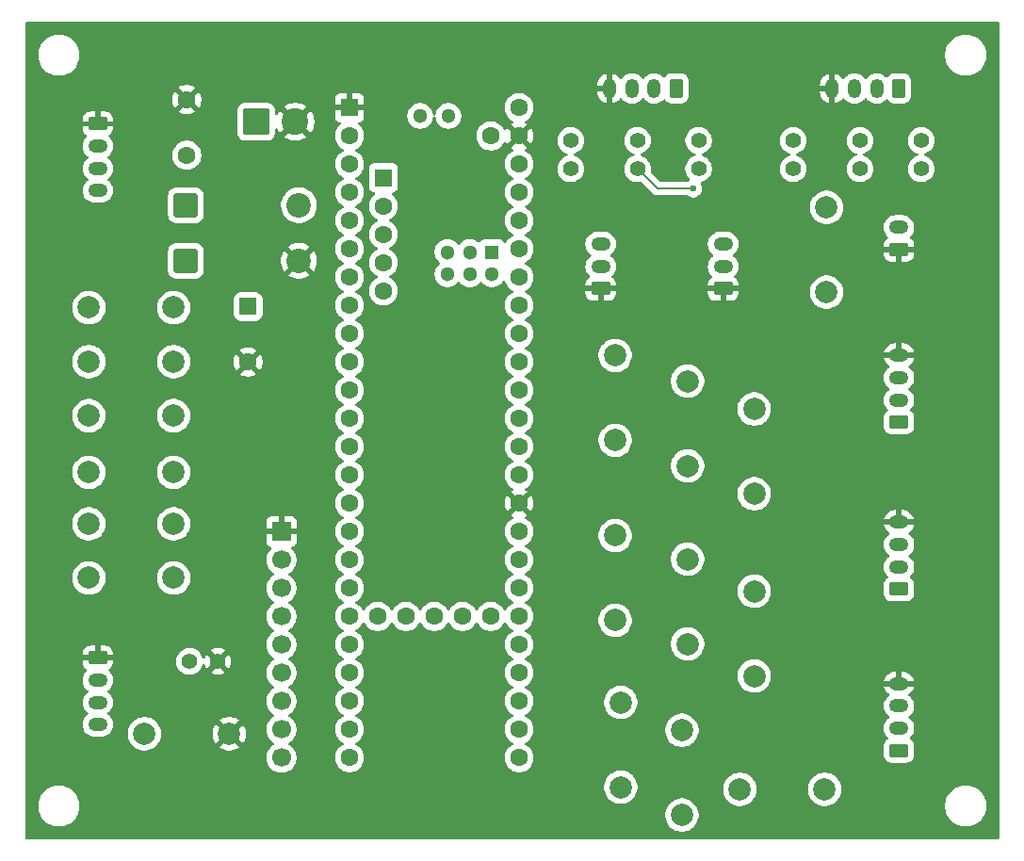
<source format=gbr>
%TF.GenerationSoftware,KiCad,Pcbnew,9.0.7*%
%TF.CreationDate,2026-01-19T21:28:55-05:00*%
%TF.ProjectId,param-eq,70617261-6d2d-4657-912e-6b696361645f,rev?*%
%TF.SameCoordinates,Original*%
%TF.FileFunction,Copper,L2,Bot*%
%TF.FilePolarity,Positive*%
%FSLAX46Y46*%
G04 Gerber Fmt 4.6, Leading zero omitted, Abs format (unit mm)*
G04 Created by KiCad (PCBNEW 9.0.7) date 2026-01-19 21:28:55*
%MOMM*%
%LPD*%
G01*
G04 APERTURE LIST*
G04 Aperture macros list*
%AMRoundRect*
0 Rectangle with rounded corners*
0 $1 Rounding radius*
0 $2 $3 $4 $5 $6 $7 $8 $9 X,Y pos of 4 corners*
0 Add a 4 corners polygon primitive as box body*
4,1,4,$2,$3,$4,$5,$6,$7,$8,$9,$2,$3,0*
0 Add four circle primitives for the rounded corners*
1,1,$1+$1,$2,$3*
1,1,$1+$1,$4,$5*
1,1,$1+$1,$6,$7*
1,1,$1+$1,$8,$9*
0 Add four rect primitives between the rounded corners*
20,1,$1+$1,$2,$3,$4,$5,0*
20,1,$1+$1,$4,$5,$6,$7,0*
20,1,$1+$1,$6,$7,$8,$9,0*
20,1,$1+$1,$8,$9,$2,$3,0*%
G04 Aperture macros list end*
%TA.AperFunction,ComponentPad*%
%ADD10C,1.400000*%
%TD*%
%TA.AperFunction,ComponentPad*%
%ADD11RoundRect,0.250001X-0.949999X-0.949999X0.949999X-0.949999X0.949999X0.949999X-0.949999X0.949999X0*%
%TD*%
%TA.AperFunction,ComponentPad*%
%ADD12C,2.400000*%
%TD*%
%TA.AperFunction,ComponentPad*%
%ADD13RoundRect,0.250000X-0.625000X0.350000X-0.625000X-0.350000X0.625000X-0.350000X0.625000X0.350000X0*%
%TD*%
%TA.AperFunction,ComponentPad*%
%ADD14O,1.750000X1.200000*%
%TD*%
%TA.AperFunction,ComponentPad*%
%ADD15C,2.000000*%
%TD*%
%TA.AperFunction,ComponentPad*%
%ADD16RoundRect,0.250000X0.625000X-0.350000X0.625000X0.350000X-0.625000X0.350000X-0.625000X-0.350000X0*%
%TD*%
%TA.AperFunction,ComponentPad*%
%ADD17RoundRect,0.250000X0.350000X0.625000X-0.350000X0.625000X-0.350000X-0.625000X0.350000X-0.625000X0*%
%TD*%
%TA.AperFunction,ComponentPad*%
%ADD18O,1.200000X1.750000*%
%TD*%
%TA.AperFunction,ComponentPad*%
%ADD19RoundRect,0.249999X-0.850001X-0.850001X0.850001X-0.850001X0.850001X0.850001X-0.850001X0.850001X0*%
%TD*%
%TA.AperFunction,ComponentPad*%
%ADD20C,2.200000*%
%TD*%
%TA.AperFunction,ComponentPad*%
%ADD21RoundRect,0.250000X-0.550000X0.550000X-0.550000X-0.550000X0.550000X-0.550000X0.550000X0.550000X0*%
%TD*%
%TA.AperFunction,ComponentPad*%
%ADD22C,1.600000*%
%TD*%
%TA.AperFunction,ComponentPad*%
%ADD23R,1.600000X1.600000*%
%TD*%
%TA.AperFunction,ComponentPad*%
%ADD24R,1.300000X1.300000*%
%TD*%
%TA.AperFunction,ComponentPad*%
%ADD25C,1.300000*%
%TD*%
%TA.AperFunction,ComponentPad*%
%ADD26R,1.700000X1.700000*%
%TD*%
%TA.AperFunction,ComponentPad*%
%ADD27C,1.700000*%
%TD*%
%TA.AperFunction,ViaPad*%
%ADD28C,0.600000*%
%TD*%
%TA.AperFunction,Conductor*%
%ADD29C,0.200000*%
%TD*%
G04 APERTURE END LIST*
D10*
%TO.P,R2,1*%
%TO.N,Net-(U1-20_A6_TX5_LRCLK1)*%
X169500000Y-58720000D03*
%TO.P,R2,2*%
%TO.N,/LRCLK_I*%
X169500000Y-56180000D03*
%TD*%
D11*
%TO.P,J1,1,Pin_1*%
%TO.N,/+5V*%
X115250000Y-54500000D03*
D12*
%TO.P,J1,2,Pin_2*%
%TO.N,GND*%
X118750000Y-54500000D03*
%TD*%
D13*
%TO.P,J8,1,Pin_1*%
%TO.N,GND*%
X101000000Y-102690000D03*
D14*
%TO.P,J8,2,Pin_2*%
%TO.N,/SPBTN*%
X101000000Y-104690000D03*
%TO.P,J8,3,Pin_3*%
%TO.N,/SP_A*%
X101000000Y-106690000D03*
%TO.P,J8,4,Pin_4*%
%TO.N,/SP_B*%
X101000000Y-108690000D03*
%TD*%
D15*
%TO.P,R19,1*%
%TO.N,/QBTN*%
X147500000Y-75500000D03*
%TO.P,R19,2*%
%TO.N,+3.3V*%
X147500000Y-83120000D03*
%TD*%
D16*
%TO.P,J9,1,Pin_1*%
%TO.N,GND*%
X173000000Y-66000000D03*
D14*
%TO.P,J9,2,Pin_2*%
%TO.N,/CLIP*%
X173000000Y-64000000D03*
%TD*%
D17*
%TO.P,J2,1,Pin_1*%
%TO.N,/DATA_I*%
X173000000Y-51500000D03*
D18*
%TO.P,J2,2,Pin_2*%
%TO.N,/BCLK_I*%
X171000000Y-51500000D03*
%TO.P,J2,3,Pin_3*%
%TO.N,/LRCLK_I*%
X169000000Y-51500000D03*
%TO.P,J2,4,Pin_4*%
%TO.N,GND*%
X167000000Y-51500000D03*
%TD*%
D15*
%TO.P,R17,1*%
%TO.N,/FG_A*%
X154000000Y-101430000D03*
%TO.P,R17,2*%
%TO.N,+3.3V*%
X154000000Y-93810000D03*
%TD*%
%TO.P,R18,1*%
%TO.N,/Q_B*%
X160000000Y-80310000D03*
%TO.P,R18,2*%
%TO.N,+3.3V*%
X160000000Y-87930000D03*
%TD*%
D19*
%TO.P,D2,1,K*%
%TO.N,Net-(D1-K)*%
X108920000Y-67000000D03*
D20*
%TO.P,D2,2,A*%
%TO.N,GND*%
X119080000Y-67000000D03*
%TD*%
D21*
%TO.P,C2,1*%
%TO.N,Net-(D1-K)*%
X114500000Y-71097349D03*
D22*
%TO.P,C2,2*%
%TO.N,GND*%
X114500000Y-76097349D03*
%TD*%
D15*
%TO.P,R20,1*%
%TO.N,/FC_A*%
X153500000Y-109190000D03*
%TO.P,R20,2*%
%TO.N,+3.3V*%
X153500000Y-116810000D03*
%TD*%
D16*
%TO.P,J13,1,Pin_1*%
%TO.N,/FC_B*%
X173000000Y-111000000D03*
D14*
%TO.P,J13,2,Pin_2*%
%TO.N,/FC_A*%
X173000000Y-109000000D03*
%TO.P,J13,3,Pin_3*%
%TO.N,/FCBTN*%
X173000000Y-107000000D03*
%TO.P,J13,4,Pin_4*%
%TO.N,GND*%
X173000000Y-105000000D03*
%TD*%
D23*
%TO.P,U1,1,GND*%
%TO.N,GND*%
X123620000Y-53240000D03*
D22*
%TO.P,U1,2,0_RX1_CRX2_CS1*%
%TO.N,unconnected-(U1-0_RX1_CRX2_CS1-Pad2)*%
X123620000Y-55780000D03*
%TO.P,U1,3,1_TX1_CTX2_MISO1*%
%TO.N,/MGBTN*%
X123620000Y-58320000D03*
%TO.P,U1,4,2_OUT2*%
%TO.N,/MG_A*%
X123620000Y-60860000D03*
%TO.P,U1,5,3_LRCLK2*%
%TO.N,/MG_B*%
X123620000Y-63400000D03*
%TO.P,U1,6,4_BCLK2*%
%TO.N,unconnected-(U1-4_BCLK2-Pad6)*%
X123620000Y-65940000D03*
%TO.P,U1,7,5_IN2*%
%TO.N,Net-(U1-5_IN2)*%
X123620000Y-68480000D03*
%TO.P,U1,8,6_OUT1D*%
%TO.N,Net-(U1-6_OUT1D)*%
X123620000Y-71020000D03*
%TO.P,U1,9,7_RX2_OUT1A*%
%TO.N,unconnected-(U1-7_RX2_OUT1A-Pad9)*%
X123620000Y-73560000D03*
%TO.P,U1,10,8_TX2_IN1*%
%TO.N,unconnected-(U1-8_TX2_IN1-Pad10)*%
X123620000Y-76100000D03*
%TO.P,U1,11,9_OUT1C*%
%TO.N,unconnected-(U1-9_OUT1C-Pad11)*%
X123620000Y-78640000D03*
%TO.P,U1,12,10_CS_MQSR*%
%TO.N,/SPBTN*%
X123620000Y-81180000D03*
%TO.P,U1,13,11_MOSI_CTX1*%
%TO.N,/SP_A*%
X123620000Y-83720000D03*
%TO.P,U1,14,12_MISO_MQSL*%
%TO.N,/SP_B*%
X123620000Y-86260000D03*
%TO.P,U1,15,3V3*%
%TO.N,+3.3V*%
X123620000Y-88800000D03*
%TO.P,U1,16,24_A10_TX6_SCL2*%
%TO.N,unconnected-(U1-24_A10_TX6_SCL2-Pad16)*%
X123620000Y-91340000D03*
%TO.P,U1,17,25_A11_RX6_SDA2*%
%TO.N,/GPIO1*%
X123620000Y-93880000D03*
%TO.P,U1,18,26_A12_MOSI1*%
%TO.N,/GPIO2*%
X123620000Y-96420000D03*
%TO.P,U1,19,27_A13_SCK1*%
%TO.N,/GPIO3*%
X123620000Y-98960000D03*
%TO.P,U1,20,28_RX7*%
%TO.N,/GPIO4*%
X123620000Y-101500000D03*
%TO.P,U1,21,29_TX7*%
%TO.N,/GPIO5*%
X123620000Y-104040000D03*
%TO.P,U1,22,30_CRX3*%
%TO.N,/GPIO6*%
X123620000Y-106580000D03*
%TO.P,U1,23,31_CTX3*%
%TO.N,/GPIO7*%
X123620000Y-109120000D03*
%TO.P,U1,24,32_OUT1B*%
%TO.N,/GPIO8*%
X123620000Y-111660000D03*
%TO.P,U1,25,33_MCLK2*%
%TO.N,/FC_B*%
X138860000Y-111660000D03*
%TO.P,U1,26,34_RX8*%
%TO.N,/FC_A*%
X138860000Y-109120000D03*
%TO.P,U1,27,35_TX8*%
%TO.N,/FCBTN*%
X138860000Y-106580000D03*
%TO.P,U1,28,36_CS*%
%TO.N,/FG*%
X138860000Y-104040000D03*
%TO.P,U1,29,37_CS*%
%TO.N,/FG_A*%
X138860000Y-101500000D03*
%TO.P,U1,30,38_CS1_IN1*%
%TO.N,/FGBTN*%
X138860000Y-98960000D03*
%TO.P,U1,31,39_MISO1_OUT1A*%
%TO.N,/Q_B*%
X138860000Y-96420000D03*
%TO.P,U1,32,40_A16*%
%TO.N,/Q_A*%
X138860000Y-93880000D03*
%TO.P,U1,33,41_A17*%
%TO.N,/QBTN*%
X138860000Y-91340000D03*
%TO.P,U1,34,GND*%
%TO.N,GND*%
X138860000Y-88800000D03*
%TO.P,U1,35,13_SCK_LED*%
%TO.N,Net-(U1-13_SCK_LED)*%
X138860000Y-86260000D03*
%TO.P,U1,36,14_A0_TX3_SPDIF_OUT*%
%TO.N,unconnected-(U1-14_A0_TX3_SPDIF_OUT-Pad36)*%
X138860000Y-83720000D03*
%TO.P,U1,37,15_A1_RX3_SPDIF_IN*%
%TO.N,Net-(J7-In)*%
X138860000Y-81180000D03*
%TO.P,U1,38,16_A2_RX4_SCL1*%
%TO.N,unconnected-(U1-16_A2_RX4_SCL1-Pad38)*%
X138860000Y-78640000D03*
%TO.P,U1,39,17_A3_TX4_SDA1*%
%TO.N,unconnected-(U1-17_A3_TX4_SDA1-Pad39)*%
X138860000Y-76100000D03*
%TO.P,U1,40,18_A4_SDA*%
%TO.N,/SDA*%
X138860000Y-73560000D03*
%TO.P,U1,41,19_A5_SCL*%
%TO.N,/SCL*%
X138860000Y-71020000D03*
%TO.P,U1,42,20_A6_TX5_LRCLK1*%
%TO.N,Net-(U1-20_A6_TX5_LRCLK1)*%
X138860000Y-68480000D03*
%TO.P,U1,43,21_A7_RX5_BCLK1*%
%TO.N,Net-(U1-21_A7_RX5_BCLK1)*%
X138860000Y-65940000D03*
%TO.P,U1,44,22_A8_CTX1*%
%TO.N,unconnected-(U1-22_A8_CTX1-Pad44)*%
X138860000Y-63400000D03*
%TO.P,U1,45,23_A9_CRX1_MCLK1*%
%TO.N,unconnected-(U1-23_A9_CRX1_MCLK1-Pad45)*%
X138860000Y-60860000D03*
%TO.P,U1,46,3V3*%
%TO.N,unconnected-(U1-3V3-Pad46)*%
X138860000Y-58320000D03*
%TO.P,U1,47,GND*%
%TO.N,GND*%
X138860000Y-55780000D03*
%TO.P,U1,48,VIN*%
%TO.N,Net-(D1-K)*%
X138860000Y-53240000D03*
%TO.P,U1,49,VUSB*%
%TO.N,unconnected-(U1-VUSB-Pad49)*%
X136320000Y-55780000D03*
%TO.P,U1,50,VBAT*%
%TO.N,unconnected-(U1-VBAT-Pad50)*%
X126160000Y-98960000D03*
%TO.P,U1,51,3V3*%
%TO.N,unconnected-(U1-3V3-Pad51)*%
X128700000Y-98960000D03*
%TO.P,U1,52,GND*%
%TO.N,unconnected-(U1-GND-Pad52)*%
X131240000Y-98960000D03*
%TO.P,U1,53,PROGRAM*%
%TO.N,unconnected-(U1-PROGRAM-Pad53)*%
X133780000Y-98960000D03*
%TO.P,U1,54,ON_OFF*%
%TO.N,unconnected-(U1-ON_OFF-Pad54)*%
X136320000Y-98960000D03*
D23*
%TO.P,U1,55,5V*%
%TO.N,unconnected-(U1-5V-Pad55)*%
X126670800Y-59539200D03*
D22*
%TO.P,U1,56,D-*%
%TO.N,unconnected-(U1-D--Pad56)*%
X126670800Y-62079200D03*
%TO.P,U1,57,D+*%
%TO.N,unconnected-(U1-D+-Pad57)*%
X126670800Y-64619200D03*
%TO.P,U1,58,GND*%
%TO.N,unconnected-(U1-GND-Pad58)*%
X126670800Y-67159200D03*
%TO.P,U1,59,GND*%
%TO.N,unconnected-(U1-GND-Pad59)*%
X126670800Y-69699200D03*
D24*
%TO.P,U1,60,R+*%
%TO.N,unconnected-(U1-R+-Pad60)*%
X136421600Y-66210000D03*
D25*
%TO.P,U1,61,LED*%
%TO.N,unconnected-(U1-LED-Pad61)*%
X134421600Y-66210000D03*
%TO.P,U1,62,T-*%
%TO.N,unconnected-(U1-T--Pad62)*%
X132421600Y-66210000D03*
%TO.P,U1,63,T+*%
%TO.N,unconnected-(U1-T+-Pad63)*%
X132421600Y-68210000D03*
%TO.P,U1,64,GND*%
%TO.N,unconnected-(U1-GND-Pad64)*%
X134421600Y-68210000D03*
%TO.P,U1,65,R-*%
%TO.N,unconnected-(U1-R--Pad65)*%
X136421600Y-68210000D03*
%TO.P,U1,66,D-*%
%TO.N,unconnected-(U1-D--Pad66)*%
X132510000Y-53970000D03*
%TO.P,U1,67,D+*%
%TO.N,unconnected-(U1-D+-Pad67)*%
X129970000Y-53970000D03*
%TD*%
D15*
%TO.P,R10,1*%
%TO.N,Net-(J7-In)*%
X105190000Y-109500000D03*
%TO.P,R10,2*%
%TO.N,GND*%
X112810000Y-109500000D03*
%TD*%
%TO.P,R13,1*%
%TO.N,+3.3V*%
X100190000Y-86000000D03*
%TO.P,R13,2*%
%TO.N,/SPBTN*%
X107810000Y-86000000D03*
%TD*%
D10*
%TO.P,R3,1*%
%TO.N,Net-(U1-6_OUT1D)*%
X175000000Y-58720000D03*
%TO.P,R3,2*%
%TO.N,/DATA_I*%
X175000000Y-56180000D03*
%TD*%
D15*
%TO.P,R14,1*%
%TO.N,Net-(U1-13_SCK_LED)*%
X166500000Y-69810000D03*
%TO.P,R14,2*%
%TO.N,/CLIP*%
X166500000Y-62190000D03*
%TD*%
D16*
%TO.P,J10,1,Pin_1*%
%TO.N,/Q_B*%
X173000000Y-81500000D03*
D14*
%TO.P,J10,2,Pin_2*%
%TO.N,/Q_A*%
X173000000Y-79500000D03*
%TO.P,J10,3,Pin_3*%
%TO.N,/QBTN*%
X173000000Y-77500000D03*
%TO.P,J10,4,Pin_4*%
%TO.N,GND*%
X173000000Y-75500000D03*
%TD*%
D10*
%TO.P,J7,1,In*%
%TO.N,Net-(J7-In)*%
X109250000Y-103000000D03*
%TO.P,J7,2,Ext*%
%TO.N,GND*%
X111790000Y-103000000D03*
%TD*%
D15*
%TO.P,R11,1*%
%TO.N,+3.3V*%
X100190000Y-95500000D03*
%TO.P,R11,2*%
%TO.N,/SP_B*%
X107810000Y-95500000D03*
%TD*%
%TO.P,R15,1*%
%TO.N,/FC_B*%
X158690000Y-114500000D03*
%TO.P,R15,2*%
%TO.N,+3.3V*%
X166310000Y-114500000D03*
%TD*%
D13*
%TO.P,J3,1,Pin_1*%
%TO.N,GND*%
X101000000Y-54690000D03*
D14*
%TO.P,J3,2,Pin_2*%
%TO.N,/MGBTN*%
X101000000Y-56690000D03*
%TO.P,J3,3,Pin_3*%
%TO.N,/MG_A*%
X101000000Y-58690000D03*
%TO.P,J3,4,Pin_4*%
%TO.N,/MG_B*%
X101000000Y-60690000D03*
%TD*%
D22*
%TO.P,C1,1*%
%TO.N,Net-(D1-K)*%
X109000000Y-57500000D03*
%TO.P,C1,2*%
%TO.N,GND*%
X109000000Y-52500000D03*
%TD*%
D10*
%TO.P,R4,1*%
%TO.N,Net-(U1-21_A7_RX5_BCLK1)*%
X143500000Y-58720000D03*
%TO.P,R4,2*%
%TO.N,/BCLK_O*%
X143500000Y-56180000D03*
%TD*%
D15*
%TO.P,R12,1*%
%TO.N,+3.3V*%
X100190000Y-90638000D03*
%TO.P,R12,2*%
%TO.N,/SP_A*%
X107810000Y-90638000D03*
%TD*%
D16*
%TO.P,J6,1,Pin_1*%
%TO.N,GND*%
X157200000Y-69500000D03*
D14*
%TO.P,J6,2,Pin_2*%
%TO.N,/SCL*%
X157200000Y-67500000D03*
%TO.P,J6,3,Pin_3*%
%TO.N,/SDA*%
X157200000Y-65500000D03*
%TD*%
D15*
%TO.P,R6,1*%
%TO.N,/MGBTN*%
X107810000Y-71190000D03*
%TO.P,R6,2*%
%TO.N,+3.3V*%
X100190000Y-71190000D03*
%TD*%
D16*
%TO.P,J12,1,Pin_1*%
%TO.N,/FG*%
X173000000Y-96500000D03*
D14*
%TO.P,J12,2,Pin_2*%
%TO.N,/FG_A*%
X173000000Y-94500000D03*
%TO.P,J12,3,Pin_3*%
%TO.N,/FGBTN*%
X173000000Y-92500000D03*
%TO.P,J12,4,Pin_4*%
%TO.N,GND*%
X173000000Y-90500000D03*
%TD*%
D19*
%TO.P,D1,1,K*%
%TO.N,Net-(D1-K)*%
X108920000Y-62000000D03*
D20*
%TO.P,D1,2,A*%
%TO.N,/+5V*%
X119080000Y-62000000D03*
%TD*%
D15*
%TO.P,R16,1*%
%TO.N,/FCBTN*%
X148000000Y-106690000D03*
%TO.P,R16,2*%
%TO.N,+3.3V*%
X148000000Y-114310000D03*
%TD*%
%TO.P,R8,1*%
%TO.N,/MG_B*%
X107810000Y-80914000D03*
%TO.P,R8,2*%
%TO.N,+3.3V*%
X100190000Y-80914000D03*
%TD*%
D10*
%TO.P,R5,1*%
%TO.N,Net-(U1-20_A6_TX5_LRCLK1)*%
X149500000Y-58720000D03*
%TO.P,R5,2*%
%TO.N,/LRCLK_O*%
X149500000Y-56180000D03*
%TD*%
D26*
%TO.P,J11,1,Pin_1*%
%TO.N,GND*%
X117500000Y-91340000D03*
D27*
%TO.P,J11,2,Pin_2*%
%TO.N,/GPIO1*%
X117500000Y-93880000D03*
%TO.P,J11,3,Pin_3*%
%TO.N,/GPIO2*%
X117500000Y-96420000D03*
%TO.P,J11,4,Pin_4*%
%TO.N,/GPIO3*%
X117500000Y-98960000D03*
%TO.P,J11,5,Pin_5*%
%TO.N,/GPIO4*%
X117500000Y-101500000D03*
%TO.P,J11,6,Pin_6*%
%TO.N,/GPIO5*%
X117500000Y-104040000D03*
%TO.P,J11,7,Pin_7*%
%TO.N,/GPIO6*%
X117500000Y-106580000D03*
%TO.P,J11,8,Pin_8*%
%TO.N,/GPIO7*%
X117500000Y-109120000D03*
%TO.P,J11,9,Pin_9*%
%TO.N,/GPIO8*%
X117500000Y-111660000D03*
%TD*%
D17*
%TO.P,J4,1,Pin_1*%
%TO.N,/DATA_O*%
X153000000Y-51500000D03*
D18*
%TO.P,J4,2,Pin_2*%
%TO.N,/BCLK_O*%
X151000000Y-51500000D03*
%TO.P,J4,3,Pin_3*%
%TO.N,/LRCLK_O*%
X149000000Y-51500000D03*
%TO.P,J4,4,Pin_4*%
%TO.N,GND*%
X147000000Y-51500000D03*
%TD*%
D15*
%TO.P,R22,1*%
%TO.N,/FGBTN*%
X147500000Y-99310000D03*
%TO.P,R22,2*%
%TO.N,+3.3V*%
X147500000Y-91690000D03*
%TD*%
D10*
%TO.P,R9,1*%
%TO.N,Net-(U1-5_IN2)*%
X155000000Y-58720000D03*
%TO.P,R9,2*%
%TO.N,/DATA_O*%
X155000000Y-56180000D03*
%TD*%
%TO.P,R1,1*%
%TO.N,Net-(U1-21_A7_RX5_BCLK1)*%
X163500000Y-58720000D03*
%TO.P,R1,2*%
%TO.N,/BCLK_I*%
X163500000Y-56180000D03*
%TD*%
D16*
%TO.P,J5,1,Pin_1*%
%TO.N,GND*%
X146200000Y-69500000D03*
D14*
%TO.P,J5,2,Pin_2*%
%TO.N,/SCL*%
X146200000Y-67500000D03*
%TO.P,J5,3,Pin_3*%
%TO.N,/SDA*%
X146200000Y-65500000D03*
%TD*%
D15*
%TO.P,R23,1*%
%TO.N,/Q_A*%
X154000000Y-77810000D03*
%TO.P,R23,2*%
%TO.N,+3.3V*%
X154000000Y-85430000D03*
%TD*%
%TO.P,R7,1*%
%TO.N,/MG_A*%
X107810000Y-76052000D03*
%TO.P,R7,2*%
%TO.N,+3.3V*%
X100190000Y-76052000D03*
%TD*%
%TO.P,R21,1*%
%TO.N,/FG*%
X160000000Y-104310000D03*
%TO.P,R21,2*%
%TO.N,+3.3V*%
X160000000Y-96690000D03*
%TD*%
D28*
%TO.N,Net-(U1-20_A6_TX5_LRCLK1)*%
X154500000Y-60500000D03*
%TD*%
D29*
%TO.N,Net-(U1-20_A6_TX5_LRCLK1)*%
X151280000Y-60500000D02*
X149500000Y-58720000D01*
X154500000Y-60500000D02*
X151280000Y-60500000D01*
%TD*%
%TA.AperFunction,Conductor*%
%TO.N,GND*%
G36*
X181942539Y-45520185D02*
G01*
X181988294Y-45572989D01*
X181999500Y-45624500D01*
X181999500Y-118875500D01*
X181979815Y-118942539D01*
X181927011Y-118988294D01*
X181875500Y-118999500D01*
X94624500Y-118999500D01*
X94557461Y-118979815D01*
X94511706Y-118927011D01*
X94500500Y-118875500D01*
X94500500Y-115878711D01*
X95649500Y-115878711D01*
X95649500Y-116121288D01*
X95681161Y-116361785D01*
X95743947Y-116596104D01*
X95836773Y-116820205D01*
X95836776Y-116820212D01*
X95958064Y-117030289D01*
X95958066Y-117030292D01*
X95958067Y-117030293D01*
X96105733Y-117222736D01*
X96105739Y-117222743D01*
X96277256Y-117394260D01*
X96277262Y-117394265D01*
X96469711Y-117541936D01*
X96679788Y-117663224D01*
X96903900Y-117756054D01*
X97138211Y-117818838D01*
X97318586Y-117842584D01*
X97378711Y-117850500D01*
X97378712Y-117850500D01*
X97621289Y-117850500D01*
X97669388Y-117844167D01*
X97861789Y-117818838D01*
X98096100Y-117756054D01*
X98320212Y-117663224D01*
X98530289Y-117541936D01*
X98722738Y-117394265D01*
X98894265Y-117222738D01*
X99041936Y-117030289D01*
X99163224Y-116820212D01*
X99216372Y-116691902D01*
X151999500Y-116691902D01*
X151999500Y-116928097D01*
X152036446Y-117161368D01*
X152109433Y-117385996D01*
X152188887Y-117541932D01*
X152216657Y-117596433D01*
X152355483Y-117787510D01*
X152522490Y-117954517D01*
X152713567Y-118093343D01*
X152812991Y-118144002D01*
X152924003Y-118200566D01*
X152924005Y-118200566D01*
X152924008Y-118200568D01*
X153044412Y-118239689D01*
X153148631Y-118273553D01*
X153381903Y-118310500D01*
X153381908Y-118310500D01*
X153618097Y-118310500D01*
X153851368Y-118273553D01*
X154075992Y-118200568D01*
X154286433Y-118093343D01*
X154477510Y-117954517D01*
X154644517Y-117787510D01*
X154783343Y-117596433D01*
X154890568Y-117385992D01*
X154963553Y-117161368D01*
X155000500Y-116928097D01*
X155000500Y-116691902D01*
X154963553Y-116458631D01*
X154890566Y-116234003D01*
X154783342Y-116023566D01*
X154644517Y-115832490D01*
X154477510Y-115665483D01*
X154286433Y-115526657D01*
X154075996Y-115419433D01*
X153851368Y-115346446D01*
X153618097Y-115309500D01*
X153618092Y-115309500D01*
X153381908Y-115309500D01*
X153381903Y-115309500D01*
X153148631Y-115346446D01*
X152924003Y-115419433D01*
X152713566Y-115526657D01*
X152621783Y-115593342D01*
X152522490Y-115665483D01*
X152522488Y-115665485D01*
X152522487Y-115665485D01*
X152355485Y-115832487D01*
X152355485Y-115832488D01*
X152355483Y-115832490D01*
X152321901Y-115878712D01*
X152216657Y-116023566D01*
X152109433Y-116234003D01*
X152036446Y-116458631D01*
X151999500Y-116691902D01*
X99216372Y-116691902D01*
X99256054Y-116596100D01*
X99318838Y-116361789D01*
X99350500Y-116121288D01*
X99350500Y-115878712D01*
X99344414Y-115832487D01*
X99337945Y-115783343D01*
X99318838Y-115638211D01*
X99256054Y-115403900D01*
X99163224Y-115179788D01*
X99041936Y-114969711D01*
X98894265Y-114777262D01*
X98894260Y-114777256D01*
X98722743Y-114605739D01*
X98722736Y-114605733D01*
X98530293Y-114458067D01*
X98530292Y-114458066D01*
X98530289Y-114458064D01*
X98320212Y-114336776D01*
X98320205Y-114336773D01*
X98235283Y-114301597D01*
X98096104Y-114243947D01*
X97901871Y-114191902D01*
X146499500Y-114191902D01*
X146499500Y-114428097D01*
X146536446Y-114661368D01*
X146609433Y-114885996D01*
X146706242Y-115075992D01*
X146716657Y-115096433D01*
X146855483Y-115287510D01*
X147022490Y-115454517D01*
X147213567Y-115593343D01*
X147301631Y-115638214D01*
X147424003Y-115700566D01*
X147424005Y-115700566D01*
X147424008Y-115700568D01*
X147544412Y-115739689D01*
X147648631Y-115773553D01*
X147881903Y-115810500D01*
X147881908Y-115810500D01*
X148118097Y-115810500D01*
X148351368Y-115773553D01*
X148575992Y-115700568D01*
X148786433Y-115593343D01*
X148977510Y-115454517D01*
X149144517Y-115287510D01*
X149283343Y-115096433D01*
X149390568Y-114885992D01*
X149463553Y-114661368D01*
X149500500Y-114428097D01*
X149500500Y-114381902D01*
X157189500Y-114381902D01*
X157189500Y-114618097D01*
X157226446Y-114851368D01*
X157299433Y-115075996D01*
X157406657Y-115286433D01*
X157545483Y-115477510D01*
X157712490Y-115644517D01*
X157903567Y-115783343D01*
X157956866Y-115810500D01*
X158114003Y-115890566D01*
X158114005Y-115890566D01*
X158114008Y-115890568D01*
X158234412Y-115929689D01*
X158338631Y-115963553D01*
X158571903Y-116000500D01*
X158571908Y-116000500D01*
X158808097Y-116000500D01*
X159041368Y-115963553D01*
X159265992Y-115890568D01*
X159476433Y-115783343D01*
X159667510Y-115644517D01*
X159834517Y-115477510D01*
X159973343Y-115286433D01*
X160080568Y-115075992D01*
X160153553Y-114851368D01*
X160183646Y-114661368D01*
X160190500Y-114618097D01*
X160190500Y-114381902D01*
X164809500Y-114381902D01*
X164809500Y-114618097D01*
X164846446Y-114851368D01*
X164919433Y-115075996D01*
X165026657Y-115286433D01*
X165165483Y-115477510D01*
X165332490Y-115644517D01*
X165523567Y-115783343D01*
X165576866Y-115810500D01*
X165734003Y-115890566D01*
X165734005Y-115890566D01*
X165734008Y-115890568D01*
X165854412Y-115929689D01*
X165958631Y-115963553D01*
X166191903Y-116000500D01*
X166191908Y-116000500D01*
X166428097Y-116000500D01*
X166661368Y-115963553D01*
X166885992Y-115890568D01*
X166909263Y-115878711D01*
X177149500Y-115878711D01*
X177149500Y-116121288D01*
X177181161Y-116361785D01*
X177243947Y-116596104D01*
X177336773Y-116820205D01*
X177336776Y-116820212D01*
X177458064Y-117030289D01*
X177458066Y-117030292D01*
X177458067Y-117030293D01*
X177605733Y-117222736D01*
X177605739Y-117222743D01*
X177777256Y-117394260D01*
X177777262Y-117394265D01*
X177969711Y-117541936D01*
X178179788Y-117663224D01*
X178403900Y-117756054D01*
X178638211Y-117818838D01*
X178818586Y-117842584D01*
X178878711Y-117850500D01*
X178878712Y-117850500D01*
X179121289Y-117850500D01*
X179169388Y-117844167D01*
X179361789Y-117818838D01*
X179596100Y-117756054D01*
X179820212Y-117663224D01*
X180030289Y-117541936D01*
X180222738Y-117394265D01*
X180394265Y-117222738D01*
X180541936Y-117030289D01*
X180663224Y-116820212D01*
X180756054Y-116596100D01*
X180818838Y-116361789D01*
X180850500Y-116121288D01*
X180850500Y-115878712D01*
X180844414Y-115832487D01*
X180837945Y-115783343D01*
X180818838Y-115638211D01*
X180756054Y-115403900D01*
X180663224Y-115179788D01*
X180541936Y-114969711D01*
X180394265Y-114777262D01*
X180394260Y-114777256D01*
X180222743Y-114605739D01*
X180222736Y-114605733D01*
X180030293Y-114458067D01*
X180030292Y-114458066D01*
X180030289Y-114458064D01*
X179820212Y-114336776D01*
X179820205Y-114336773D01*
X179596104Y-114243947D01*
X179361785Y-114181161D01*
X179121289Y-114149500D01*
X179121288Y-114149500D01*
X178878712Y-114149500D01*
X178878711Y-114149500D01*
X178638214Y-114181161D01*
X178403895Y-114243947D01*
X178179794Y-114336773D01*
X178179785Y-114336777D01*
X177969706Y-114458067D01*
X177777263Y-114605733D01*
X177777256Y-114605739D01*
X177605739Y-114777256D01*
X177605733Y-114777263D01*
X177458067Y-114969706D01*
X177336777Y-115179785D01*
X177336773Y-115179794D01*
X177243947Y-115403895D01*
X177181161Y-115638214D01*
X177149500Y-115878711D01*
X166909263Y-115878711D01*
X167096433Y-115783343D01*
X167287510Y-115644517D01*
X167454517Y-115477510D01*
X167593343Y-115286433D01*
X167700568Y-115075992D01*
X167773553Y-114851368D01*
X167803646Y-114661368D01*
X167810500Y-114618097D01*
X167810500Y-114381902D01*
X167773553Y-114148631D01*
X167711818Y-113958632D01*
X167700568Y-113924008D01*
X167700566Y-113924005D01*
X167700566Y-113924003D01*
X167603758Y-113734008D01*
X167593343Y-113713567D01*
X167454517Y-113522490D01*
X167287510Y-113355483D01*
X167096433Y-113216657D01*
X166885996Y-113109433D01*
X166661368Y-113036446D01*
X166428097Y-112999500D01*
X166428092Y-112999500D01*
X166191908Y-112999500D01*
X166191903Y-112999500D01*
X165958631Y-113036446D01*
X165734003Y-113109433D01*
X165523566Y-113216657D01*
X165414550Y-113295862D01*
X165332490Y-113355483D01*
X165332488Y-113355485D01*
X165332487Y-113355485D01*
X165165485Y-113522487D01*
X165165485Y-113522488D01*
X165165483Y-113522490D01*
X165164701Y-113523567D01*
X165026657Y-113713566D01*
X164919433Y-113924003D01*
X164846446Y-114148631D01*
X164809500Y-114381902D01*
X160190500Y-114381902D01*
X160153553Y-114148631D01*
X160091818Y-113958632D01*
X160080568Y-113924008D01*
X160080566Y-113924005D01*
X160080566Y-113924003D01*
X159983758Y-113734008D01*
X159973343Y-113713567D01*
X159834517Y-113522490D01*
X159667510Y-113355483D01*
X159476433Y-113216657D01*
X159265996Y-113109433D01*
X159041368Y-113036446D01*
X158808097Y-112999500D01*
X158808092Y-112999500D01*
X158571908Y-112999500D01*
X158571903Y-112999500D01*
X158338631Y-113036446D01*
X158114003Y-113109433D01*
X157903566Y-113216657D01*
X157794550Y-113295862D01*
X157712490Y-113355483D01*
X157712488Y-113355485D01*
X157712487Y-113355485D01*
X157545485Y-113522487D01*
X157545485Y-113522488D01*
X157545483Y-113522490D01*
X157544701Y-113523567D01*
X157406657Y-113713566D01*
X157299433Y-113924003D01*
X157226446Y-114148631D01*
X157189500Y-114381902D01*
X149500500Y-114381902D01*
X149500500Y-114191902D01*
X149463553Y-113958631D01*
X149390566Y-113734003D01*
X149283342Y-113523566D01*
X149144517Y-113332490D01*
X148977510Y-113165483D01*
X148786433Y-113026657D01*
X148754723Y-113010500D01*
X148575996Y-112919433D01*
X148351368Y-112846446D01*
X148118097Y-112809500D01*
X148118092Y-112809500D01*
X147881908Y-112809500D01*
X147881903Y-112809500D01*
X147648631Y-112846446D01*
X147424003Y-112919433D01*
X147213566Y-113026657D01*
X147104550Y-113105862D01*
X147022490Y-113165483D01*
X147022488Y-113165485D01*
X147022487Y-113165485D01*
X146855485Y-113332487D01*
X146855485Y-113332488D01*
X146855483Y-113332490D01*
X146838778Y-113355483D01*
X146716657Y-113523566D01*
X146609433Y-113734003D01*
X146536446Y-113958631D01*
X146499500Y-114191902D01*
X97901871Y-114191902D01*
X97861785Y-114181161D01*
X97621289Y-114149500D01*
X97621288Y-114149500D01*
X97378712Y-114149500D01*
X97378711Y-114149500D01*
X97138214Y-114181161D01*
X96903895Y-114243947D01*
X96679794Y-114336773D01*
X96679785Y-114336777D01*
X96469706Y-114458067D01*
X96277263Y-114605733D01*
X96277256Y-114605739D01*
X96105739Y-114777256D01*
X96105733Y-114777263D01*
X95958067Y-114969706D01*
X95836777Y-115179785D01*
X95836773Y-115179794D01*
X95743947Y-115403895D01*
X95681161Y-115638214D01*
X95649500Y-115878711D01*
X94500500Y-115878711D01*
X94500500Y-104603389D01*
X99624500Y-104603389D01*
X99624500Y-104776610D01*
X99647177Y-104919792D01*
X99651598Y-104947701D01*
X99699924Y-105096433D01*
X99705128Y-105112447D01*
X99763213Y-105226446D01*
X99783768Y-105266788D01*
X99885586Y-105406928D01*
X100008072Y-105529414D01*
X100008078Y-105529418D01*
X100091023Y-105589683D01*
X100133689Y-105645013D01*
X100139667Y-105714626D01*
X100107061Y-105776421D01*
X100091023Y-105790317D01*
X100008078Y-105850581D01*
X100008069Y-105850588D01*
X99885588Y-105973069D01*
X99885588Y-105973070D01*
X99885586Y-105973072D01*
X99848356Y-106024314D01*
X99783768Y-106113211D01*
X99705128Y-106267552D01*
X99705127Y-106267554D01*
X99705127Y-106267555D01*
X99678362Y-106349927D01*
X99651597Y-106432302D01*
X99624500Y-106603389D01*
X99624500Y-106776610D01*
X99646163Y-106913389D01*
X99651598Y-106947701D01*
X99705127Y-107112445D01*
X99783768Y-107266788D01*
X99885586Y-107406928D01*
X100008072Y-107529414D01*
X100008078Y-107529418D01*
X100091023Y-107589683D01*
X100133689Y-107645013D01*
X100139667Y-107714626D01*
X100107061Y-107776421D01*
X100091023Y-107790317D01*
X100008078Y-107850581D01*
X100008069Y-107850588D01*
X99885588Y-107973069D01*
X99885588Y-107973070D01*
X99885586Y-107973072D01*
X99848130Y-108024626D01*
X99783768Y-108113211D01*
X99705128Y-108267552D01*
X99651597Y-108432302D01*
X99624500Y-108603389D01*
X99624500Y-108776610D01*
X99647844Y-108924003D01*
X99651598Y-108947701D01*
X99705127Y-109112445D01*
X99783768Y-109266788D01*
X99885586Y-109406928D01*
X100008072Y-109529414D01*
X100148212Y-109631232D01*
X100302555Y-109709873D01*
X100467299Y-109763402D01*
X100638389Y-109790500D01*
X100638390Y-109790500D01*
X101361610Y-109790500D01*
X101361611Y-109790500D01*
X101532701Y-109763402D01*
X101697445Y-109709873D01*
X101851788Y-109631232D01*
X101991928Y-109529414D01*
X102114414Y-109406928D01*
X102132597Y-109381902D01*
X103689500Y-109381902D01*
X103689500Y-109618097D01*
X103726446Y-109851368D01*
X103799433Y-110075996D01*
X103879068Y-110232287D01*
X103906657Y-110286433D01*
X104045483Y-110477510D01*
X104212490Y-110644517D01*
X104403567Y-110783343D01*
X104502991Y-110834002D01*
X104614003Y-110890566D01*
X104614005Y-110890566D01*
X104614008Y-110890568D01*
X104734412Y-110929689D01*
X104838631Y-110963553D01*
X105071903Y-111000500D01*
X105071908Y-111000500D01*
X105308097Y-111000500D01*
X105541368Y-110963553D01*
X105576373Y-110952179D01*
X105765992Y-110890568D01*
X105976433Y-110783343D01*
X106059958Y-110722658D01*
X111940893Y-110722658D01*
X112023828Y-110782914D01*
X112234197Y-110890102D01*
X112458752Y-110963065D01*
X112458751Y-110963065D01*
X112691948Y-111000000D01*
X112928052Y-111000000D01*
X113161247Y-110963065D01*
X113385802Y-110890102D01*
X113596163Y-110782918D01*
X113596169Y-110782914D01*
X113679104Y-110722658D01*
X113679105Y-110722658D01*
X112810000Y-109853554D01*
X111940893Y-110722658D01*
X106059958Y-110722658D01*
X106167510Y-110644517D01*
X106334517Y-110477510D01*
X106473343Y-110286433D01*
X106580568Y-110075992D01*
X106653553Y-109851368D01*
X106655446Y-109839414D01*
X106690500Y-109618097D01*
X106690500Y-109381947D01*
X111310000Y-109381947D01*
X111310000Y-109618052D01*
X111346934Y-109851247D01*
X111419897Y-110075802D01*
X111527087Y-110286174D01*
X111587338Y-110369104D01*
X111587340Y-110369105D01*
X112456446Y-109500000D01*
X112410368Y-109453922D01*
X112460000Y-109453922D01*
X112460000Y-109546078D01*
X112483852Y-109635095D01*
X112529930Y-109714905D01*
X112595095Y-109780070D01*
X112674905Y-109826148D01*
X112763922Y-109850000D01*
X112856078Y-109850000D01*
X112945095Y-109826148D01*
X113024905Y-109780070D01*
X113090070Y-109714905D01*
X113136148Y-109635095D01*
X113160000Y-109546078D01*
X113160000Y-109499999D01*
X113163554Y-109499999D01*
X113163554Y-109500001D01*
X114032658Y-110369105D01*
X114032658Y-110369104D01*
X114092914Y-110286169D01*
X114092918Y-110286163D01*
X114200102Y-110075802D01*
X114273065Y-109851247D01*
X114310000Y-109618052D01*
X114310000Y-109381947D01*
X114273065Y-109148752D01*
X114200102Y-108924197D01*
X114092914Y-108713828D01*
X114032658Y-108630894D01*
X114032658Y-108630893D01*
X113163554Y-109499999D01*
X113160000Y-109499999D01*
X113160000Y-109453922D01*
X113136148Y-109364905D01*
X113090070Y-109285095D01*
X113024905Y-109219930D01*
X112945095Y-109173852D01*
X112856078Y-109150000D01*
X112763922Y-109150000D01*
X112674905Y-109173852D01*
X112595095Y-109219930D01*
X112529930Y-109285095D01*
X112483852Y-109364905D01*
X112460000Y-109453922D01*
X112410368Y-109453922D01*
X111587340Y-108630894D01*
X111527084Y-108713830D01*
X111419897Y-108924197D01*
X111346934Y-109148752D01*
X111310000Y-109381947D01*
X106690500Y-109381947D01*
X106690500Y-109381902D01*
X106653553Y-109148631D01*
X106619689Y-109044412D01*
X106580568Y-108924008D01*
X106580566Y-108924005D01*
X106580566Y-108924003D01*
X106519297Y-108803757D01*
X106473343Y-108713567D01*
X106334517Y-108522490D01*
X106167510Y-108355483D01*
X106059956Y-108277340D01*
X111940894Y-108277340D01*
X112810000Y-109146446D01*
X112810001Y-109146446D01*
X113679105Y-108277340D01*
X113679104Y-108277338D01*
X113596174Y-108217087D01*
X113385802Y-108109897D01*
X113161247Y-108036934D01*
X113161248Y-108036934D01*
X112928052Y-108000000D01*
X112691948Y-108000000D01*
X112458752Y-108036934D01*
X112234197Y-108109897D01*
X112023830Y-108217084D01*
X111940894Y-108277340D01*
X106059956Y-108277340D01*
X105976433Y-108216657D01*
X105925097Y-108190500D01*
X105765996Y-108109433D01*
X105541368Y-108036446D01*
X105308097Y-107999500D01*
X105308092Y-107999500D01*
X105071908Y-107999500D01*
X105071903Y-107999500D01*
X104838631Y-108036446D01*
X104614003Y-108109433D01*
X104403566Y-108216657D01*
X104312155Y-108283072D01*
X104212490Y-108355483D01*
X104212488Y-108355485D01*
X104212487Y-108355485D01*
X104045485Y-108522487D01*
X104045485Y-108522488D01*
X104045483Y-108522490D01*
X104005478Y-108577552D01*
X103906657Y-108713566D01*
X103799433Y-108924003D01*
X103726446Y-109148631D01*
X103689500Y-109381902D01*
X102132597Y-109381902D01*
X102216232Y-109266788D01*
X102294873Y-109112445D01*
X102348402Y-108947701D01*
X102375500Y-108776611D01*
X102375500Y-108603389D01*
X102348402Y-108432299D01*
X102294873Y-108267555D01*
X102216232Y-108113212D01*
X102114414Y-107973072D01*
X101991928Y-107850586D01*
X101908975Y-107790317D01*
X101866311Y-107734988D01*
X101860332Y-107665374D01*
X101892938Y-107603579D01*
X101908976Y-107589682D01*
X101991928Y-107529414D01*
X102114414Y-107406928D01*
X102216232Y-107266788D01*
X102294873Y-107112445D01*
X102348402Y-106947701D01*
X102375500Y-106776611D01*
X102375500Y-106603389D01*
X102348402Y-106432299D01*
X102294873Y-106267555D01*
X102216232Y-106113212D01*
X102114414Y-105973072D01*
X101991928Y-105850586D01*
X101908975Y-105790317D01*
X101866311Y-105734988D01*
X101860332Y-105665374D01*
X101892938Y-105603579D01*
X101908976Y-105589682D01*
X101991928Y-105529414D01*
X102114414Y-105406928D01*
X102216232Y-105266788D01*
X102294873Y-105112445D01*
X102348402Y-104947701D01*
X102375500Y-104776611D01*
X102375500Y-104603389D01*
X102348402Y-104432299D01*
X102294873Y-104267555D01*
X102216232Y-104113212D01*
X102114414Y-103973072D01*
X102006508Y-103865166D01*
X101973023Y-103803843D01*
X101978007Y-103734151D01*
X102019879Y-103678218D01*
X102029094Y-103671945D01*
X102093345Y-103632315D01*
X102217315Y-103508345D01*
X102309356Y-103359124D01*
X102309358Y-103359119D01*
X102364505Y-103192697D01*
X102364506Y-103192690D01*
X102374999Y-103089986D01*
X102375000Y-103089973D01*
X102375000Y-102940000D01*
X101280330Y-102940000D01*
X101300075Y-102920255D01*
X101308586Y-102905513D01*
X108049500Y-102905513D01*
X108049500Y-103094486D01*
X108079059Y-103281118D01*
X108137454Y-103460836D01*
X108203012Y-103589500D01*
X108223240Y-103629199D01*
X108334310Y-103782073D01*
X108467927Y-103915690D01*
X108620801Y-104026760D01*
X108700347Y-104067290D01*
X108789163Y-104112545D01*
X108789165Y-104112545D01*
X108789168Y-104112547D01*
X108880895Y-104142351D01*
X108968881Y-104170940D01*
X109155514Y-104200500D01*
X109155519Y-104200500D01*
X109344486Y-104200500D01*
X109531118Y-104170940D01*
X109541280Y-104167638D01*
X109710832Y-104112547D01*
X109879199Y-104026760D01*
X110032073Y-103915690D01*
X110165690Y-103782073D01*
X110276760Y-103629199D01*
X110362547Y-103460832D01*
X110402332Y-103338385D01*
X110441768Y-103280713D01*
X110506127Y-103253514D01*
X110574973Y-103265429D01*
X110626449Y-103312673D01*
X110638193Y-103338388D01*
X110677914Y-103460637D01*
X110763666Y-103628933D01*
X110782116Y-103654328D01*
X111390000Y-103046445D01*
X111390000Y-103052661D01*
X111417259Y-103154394D01*
X111469920Y-103245606D01*
X111544394Y-103320080D01*
X111635606Y-103372741D01*
X111737339Y-103400000D01*
X111743554Y-103400000D01*
X111135669Y-104007882D01*
X111135670Y-104007883D01*
X111161059Y-104026329D01*
X111329362Y-104112085D01*
X111508997Y-104170451D01*
X111695553Y-104200000D01*
X111884447Y-104200000D01*
X112071002Y-104170451D01*
X112250637Y-104112085D01*
X112418937Y-104026331D01*
X112444328Y-104007883D01*
X112444328Y-104007882D01*
X111836447Y-103400000D01*
X111842661Y-103400000D01*
X111944394Y-103372741D01*
X112035606Y-103320080D01*
X112110080Y-103245606D01*
X112162741Y-103154394D01*
X112190000Y-103052661D01*
X112190000Y-103046446D01*
X112797882Y-103654328D01*
X112797883Y-103654328D01*
X112816331Y-103628937D01*
X112902085Y-103460637D01*
X112960451Y-103281002D01*
X112990000Y-103094447D01*
X112990000Y-102905552D01*
X112960451Y-102718997D01*
X112902085Y-102539362D01*
X112816329Y-102371059D01*
X112797883Y-102345670D01*
X112797882Y-102345669D01*
X112190000Y-102953552D01*
X112190000Y-102947339D01*
X112162741Y-102845606D01*
X112110080Y-102754394D01*
X112035606Y-102679920D01*
X111944394Y-102627259D01*
X111842661Y-102600000D01*
X111836447Y-102600000D01*
X112444328Y-101992116D01*
X112418933Y-101973666D01*
X112250637Y-101887914D01*
X112071002Y-101829548D01*
X111884447Y-101800000D01*
X111695553Y-101800000D01*
X111508997Y-101829548D01*
X111329362Y-101887914D01*
X111161060Y-101973669D01*
X111135670Y-101992116D01*
X111135669Y-101992116D01*
X111743554Y-102600000D01*
X111737339Y-102600000D01*
X111635606Y-102627259D01*
X111544394Y-102679920D01*
X111469920Y-102754394D01*
X111417259Y-102845606D01*
X111390000Y-102947339D01*
X111390000Y-102953553D01*
X110782116Y-102345669D01*
X110782116Y-102345670D01*
X110763669Y-102371060D01*
X110677915Y-102539361D01*
X110638193Y-102661612D01*
X110598755Y-102719287D01*
X110534396Y-102746485D01*
X110465550Y-102734570D01*
X110414074Y-102687326D01*
X110402332Y-102661614D01*
X110362547Y-102539168D01*
X110276760Y-102370801D01*
X110165690Y-102217927D01*
X110032073Y-102084310D01*
X109879199Y-101973240D01*
X109710836Y-101887454D01*
X109531118Y-101829059D01*
X109344486Y-101799500D01*
X109344481Y-101799500D01*
X109155519Y-101799500D01*
X109155514Y-101799500D01*
X108968881Y-101829059D01*
X108789163Y-101887454D01*
X108620800Y-101973240D01*
X108555237Y-102020875D01*
X108467927Y-102084310D01*
X108467925Y-102084312D01*
X108467924Y-102084312D01*
X108334312Y-102217924D01*
X108334312Y-102217925D01*
X108334310Y-102217927D01*
X108286610Y-102283579D01*
X108223240Y-102370800D01*
X108137454Y-102539163D01*
X108079059Y-102718881D01*
X108049500Y-102905513D01*
X101308586Y-102905513D01*
X101349444Y-102834745D01*
X101375000Y-102739370D01*
X101375000Y-102640630D01*
X101349444Y-102545255D01*
X101300075Y-102459745D01*
X101280330Y-102440000D01*
X102374999Y-102440000D01*
X102374999Y-102290028D01*
X102374998Y-102290013D01*
X102364505Y-102187302D01*
X102309358Y-102020880D01*
X102309356Y-102020875D01*
X102217315Y-101871654D01*
X102093345Y-101747684D01*
X101944124Y-101655643D01*
X101944119Y-101655641D01*
X101777697Y-101600494D01*
X101777690Y-101600493D01*
X101674986Y-101590000D01*
X101250000Y-101590000D01*
X101250000Y-102409670D01*
X101230255Y-102389925D01*
X101144745Y-102340556D01*
X101049370Y-102315000D01*
X100950630Y-102315000D01*
X100855255Y-102340556D01*
X100769745Y-102389925D01*
X100750000Y-102409670D01*
X100750000Y-101590000D01*
X100325028Y-101590000D01*
X100325012Y-101590001D01*
X100222302Y-101600494D01*
X100055880Y-101655641D01*
X100055875Y-101655643D01*
X99906654Y-101747684D01*
X99782684Y-101871654D01*
X99690643Y-102020875D01*
X99690641Y-102020880D01*
X99635494Y-102187302D01*
X99635493Y-102187309D01*
X99625000Y-102290013D01*
X99625000Y-102440000D01*
X100719670Y-102440000D01*
X100699925Y-102459745D01*
X100650556Y-102545255D01*
X100625000Y-102640630D01*
X100625000Y-102739370D01*
X100650556Y-102834745D01*
X100699925Y-102920255D01*
X100719670Y-102940000D01*
X99625001Y-102940000D01*
X99625001Y-103089986D01*
X99635494Y-103192697D01*
X99690641Y-103359119D01*
X99690643Y-103359124D01*
X99782684Y-103508345D01*
X99906656Y-103632317D01*
X99970906Y-103671946D01*
X100017631Y-103723893D01*
X100028854Y-103792856D01*
X100001011Y-103856938D01*
X99993492Y-103865166D01*
X99885585Y-103973073D01*
X99783768Y-104113211D01*
X99705128Y-104267552D01*
X99651597Y-104432302D01*
X99624500Y-104603389D01*
X94500500Y-104603389D01*
X94500500Y-95381902D01*
X98689500Y-95381902D01*
X98689500Y-95618097D01*
X98726446Y-95851368D01*
X98799433Y-96075996D01*
X98906657Y-96286433D01*
X99045483Y-96477510D01*
X99212490Y-96644517D01*
X99403567Y-96783343D01*
X99502991Y-96834002D01*
X99614003Y-96890566D01*
X99614005Y-96890566D01*
X99614008Y-96890568D01*
X99702199Y-96919223D01*
X99838631Y-96963553D01*
X100071903Y-97000500D01*
X100071908Y-97000500D01*
X100308097Y-97000500D01*
X100541368Y-96963553D01*
X100765992Y-96890568D01*
X100976433Y-96783343D01*
X101167510Y-96644517D01*
X101334517Y-96477510D01*
X101473343Y-96286433D01*
X101580568Y-96075992D01*
X101653553Y-95851368D01*
X101671447Y-95738390D01*
X101690500Y-95618097D01*
X101690500Y-95381902D01*
X106309500Y-95381902D01*
X106309500Y-95618097D01*
X106346446Y-95851368D01*
X106419433Y-96075996D01*
X106526657Y-96286433D01*
X106665483Y-96477510D01*
X106832490Y-96644517D01*
X107023567Y-96783343D01*
X107122991Y-96834002D01*
X107234003Y-96890566D01*
X107234005Y-96890566D01*
X107234008Y-96890568D01*
X107322199Y-96919223D01*
X107458631Y-96963553D01*
X107691903Y-97000500D01*
X107691908Y-97000500D01*
X107928097Y-97000500D01*
X108161368Y-96963553D01*
X108385992Y-96890568D01*
X108596433Y-96783343D01*
X108787510Y-96644517D01*
X108954517Y-96477510D01*
X109093343Y-96286433D01*
X109200568Y-96075992D01*
X109273553Y-95851368D01*
X109291447Y-95738390D01*
X109310500Y-95618097D01*
X109310500Y-95381902D01*
X109273553Y-95148631D01*
X109200566Y-94924003D01*
X109116896Y-94759792D01*
X109093343Y-94713567D01*
X108954517Y-94522490D01*
X108787510Y-94355483D01*
X108596433Y-94216657D01*
X108385996Y-94109433D01*
X108161368Y-94036446D01*
X107928097Y-93999500D01*
X107928092Y-93999500D01*
X107691908Y-93999500D01*
X107691903Y-93999500D01*
X107458631Y-94036446D01*
X107234003Y-94109433D01*
X107023566Y-94216657D01*
X106914550Y-94295862D01*
X106832490Y-94355483D01*
X106832488Y-94355485D01*
X106832487Y-94355485D01*
X106665485Y-94522487D01*
X106665485Y-94522488D01*
X106665483Y-94522490D01*
X106618897Y-94586610D01*
X106526657Y-94713566D01*
X106419433Y-94924003D01*
X106346446Y-95148631D01*
X106309500Y-95381902D01*
X101690500Y-95381902D01*
X101653553Y-95148631D01*
X101580566Y-94924003D01*
X101496896Y-94759792D01*
X101473343Y-94713567D01*
X101334517Y-94522490D01*
X101167510Y-94355483D01*
X100976433Y-94216657D01*
X100765996Y-94109433D01*
X100541368Y-94036446D01*
X100308097Y-93999500D01*
X100308092Y-93999500D01*
X100071908Y-93999500D01*
X100071903Y-93999500D01*
X99838631Y-94036446D01*
X99614003Y-94109433D01*
X99403566Y-94216657D01*
X99294550Y-94295862D01*
X99212490Y-94355483D01*
X99212488Y-94355485D01*
X99212487Y-94355485D01*
X99045485Y-94522487D01*
X99045485Y-94522488D01*
X99045483Y-94522490D01*
X98998897Y-94586610D01*
X98906657Y-94713566D01*
X98799433Y-94924003D01*
X98726446Y-95148631D01*
X98689500Y-95381902D01*
X94500500Y-95381902D01*
X94500500Y-93773713D01*
X116149500Y-93773713D01*
X116149500Y-93986286D01*
X116169004Y-94109433D01*
X116182754Y-94196243D01*
X116244407Y-94385992D01*
X116248444Y-94398414D01*
X116344951Y-94587820D01*
X116469890Y-94759786D01*
X116620213Y-94910109D01*
X116792182Y-95035050D01*
X116800946Y-95039516D01*
X116851742Y-95087491D01*
X116868536Y-95155312D01*
X116845998Y-95221447D01*
X116800946Y-95260484D01*
X116792182Y-95264949D01*
X116620213Y-95389890D01*
X116469890Y-95540213D01*
X116344951Y-95712179D01*
X116248444Y-95901585D01*
X116182753Y-96103760D01*
X116180899Y-96115466D01*
X116149500Y-96313713D01*
X116149500Y-96526287D01*
X116182754Y-96736243D01*
X116235968Y-96900019D01*
X116248444Y-96938414D01*
X116344951Y-97127820D01*
X116469890Y-97299786D01*
X116620213Y-97450109D01*
X116792182Y-97575050D01*
X116800946Y-97579516D01*
X116851742Y-97627491D01*
X116868536Y-97695312D01*
X116845998Y-97761447D01*
X116800946Y-97800484D01*
X116792182Y-97804949D01*
X116620213Y-97929890D01*
X116469890Y-98080213D01*
X116344951Y-98252179D01*
X116248444Y-98441585D01*
X116182753Y-98643760D01*
X116149500Y-98853713D01*
X116149500Y-99066286D01*
X116182753Y-99276239D01*
X116248444Y-99478414D01*
X116344951Y-99667820D01*
X116469890Y-99839786D01*
X116620213Y-99990109D01*
X116792182Y-100115050D01*
X116800946Y-100119516D01*
X116851742Y-100167491D01*
X116868536Y-100235312D01*
X116845998Y-100301447D01*
X116800946Y-100340484D01*
X116792182Y-100344949D01*
X116620213Y-100469890D01*
X116469890Y-100620213D01*
X116344951Y-100792179D01*
X116248444Y-100981585D01*
X116182753Y-101183760D01*
X116162457Y-101311908D01*
X116149500Y-101393713D01*
X116149500Y-101606287D01*
X116182754Y-101816243D01*
X116244407Y-102005992D01*
X116248444Y-102018414D01*
X116344951Y-102207820D01*
X116469890Y-102379786D01*
X116620213Y-102530109D01*
X116792182Y-102655050D01*
X116800946Y-102659516D01*
X116851742Y-102707491D01*
X116868536Y-102775312D01*
X116845998Y-102841447D01*
X116800946Y-102880484D01*
X116792182Y-102884949D01*
X116620213Y-103009890D01*
X116469890Y-103160213D01*
X116344951Y-103332179D01*
X116248444Y-103521585D01*
X116182753Y-103723760D01*
X116149500Y-103933713D01*
X116149500Y-104146286D01*
X116168706Y-104267552D01*
X116182754Y-104356243D01*
X116207467Y-104432302D01*
X116248444Y-104558414D01*
X116344951Y-104747820D01*
X116469890Y-104919786D01*
X116620213Y-105070109D01*
X116792182Y-105195050D01*
X116800946Y-105199516D01*
X116851742Y-105247491D01*
X116868536Y-105315312D01*
X116845998Y-105381447D01*
X116800946Y-105420484D01*
X116792182Y-105424949D01*
X116620213Y-105549890D01*
X116469890Y-105700213D01*
X116344951Y-105872179D01*
X116248444Y-106061585D01*
X116182753Y-106263760D01*
X116170895Y-106338631D01*
X116149500Y-106473713D01*
X116149500Y-106686287D01*
X116158372Y-106742302D01*
X116181625Y-106889119D01*
X116182754Y-106896243D01*
X116244608Y-107086610D01*
X116248444Y-107098414D01*
X116344951Y-107287820D01*
X116469890Y-107459786D01*
X116620213Y-107610109D01*
X116792182Y-107735050D01*
X116800946Y-107739516D01*
X116851742Y-107787491D01*
X116868536Y-107855312D01*
X116845998Y-107921447D01*
X116800946Y-107960484D01*
X116792182Y-107964949D01*
X116620213Y-108089890D01*
X116469890Y-108240213D01*
X116344951Y-108412179D01*
X116248444Y-108601585D01*
X116248443Y-108601587D01*
X116248443Y-108601588D01*
X116242208Y-108620776D01*
X116182753Y-108803760D01*
X116149500Y-109013713D01*
X116149500Y-109226286D01*
X116180568Y-109422445D01*
X116182754Y-109436243D01*
X116247365Y-109635095D01*
X116248444Y-109638414D01*
X116344951Y-109827820D01*
X116469890Y-109999786D01*
X116620213Y-110150109D01*
X116792182Y-110275050D01*
X116800946Y-110279516D01*
X116851742Y-110327491D01*
X116868536Y-110395312D01*
X116845998Y-110461447D01*
X116800946Y-110500484D01*
X116792182Y-110504949D01*
X116620213Y-110629890D01*
X116469890Y-110780213D01*
X116344951Y-110952179D01*
X116248444Y-111141585D01*
X116182753Y-111343760D01*
X116157564Y-111502797D01*
X116149500Y-111553713D01*
X116149500Y-111766287D01*
X116182754Y-111976243D01*
X116223127Y-112100499D01*
X116248444Y-112178414D01*
X116344951Y-112367820D01*
X116469890Y-112539786D01*
X116620213Y-112690109D01*
X116792179Y-112815048D01*
X116792181Y-112815049D01*
X116792184Y-112815051D01*
X116981588Y-112911557D01*
X117183757Y-112977246D01*
X117393713Y-113010500D01*
X117393714Y-113010500D01*
X117606286Y-113010500D01*
X117606287Y-113010500D01*
X117816243Y-112977246D01*
X118018412Y-112911557D01*
X118207816Y-112815051D01*
X118266680Y-112772284D01*
X118379786Y-112690109D01*
X118379788Y-112690106D01*
X118379792Y-112690104D01*
X118530104Y-112539792D01*
X118530106Y-112539788D01*
X118530109Y-112539786D01*
X118655048Y-112367820D01*
X118655047Y-112367820D01*
X118655051Y-112367816D01*
X118751557Y-112178412D01*
X118817246Y-111976243D01*
X118850500Y-111766287D01*
X118850500Y-111553713D01*
X118817246Y-111343757D01*
X118751557Y-111141588D01*
X118655051Y-110952184D01*
X118655049Y-110952181D01*
X118655048Y-110952179D01*
X118530109Y-110780213D01*
X118379786Y-110629890D01*
X118207820Y-110504951D01*
X118207115Y-110504591D01*
X118199054Y-110500485D01*
X118148259Y-110452512D01*
X118131463Y-110384692D01*
X118153999Y-110318556D01*
X118199054Y-110279515D01*
X118207816Y-110275051D01*
X118336794Y-110181344D01*
X118379786Y-110150109D01*
X118379788Y-110150106D01*
X118379792Y-110150104D01*
X118530104Y-109999792D01*
X118530106Y-109999788D01*
X118530109Y-109999786D01*
X118655048Y-109827820D01*
X118655047Y-109827820D01*
X118655051Y-109827816D01*
X118751557Y-109638412D01*
X118817246Y-109436243D01*
X118850500Y-109226287D01*
X118850500Y-109013713D01*
X118817246Y-108803757D01*
X118751557Y-108601588D01*
X118655051Y-108412184D01*
X118655049Y-108412181D01*
X118655048Y-108412179D01*
X118530109Y-108240213D01*
X118379786Y-108089890D01*
X118207820Y-107964951D01*
X118207115Y-107964591D01*
X118199054Y-107960485D01*
X118148259Y-107912512D01*
X118131463Y-107844692D01*
X118153999Y-107778556D01*
X118199054Y-107739515D01*
X118207816Y-107735051D01*
X118270512Y-107689500D01*
X118379786Y-107610109D01*
X118379788Y-107610106D01*
X118379792Y-107610104D01*
X118530104Y-107459792D01*
X118530106Y-107459788D01*
X118530109Y-107459786D01*
X118655048Y-107287820D01*
X118655047Y-107287820D01*
X118655051Y-107287816D01*
X118751557Y-107098412D01*
X118817246Y-106896243D01*
X118850500Y-106686287D01*
X118850500Y-106473713D01*
X118817246Y-106263757D01*
X118751557Y-106061588D01*
X118655051Y-105872184D01*
X118655049Y-105872181D01*
X118655048Y-105872179D01*
X118530109Y-105700213D01*
X118379786Y-105549890D01*
X118207820Y-105424951D01*
X118207115Y-105424591D01*
X118199054Y-105420485D01*
X118148259Y-105372512D01*
X118131463Y-105304692D01*
X118153999Y-105238556D01*
X118199054Y-105199515D01*
X118207816Y-105195051D01*
X118277057Y-105144745D01*
X118379786Y-105070109D01*
X118379788Y-105070106D01*
X118379792Y-105070104D01*
X118530104Y-104919792D01*
X118530106Y-104919788D01*
X118530109Y-104919786D01*
X118655048Y-104747820D01*
X118655047Y-104747820D01*
X118655051Y-104747816D01*
X118751557Y-104558412D01*
X118817246Y-104356243D01*
X118850500Y-104146287D01*
X118850500Y-103933713D01*
X118817246Y-103723757D01*
X118751557Y-103521588D01*
X118655051Y-103332184D01*
X118655049Y-103332181D01*
X118655048Y-103332179D01*
X118530109Y-103160213D01*
X118379786Y-103009890D01*
X118207820Y-102884951D01*
X118207115Y-102884591D01*
X118199054Y-102880485D01*
X118148259Y-102832512D01*
X118131463Y-102764692D01*
X118153999Y-102698556D01*
X118199054Y-102659515D01*
X118207816Y-102655051D01*
X118283588Y-102600000D01*
X118379786Y-102530109D01*
X118379788Y-102530106D01*
X118379792Y-102530104D01*
X118530104Y-102379792D01*
X118530106Y-102379788D01*
X118530109Y-102379786D01*
X118655048Y-102207820D01*
X118655047Y-102207820D01*
X118655051Y-102207816D01*
X118751557Y-102018412D01*
X118817246Y-101816243D01*
X118850500Y-101606287D01*
X118850500Y-101393713D01*
X118817246Y-101183757D01*
X118751557Y-100981588D01*
X118655051Y-100792184D01*
X118655049Y-100792181D01*
X118655048Y-100792179D01*
X118530109Y-100620213D01*
X118379786Y-100469890D01*
X118207820Y-100344951D01*
X118207115Y-100344591D01*
X118199054Y-100340485D01*
X118148259Y-100292512D01*
X118131463Y-100224692D01*
X118153999Y-100158556D01*
X118199054Y-100119515D01*
X118207816Y-100115051D01*
X118311896Y-100039433D01*
X118379786Y-99990109D01*
X118379788Y-99990106D01*
X118379792Y-99990104D01*
X118530104Y-99839792D01*
X118530106Y-99839788D01*
X118530109Y-99839786D01*
X118655048Y-99667820D01*
X118655047Y-99667820D01*
X118655051Y-99667816D01*
X118751557Y-99478412D01*
X118817246Y-99276243D01*
X118850500Y-99066287D01*
X118850500Y-98853713D01*
X118817246Y-98643757D01*
X118751557Y-98441588D01*
X118655051Y-98252184D01*
X118655049Y-98252181D01*
X118655048Y-98252179D01*
X118530109Y-98080213D01*
X118379786Y-97929890D01*
X118207820Y-97804951D01*
X118207115Y-97804591D01*
X118199054Y-97800485D01*
X118148259Y-97752512D01*
X118131463Y-97684692D01*
X118153999Y-97618556D01*
X118199054Y-97579515D01*
X118207816Y-97575051D01*
X118266680Y-97532284D01*
X118379786Y-97450109D01*
X118379788Y-97450106D01*
X118379792Y-97450104D01*
X118530104Y-97299792D01*
X118530106Y-97299788D01*
X118530109Y-97299786D01*
X118655048Y-97127820D01*
X118655047Y-97127820D01*
X118655051Y-97127816D01*
X118751557Y-96938412D01*
X118817246Y-96736243D01*
X118850500Y-96526287D01*
X118850500Y-96313713D01*
X118817246Y-96103757D01*
X118751557Y-95901588D01*
X118655051Y-95712184D01*
X118655049Y-95712181D01*
X118655048Y-95712179D01*
X118530109Y-95540213D01*
X118379786Y-95389890D01*
X118207820Y-95264951D01*
X118207115Y-95264591D01*
X118199054Y-95260485D01*
X118148259Y-95212512D01*
X118131463Y-95144692D01*
X118153999Y-95078556D01*
X118199054Y-95039515D01*
X118207816Y-95035051D01*
X118266680Y-94992284D01*
X118379786Y-94910109D01*
X118379788Y-94910106D01*
X118379792Y-94910104D01*
X118530104Y-94759792D01*
X118530106Y-94759788D01*
X118530109Y-94759786D01*
X118655048Y-94587820D01*
X118655047Y-94587820D01*
X118655051Y-94587816D01*
X118751557Y-94398412D01*
X118817246Y-94196243D01*
X118850500Y-93986287D01*
X118850500Y-93773713D01*
X118817246Y-93563757D01*
X118751557Y-93361588D01*
X118655051Y-93172184D01*
X118655049Y-93172181D01*
X118655048Y-93172179D01*
X118530109Y-93000213D01*
X118416181Y-92886285D01*
X118382696Y-92824962D01*
X118387680Y-92755270D01*
X118429552Y-92699337D01*
X118460529Y-92682422D01*
X118592086Y-92633354D01*
X118592093Y-92633350D01*
X118707187Y-92547190D01*
X118707190Y-92547187D01*
X118793350Y-92432093D01*
X118793354Y-92432086D01*
X118843596Y-92297379D01*
X118843598Y-92297372D01*
X118849999Y-92237844D01*
X118850000Y-92237827D01*
X118850000Y-91590000D01*
X117933012Y-91590000D01*
X117965925Y-91532993D01*
X118000000Y-91405826D01*
X118000000Y-91274174D01*
X117965925Y-91147007D01*
X117933012Y-91090000D01*
X118850000Y-91090000D01*
X118850000Y-90442172D01*
X118849999Y-90442155D01*
X118843598Y-90382627D01*
X118843596Y-90382620D01*
X118793354Y-90247913D01*
X118793350Y-90247906D01*
X118707190Y-90132812D01*
X118707187Y-90132809D01*
X118592093Y-90046649D01*
X118592086Y-90046645D01*
X118457379Y-89996403D01*
X118457372Y-89996401D01*
X118397844Y-89990000D01*
X117750000Y-89990000D01*
X117750000Y-90906988D01*
X117692993Y-90874075D01*
X117565826Y-90840000D01*
X117434174Y-90840000D01*
X117307007Y-90874075D01*
X117250000Y-90906988D01*
X117250000Y-89990000D01*
X116602155Y-89990000D01*
X116542627Y-89996401D01*
X116542620Y-89996403D01*
X116407913Y-90046645D01*
X116407906Y-90046649D01*
X116292812Y-90132809D01*
X116292809Y-90132812D01*
X116206649Y-90247906D01*
X116206645Y-90247913D01*
X116156403Y-90382620D01*
X116156401Y-90382627D01*
X116150000Y-90442155D01*
X116150000Y-91090000D01*
X117066988Y-91090000D01*
X117034075Y-91147007D01*
X117000000Y-91274174D01*
X117000000Y-91405826D01*
X117034075Y-91532993D01*
X117066988Y-91590000D01*
X116150000Y-91590000D01*
X116150000Y-92237844D01*
X116156401Y-92297372D01*
X116156403Y-92297379D01*
X116206645Y-92432086D01*
X116206649Y-92432093D01*
X116292809Y-92547187D01*
X116292812Y-92547190D01*
X116407906Y-92633350D01*
X116407913Y-92633354D01*
X116539470Y-92682422D01*
X116595404Y-92724293D01*
X116619821Y-92789758D01*
X116604969Y-92858031D01*
X116583819Y-92886285D01*
X116469889Y-93000215D01*
X116344951Y-93172179D01*
X116248444Y-93361585D01*
X116182753Y-93563760D01*
X116149500Y-93773713D01*
X94500500Y-93773713D01*
X94500500Y-90519902D01*
X98689500Y-90519902D01*
X98689500Y-90756097D01*
X98726446Y-90989368D01*
X98799433Y-91213996D01*
X98862939Y-91338632D01*
X98906657Y-91424433D01*
X99045483Y-91615510D01*
X99212490Y-91782517D01*
X99403567Y-91921343D01*
X99502991Y-91972002D01*
X99614003Y-92028566D01*
X99614005Y-92028566D01*
X99614008Y-92028568D01*
X99734412Y-92067689D01*
X99838631Y-92101553D01*
X100071903Y-92138500D01*
X100071908Y-92138500D01*
X100308097Y-92138500D01*
X100541368Y-92101553D01*
X100765992Y-92028568D01*
X100976433Y-91921343D01*
X101167510Y-91782517D01*
X101334517Y-91615510D01*
X101473343Y-91424433D01*
X101580568Y-91213992D01*
X101653553Y-90989368D01*
X101664183Y-90922255D01*
X101690500Y-90756097D01*
X101690500Y-90519902D01*
X106309500Y-90519902D01*
X106309500Y-90756097D01*
X106346446Y-90989368D01*
X106419433Y-91213996D01*
X106482939Y-91338632D01*
X106526657Y-91424433D01*
X106665483Y-91615510D01*
X106832490Y-91782517D01*
X107023567Y-91921343D01*
X107122991Y-91972002D01*
X107234003Y-92028566D01*
X107234005Y-92028566D01*
X107234008Y-92028568D01*
X107354412Y-92067689D01*
X107458631Y-92101553D01*
X107691903Y-92138500D01*
X107691908Y-92138500D01*
X107928097Y-92138500D01*
X108161368Y-92101553D01*
X108385992Y-92028568D01*
X108596433Y-91921343D01*
X108787510Y-91782517D01*
X108954517Y-91615510D01*
X109093343Y-91424433D01*
X109200568Y-91213992D01*
X109273553Y-90989368D01*
X109284183Y-90922255D01*
X109310500Y-90756097D01*
X109310500Y-90519902D01*
X109300735Y-90458249D01*
X109273553Y-90286631D01*
X109204890Y-90075311D01*
X109200568Y-90062008D01*
X109200566Y-90062005D01*
X109200566Y-90062003D01*
X109093342Y-89851566D01*
X108954517Y-89660490D01*
X108787510Y-89493483D01*
X108596433Y-89354657D01*
X108513731Y-89312518D01*
X108385996Y-89247433D01*
X108161368Y-89174446D01*
X107928097Y-89137500D01*
X107928092Y-89137500D01*
X107691908Y-89137500D01*
X107691903Y-89137500D01*
X107458631Y-89174446D01*
X107234003Y-89247433D01*
X107023566Y-89354657D01*
X106923879Y-89427085D01*
X106832490Y-89493483D01*
X106832488Y-89493485D01*
X106832487Y-89493485D01*
X106665485Y-89660487D01*
X106665485Y-89660488D01*
X106665483Y-89660490D01*
X106605862Y-89742550D01*
X106526657Y-89851566D01*
X106419433Y-90062003D01*
X106346446Y-90286631D01*
X106309500Y-90519902D01*
X101690500Y-90519902D01*
X101653553Y-90286631D01*
X101584890Y-90075311D01*
X101580568Y-90062008D01*
X101580566Y-90062005D01*
X101580566Y-90062003D01*
X101473342Y-89851566D01*
X101334517Y-89660490D01*
X101167510Y-89493483D01*
X100976433Y-89354657D01*
X100893731Y-89312518D01*
X100765996Y-89247433D01*
X100541368Y-89174446D01*
X100308097Y-89137500D01*
X100308092Y-89137500D01*
X100071908Y-89137500D01*
X100071903Y-89137500D01*
X99838631Y-89174446D01*
X99614003Y-89247433D01*
X99403566Y-89354657D01*
X99303879Y-89427085D01*
X99212490Y-89493483D01*
X99212488Y-89493485D01*
X99212487Y-89493485D01*
X99045485Y-89660487D01*
X99045485Y-89660488D01*
X99045483Y-89660490D01*
X98985862Y-89742550D01*
X98906657Y-89851566D01*
X98799433Y-90062003D01*
X98726446Y-90286631D01*
X98689500Y-90519902D01*
X94500500Y-90519902D01*
X94500500Y-85881902D01*
X98689500Y-85881902D01*
X98689500Y-86118097D01*
X98726446Y-86351368D01*
X98799433Y-86575996D01*
X98892791Y-86759219D01*
X98906657Y-86786433D01*
X99045483Y-86977510D01*
X99212490Y-87144517D01*
X99403567Y-87283343D01*
X99502991Y-87334002D01*
X99614003Y-87390566D01*
X99614005Y-87390566D01*
X99614008Y-87390568D01*
X99703959Y-87419795D01*
X99838631Y-87463553D01*
X100071903Y-87500500D01*
X100071908Y-87500500D01*
X100308097Y-87500500D01*
X100541368Y-87463553D01*
X100556750Y-87458555D01*
X100765992Y-87390568D01*
X100976433Y-87283343D01*
X101167510Y-87144517D01*
X101334517Y-86977510D01*
X101473343Y-86786433D01*
X101580568Y-86575992D01*
X101653553Y-86351368D01*
X101690500Y-86118097D01*
X101690500Y-85881902D01*
X106309500Y-85881902D01*
X106309500Y-86118097D01*
X106346446Y-86351368D01*
X106419433Y-86575996D01*
X106512791Y-86759219D01*
X106526657Y-86786433D01*
X106665483Y-86977510D01*
X106832490Y-87144517D01*
X107023567Y-87283343D01*
X107122991Y-87334002D01*
X107234003Y-87390566D01*
X107234005Y-87390566D01*
X107234008Y-87390568D01*
X107323959Y-87419795D01*
X107458631Y-87463553D01*
X107691903Y-87500500D01*
X107691908Y-87500500D01*
X107928097Y-87500500D01*
X108161368Y-87463553D01*
X108176750Y-87458555D01*
X108385992Y-87390568D01*
X108596433Y-87283343D01*
X108787510Y-87144517D01*
X108954517Y-86977510D01*
X109093343Y-86786433D01*
X109200568Y-86575992D01*
X109273553Y-86351368D01*
X109310500Y-86118097D01*
X109310500Y-85881902D01*
X109273553Y-85648631D01*
X109200566Y-85424003D01*
X109093342Y-85213566D01*
X108954517Y-85022490D01*
X108787510Y-84855483D01*
X108596433Y-84716657D01*
X108587226Y-84711966D01*
X108385996Y-84609433D01*
X108161368Y-84536446D01*
X107928097Y-84499500D01*
X107928092Y-84499500D01*
X107691908Y-84499500D01*
X107691903Y-84499500D01*
X107458631Y-84536446D01*
X107234003Y-84609433D01*
X107023566Y-84716657D01*
X106914550Y-84795862D01*
X106832490Y-84855483D01*
X106832488Y-84855485D01*
X106832487Y-84855485D01*
X106665485Y-85022487D01*
X106665485Y-85022488D01*
X106665483Y-85022490D01*
X106642023Y-85054780D01*
X106526657Y-85213566D01*
X106419433Y-85424003D01*
X106346446Y-85648631D01*
X106309500Y-85881902D01*
X101690500Y-85881902D01*
X101653553Y-85648631D01*
X101580566Y-85424003D01*
X101473342Y-85213566D01*
X101334517Y-85022490D01*
X101167510Y-84855483D01*
X100976433Y-84716657D01*
X100967226Y-84711966D01*
X100765996Y-84609433D01*
X100541368Y-84536446D01*
X100308097Y-84499500D01*
X100308092Y-84499500D01*
X100071908Y-84499500D01*
X100071903Y-84499500D01*
X99838631Y-84536446D01*
X99614003Y-84609433D01*
X99403566Y-84716657D01*
X99294550Y-84795862D01*
X99212490Y-84855483D01*
X99212488Y-84855485D01*
X99212487Y-84855485D01*
X99045485Y-85022487D01*
X99045485Y-85022488D01*
X99045483Y-85022490D01*
X99022023Y-85054780D01*
X98906657Y-85213566D01*
X98799433Y-85424003D01*
X98726446Y-85648631D01*
X98689500Y-85881902D01*
X94500500Y-85881902D01*
X94500500Y-80795902D01*
X98689500Y-80795902D01*
X98689500Y-81032097D01*
X98726446Y-81265368D01*
X98799433Y-81489996D01*
X98884245Y-81656447D01*
X98906657Y-81700433D01*
X99045483Y-81891510D01*
X99212490Y-82058517D01*
X99403567Y-82197343D01*
X99502991Y-82248002D01*
X99614003Y-82304566D01*
X99614005Y-82304566D01*
X99614008Y-82304568D01*
X99734412Y-82343689D01*
X99838631Y-82377553D01*
X100071903Y-82414500D01*
X100071908Y-82414500D01*
X100308097Y-82414500D01*
X100541368Y-82377553D01*
X100765992Y-82304568D01*
X100976433Y-82197343D01*
X101167510Y-82058517D01*
X101334517Y-81891510D01*
X101473343Y-81700433D01*
X101580568Y-81489992D01*
X101653553Y-81265368D01*
X101679746Y-81099992D01*
X101690500Y-81032097D01*
X101690500Y-80795902D01*
X106309500Y-80795902D01*
X106309500Y-81032097D01*
X106346446Y-81265368D01*
X106419433Y-81489996D01*
X106504245Y-81656447D01*
X106526657Y-81700433D01*
X106665483Y-81891510D01*
X106832490Y-82058517D01*
X107023567Y-82197343D01*
X107122991Y-82248002D01*
X107234003Y-82304566D01*
X107234005Y-82304566D01*
X107234008Y-82304568D01*
X107354412Y-82343689D01*
X107458631Y-82377553D01*
X107691903Y-82414500D01*
X107691908Y-82414500D01*
X107928097Y-82414500D01*
X108161368Y-82377553D01*
X108385992Y-82304568D01*
X108596433Y-82197343D01*
X108787510Y-82058517D01*
X108954517Y-81891510D01*
X109093343Y-81700433D01*
X109200568Y-81489992D01*
X109273553Y-81265368D01*
X109299746Y-81099992D01*
X109310500Y-81032097D01*
X109310500Y-80795902D01*
X109273553Y-80562631D01*
X109216094Y-80385792D01*
X109200568Y-80338008D01*
X109200566Y-80338005D01*
X109200566Y-80338003D01*
X109093342Y-80127566D01*
X108954517Y-79936490D01*
X108787510Y-79769483D01*
X108596433Y-79630657D01*
X108385996Y-79523433D01*
X108161368Y-79450446D01*
X107928097Y-79413500D01*
X107928092Y-79413500D01*
X107691908Y-79413500D01*
X107691903Y-79413500D01*
X107458631Y-79450446D01*
X107234003Y-79523433D01*
X107023566Y-79630657D01*
X106914550Y-79709862D01*
X106832490Y-79769483D01*
X106832488Y-79769485D01*
X106832487Y-79769485D01*
X106665485Y-79936487D01*
X106665485Y-79936488D01*
X106665483Y-79936490D01*
X106605862Y-80018550D01*
X106526657Y-80127566D01*
X106419433Y-80338003D01*
X106346446Y-80562631D01*
X106309500Y-80795902D01*
X101690500Y-80795902D01*
X101653553Y-80562631D01*
X101596094Y-80385792D01*
X101580568Y-80338008D01*
X101580566Y-80338005D01*
X101580566Y-80338003D01*
X101473342Y-80127566D01*
X101334517Y-79936490D01*
X101167510Y-79769483D01*
X100976433Y-79630657D01*
X100765996Y-79523433D01*
X100541368Y-79450446D01*
X100308097Y-79413500D01*
X100308092Y-79413500D01*
X100071908Y-79413500D01*
X100071903Y-79413500D01*
X99838631Y-79450446D01*
X99614003Y-79523433D01*
X99403566Y-79630657D01*
X99294550Y-79709862D01*
X99212490Y-79769483D01*
X99212488Y-79769485D01*
X99212487Y-79769485D01*
X99045485Y-79936487D01*
X99045485Y-79936488D01*
X99045483Y-79936490D01*
X98985862Y-80018550D01*
X98906657Y-80127566D01*
X98799433Y-80338003D01*
X98726446Y-80562631D01*
X98689500Y-80795902D01*
X94500500Y-80795902D01*
X94500500Y-75933902D01*
X98689500Y-75933902D01*
X98689500Y-76170097D01*
X98726446Y-76403368D01*
X98799433Y-76627996D01*
X98878587Y-76783343D01*
X98906657Y-76838433D01*
X99045483Y-77029510D01*
X99212490Y-77196517D01*
X99403567Y-77335343D01*
X99482009Y-77375311D01*
X99614003Y-77442566D01*
X99614005Y-77442566D01*
X99614008Y-77442568D01*
X99663445Y-77458631D01*
X99838631Y-77515553D01*
X100071903Y-77552500D01*
X100071908Y-77552500D01*
X100308097Y-77552500D01*
X100541368Y-77515553D01*
X100765992Y-77442568D01*
X100976433Y-77335343D01*
X101167510Y-77196517D01*
X101334517Y-77029510D01*
X101473343Y-76838433D01*
X101580568Y-76627992D01*
X101653553Y-76403368D01*
X101654186Y-76399371D01*
X101690500Y-76170097D01*
X101690500Y-75933902D01*
X106309500Y-75933902D01*
X106309500Y-76170097D01*
X106346446Y-76403368D01*
X106419433Y-76627996D01*
X106498587Y-76783343D01*
X106526657Y-76838433D01*
X106665483Y-77029510D01*
X106832490Y-77196517D01*
X107023567Y-77335343D01*
X107102009Y-77375311D01*
X107234003Y-77442566D01*
X107234005Y-77442566D01*
X107234008Y-77442568D01*
X107283445Y-77458631D01*
X107458631Y-77515553D01*
X107691903Y-77552500D01*
X107691908Y-77552500D01*
X107928097Y-77552500D01*
X108161368Y-77515553D01*
X108385992Y-77442568D01*
X108596433Y-77335343D01*
X108787510Y-77196517D01*
X108954517Y-77029510D01*
X109093343Y-76838433D01*
X109200568Y-76627992D01*
X109273553Y-76403368D01*
X109274186Y-76399371D01*
X109310500Y-76170097D01*
X109310500Y-75995031D01*
X113200000Y-75995031D01*
X113200000Y-76199666D01*
X113232009Y-76401766D01*
X113295244Y-76596380D01*
X113388141Y-76778699D01*
X113388147Y-76778708D01*
X113420523Y-76823270D01*
X113420524Y-76823271D01*
X114100000Y-76143795D01*
X114100000Y-76150010D01*
X114127259Y-76251743D01*
X114179920Y-76342955D01*
X114254394Y-76417429D01*
X114345606Y-76470090D01*
X114447339Y-76497349D01*
X114453553Y-76497349D01*
X113774076Y-77176823D01*
X113818650Y-77209208D01*
X114000968Y-77302104D01*
X114195582Y-77365339D01*
X114397683Y-77397349D01*
X114602317Y-77397349D01*
X114804417Y-77365339D01*
X114999031Y-77302104D01*
X115181349Y-77209208D01*
X115225921Y-77176823D01*
X114546447Y-76497349D01*
X114552661Y-76497349D01*
X114654394Y-76470090D01*
X114745606Y-76417429D01*
X114820080Y-76342955D01*
X114872741Y-76251743D01*
X114900000Y-76150010D01*
X114900000Y-76143796D01*
X115579474Y-76823270D01*
X115611859Y-76778698D01*
X115704755Y-76596380D01*
X115767990Y-76401766D01*
X115800000Y-76199666D01*
X115800000Y-75995031D01*
X115767990Y-75792931D01*
X115704755Y-75598317D01*
X115611859Y-75415999D01*
X115579474Y-75371426D01*
X115579474Y-75371425D01*
X114900000Y-76050900D01*
X114900000Y-76044688D01*
X114872741Y-75942955D01*
X114820080Y-75851743D01*
X114745606Y-75777269D01*
X114654394Y-75724608D01*
X114552661Y-75697349D01*
X114546446Y-75697349D01*
X115225922Y-75017873D01*
X115225921Y-75017872D01*
X115181359Y-74985496D01*
X115181350Y-74985490D01*
X114999031Y-74892593D01*
X114804417Y-74829358D01*
X114602317Y-74797349D01*
X114397683Y-74797349D01*
X114195582Y-74829358D01*
X114000968Y-74892593D01*
X113818644Y-74985492D01*
X113774077Y-75017872D01*
X113774077Y-75017873D01*
X114453554Y-75697349D01*
X114447339Y-75697349D01*
X114345606Y-75724608D01*
X114254394Y-75777269D01*
X114179920Y-75851743D01*
X114127259Y-75942955D01*
X114100000Y-76044688D01*
X114100000Y-76050902D01*
X113420524Y-75371426D01*
X113420523Y-75371426D01*
X113388143Y-75415993D01*
X113295244Y-75598317D01*
X113232009Y-75792931D01*
X113200000Y-75995031D01*
X109310500Y-75995031D01*
X109310500Y-75933902D01*
X109273553Y-75700631D01*
X109200566Y-75476003D01*
X109114181Y-75306464D01*
X109093343Y-75265567D01*
X108954517Y-75074490D01*
X108787510Y-74907483D01*
X108596433Y-74768657D01*
X108576607Y-74758555D01*
X108385996Y-74661433D01*
X108161368Y-74588446D01*
X107928097Y-74551500D01*
X107928092Y-74551500D01*
X107691908Y-74551500D01*
X107691903Y-74551500D01*
X107458631Y-74588446D01*
X107234003Y-74661433D01*
X107023566Y-74768657D01*
X106931826Y-74835311D01*
X106832490Y-74907483D01*
X106832488Y-74907485D01*
X106832487Y-74907485D01*
X106665485Y-75074487D01*
X106665485Y-75074488D01*
X106665483Y-75074490D01*
X106665481Y-75074493D01*
X106526657Y-75265566D01*
X106419433Y-75476003D01*
X106346446Y-75700631D01*
X106309500Y-75933902D01*
X101690500Y-75933902D01*
X101653553Y-75700631D01*
X101580566Y-75476003D01*
X101494181Y-75306464D01*
X101473343Y-75265567D01*
X101334517Y-75074490D01*
X101167510Y-74907483D01*
X100976433Y-74768657D01*
X100956607Y-74758555D01*
X100765996Y-74661433D01*
X100541368Y-74588446D01*
X100308097Y-74551500D01*
X100308092Y-74551500D01*
X100071908Y-74551500D01*
X100071903Y-74551500D01*
X99838631Y-74588446D01*
X99614003Y-74661433D01*
X99403566Y-74768657D01*
X99311826Y-74835311D01*
X99212490Y-74907483D01*
X99212488Y-74907485D01*
X99212487Y-74907485D01*
X99045485Y-75074487D01*
X99045485Y-75074488D01*
X99045483Y-75074490D01*
X99045481Y-75074493D01*
X98906657Y-75265566D01*
X98799433Y-75476003D01*
X98726446Y-75700631D01*
X98689500Y-75933902D01*
X94500500Y-75933902D01*
X94500500Y-71071902D01*
X98689500Y-71071902D01*
X98689500Y-71308097D01*
X98726446Y-71541368D01*
X98799433Y-71765996D01*
X98901688Y-71966680D01*
X98906657Y-71976433D01*
X99045483Y-72167510D01*
X99212490Y-72334517D01*
X99403567Y-72473343D01*
X99502991Y-72524002D01*
X99614003Y-72580566D01*
X99614005Y-72580566D01*
X99614008Y-72580568D01*
X99734412Y-72619689D01*
X99838631Y-72653553D01*
X100071903Y-72690500D01*
X100071908Y-72690500D01*
X100308097Y-72690500D01*
X100541368Y-72653553D01*
X100765992Y-72580568D01*
X100976433Y-72473343D01*
X101167510Y-72334517D01*
X101334517Y-72167510D01*
X101473343Y-71976433D01*
X101580568Y-71765992D01*
X101653553Y-71541368D01*
X101657061Y-71519219D01*
X101690500Y-71308097D01*
X101690500Y-71071902D01*
X106309500Y-71071902D01*
X106309500Y-71308097D01*
X106346446Y-71541368D01*
X106419433Y-71765996D01*
X106521688Y-71966680D01*
X106526657Y-71976433D01*
X106665483Y-72167510D01*
X106832490Y-72334517D01*
X107023567Y-72473343D01*
X107122991Y-72524002D01*
X107234003Y-72580566D01*
X107234005Y-72580566D01*
X107234008Y-72580568D01*
X107354412Y-72619689D01*
X107458631Y-72653553D01*
X107691903Y-72690500D01*
X107691908Y-72690500D01*
X107928097Y-72690500D01*
X108161368Y-72653553D01*
X108385992Y-72580568D01*
X108596433Y-72473343D01*
X108787510Y-72334517D01*
X108954517Y-72167510D01*
X109093343Y-71976433D01*
X109200568Y-71765992D01*
X109273553Y-71541368D01*
X109277061Y-71519219D01*
X109310500Y-71308097D01*
X109310500Y-71071902D01*
X109273553Y-70838631D01*
X109200566Y-70614003D01*
X109168198Y-70550478D01*
X109141119Y-70497332D01*
X113199500Y-70497332D01*
X113199500Y-71697350D01*
X113199501Y-71697367D01*
X113210000Y-71800145D01*
X113210001Y-71800148D01*
X113265185Y-71966680D01*
X113265186Y-71966683D01*
X113357288Y-72116005D01*
X113481344Y-72240061D01*
X113630666Y-72332163D01*
X113797203Y-72387348D01*
X113899991Y-72397849D01*
X115100008Y-72397848D01*
X115202797Y-72387348D01*
X115369334Y-72332163D01*
X115518656Y-72240061D01*
X115642712Y-72116005D01*
X115734814Y-71966683D01*
X115789999Y-71800146D01*
X115800500Y-71697358D01*
X115800499Y-70497341D01*
X115789999Y-70394552D01*
X115734814Y-70228015D01*
X115642712Y-70078693D01*
X115518656Y-69954637D01*
X115369334Y-69862535D01*
X115202797Y-69807350D01*
X115202795Y-69807349D01*
X115100010Y-69796849D01*
X113899998Y-69796849D01*
X113899981Y-69796850D01*
X113797203Y-69807349D01*
X113797200Y-69807350D01*
X113630668Y-69862534D01*
X113630663Y-69862536D01*
X113481342Y-69954638D01*
X113357289Y-70078691D01*
X113265187Y-70228012D01*
X113265186Y-70228015D01*
X113210001Y-70394552D01*
X113210001Y-70394553D01*
X113210000Y-70394553D01*
X113199500Y-70497332D01*
X109141119Y-70497332D01*
X109093342Y-70403566D01*
X109086791Y-70394549D01*
X108954517Y-70212490D01*
X108787510Y-70045483D01*
X108596433Y-69906657D01*
X108385996Y-69799433D01*
X108161368Y-69726446D01*
X107928097Y-69689500D01*
X107928092Y-69689500D01*
X107691908Y-69689500D01*
X107691903Y-69689500D01*
X107458631Y-69726446D01*
X107234003Y-69799433D01*
X107023566Y-69906657D01*
X106994064Y-69928092D01*
X106832490Y-70045483D01*
X106832488Y-70045485D01*
X106832487Y-70045485D01*
X106665485Y-70212487D01*
X106665485Y-70212488D01*
X106665483Y-70212490D01*
X106654202Y-70228017D01*
X106526657Y-70403566D01*
X106419433Y-70614003D01*
X106346446Y-70838631D01*
X106309500Y-71071902D01*
X101690500Y-71071902D01*
X101653553Y-70838631D01*
X101580566Y-70614003D01*
X101473342Y-70403566D01*
X101466791Y-70394549D01*
X101334517Y-70212490D01*
X101167510Y-70045483D01*
X100976433Y-69906657D01*
X100765996Y-69799433D01*
X100541368Y-69726446D01*
X100308097Y-69689500D01*
X100308092Y-69689500D01*
X100071908Y-69689500D01*
X100071903Y-69689500D01*
X99838631Y-69726446D01*
X99614003Y-69799433D01*
X99403566Y-69906657D01*
X99374064Y-69928092D01*
X99212490Y-70045483D01*
X99212488Y-70045485D01*
X99212487Y-70045485D01*
X99045485Y-70212487D01*
X99045485Y-70212488D01*
X99045483Y-70212490D01*
X99034202Y-70228017D01*
X98906657Y-70403566D01*
X98799433Y-70614003D01*
X98726446Y-70838631D01*
X98689500Y-71071902D01*
X94500500Y-71071902D01*
X94500500Y-66099982D01*
X107319500Y-66099982D01*
X107319500Y-67900017D01*
X107330000Y-68002796D01*
X107385185Y-68169332D01*
X107385187Y-68169337D01*
X107392932Y-68181894D01*
X107477288Y-68318656D01*
X107601344Y-68442712D01*
X107750665Y-68534814D01*
X107917202Y-68589999D01*
X108019990Y-68600500D01*
X108019995Y-68600500D01*
X109820005Y-68600500D01*
X109820010Y-68600500D01*
X109922798Y-68589999D01*
X110089335Y-68534814D01*
X110238656Y-68442712D01*
X110362712Y-68318656D01*
X110454814Y-68169335D01*
X110509999Y-68002798D01*
X110520500Y-67900010D01*
X110520500Y-66874071D01*
X117480000Y-66874071D01*
X117480000Y-67125928D01*
X117519397Y-67374669D01*
X117597219Y-67614184D01*
X117711557Y-67838583D01*
X117785748Y-67940697D01*
X117785748Y-67940698D01*
X118556212Y-67170234D01*
X118567482Y-67212292D01*
X118639890Y-67337708D01*
X118742292Y-67440110D01*
X118867708Y-67512518D01*
X118909765Y-67523787D01*
X118139300Y-68294250D01*
X118241416Y-68368442D01*
X118465815Y-68482780D01*
X118705330Y-68560602D01*
X118954072Y-68600000D01*
X119205928Y-68600000D01*
X119454669Y-68560602D01*
X119694184Y-68482780D01*
X119918575Y-68368446D01*
X119918581Y-68368442D01*
X120020697Y-68294250D01*
X120020698Y-68294250D01*
X119250234Y-67523787D01*
X119292292Y-67512518D01*
X119417708Y-67440110D01*
X119520110Y-67337708D01*
X119592518Y-67212292D01*
X119603787Y-67170235D01*
X120374250Y-67940698D01*
X120374250Y-67940697D01*
X120448442Y-67838581D01*
X120448446Y-67838575D01*
X120562780Y-67614184D01*
X120640602Y-67374669D01*
X120680000Y-67125928D01*
X120680000Y-66874071D01*
X120640602Y-66625330D01*
X120562780Y-66385815D01*
X120448442Y-66161416D01*
X120374250Y-66059301D01*
X120374250Y-66059300D01*
X119603787Y-66829764D01*
X119592518Y-66787708D01*
X119520110Y-66662292D01*
X119417708Y-66559890D01*
X119292292Y-66487482D01*
X119250232Y-66476212D01*
X120020698Y-65705748D01*
X119918583Y-65631557D01*
X119694184Y-65517219D01*
X119454669Y-65439397D01*
X119205928Y-65400000D01*
X118954072Y-65400000D01*
X118705330Y-65439397D01*
X118465815Y-65517219D01*
X118241413Y-65631559D01*
X118139301Y-65705747D01*
X118139300Y-65705748D01*
X118909765Y-66476212D01*
X118867708Y-66487482D01*
X118742292Y-66559890D01*
X118639890Y-66662292D01*
X118567482Y-66787708D01*
X118556212Y-66829765D01*
X117785748Y-66059300D01*
X117785747Y-66059301D01*
X117711559Y-66161413D01*
X117597219Y-66385815D01*
X117519397Y-66625330D01*
X117480000Y-66874071D01*
X110520500Y-66874071D01*
X110520500Y-66099990D01*
X110509999Y-65997202D01*
X110454814Y-65830665D01*
X110362712Y-65681344D01*
X110238656Y-65557288D01*
X110091334Y-65466419D01*
X110089337Y-65465187D01*
X110089332Y-65465185D01*
X110075209Y-65460505D01*
X109922798Y-65410001D01*
X109922796Y-65410000D01*
X109820017Y-65399500D01*
X109820010Y-65399500D01*
X108019990Y-65399500D01*
X108019982Y-65399500D01*
X107917203Y-65410000D01*
X107917202Y-65410001D01*
X107834669Y-65437349D01*
X107750667Y-65465185D01*
X107750662Y-65465187D01*
X107601342Y-65557289D01*
X107477289Y-65681342D01*
X107385187Y-65830662D01*
X107385185Y-65830667D01*
X107367549Y-65883890D01*
X107330001Y-65997202D01*
X107330001Y-65997203D01*
X107330000Y-65997203D01*
X107319500Y-66099982D01*
X94500500Y-66099982D01*
X94500500Y-56603389D01*
X99624500Y-56603389D01*
X99624500Y-56776611D01*
X99651598Y-56947701D01*
X99694747Y-57080500D01*
X99705128Y-57112447D01*
X99709713Y-57121446D01*
X99783768Y-57266788D01*
X99885586Y-57406928D01*
X100008072Y-57529414D01*
X100008078Y-57529418D01*
X100091023Y-57589683D01*
X100133689Y-57645013D01*
X100139667Y-57714626D01*
X100107061Y-57776421D01*
X100091023Y-57790317D01*
X100008078Y-57850581D01*
X100008069Y-57850588D01*
X99885588Y-57973069D01*
X99885588Y-57973070D01*
X99885586Y-57973072D01*
X99866589Y-57999219D01*
X99783768Y-58113211D01*
X99705128Y-58267552D01*
X99651597Y-58432302D01*
X99624500Y-58603389D01*
X99624500Y-58776611D01*
X99651598Y-58947701D01*
X99669115Y-59001613D01*
X99705128Y-59112447D01*
X99739972Y-59180832D01*
X99783768Y-59266788D01*
X99885586Y-59406928D01*
X100008072Y-59529414D01*
X100008078Y-59529418D01*
X100091023Y-59589683D01*
X100133689Y-59645013D01*
X100139667Y-59714626D01*
X100107061Y-59776421D01*
X100091023Y-59790317D01*
X100008078Y-59850581D01*
X100008069Y-59850588D01*
X99885588Y-59973069D01*
X99885588Y-59973070D01*
X99885586Y-59973072D01*
X99873497Y-59989711D01*
X99783768Y-60113211D01*
X99705128Y-60267552D01*
X99651597Y-60432302D01*
X99628387Y-60578846D01*
X99624500Y-60603389D01*
X99624500Y-60776611D01*
X99628115Y-60799433D01*
X99651597Y-60947697D01*
X99651597Y-60947699D01*
X99651598Y-60947701D01*
X99701245Y-61100499D01*
X99705128Y-61112447D01*
X99756101Y-61212488D01*
X99783768Y-61266788D01*
X99885586Y-61406928D01*
X100008072Y-61529414D01*
X100148212Y-61631232D01*
X100302555Y-61709873D01*
X100467299Y-61763402D01*
X100638389Y-61790500D01*
X100638390Y-61790500D01*
X101361610Y-61790500D01*
X101361611Y-61790500D01*
X101532701Y-61763402D01*
X101697445Y-61709873D01*
X101851788Y-61631232D01*
X101991928Y-61529414D01*
X102114414Y-61406928D01*
X102216232Y-61266788D01*
X102294873Y-61112445D01*
X102298923Y-61099982D01*
X107319500Y-61099982D01*
X107319500Y-62900017D01*
X107330000Y-63002796D01*
X107385185Y-63169332D01*
X107385187Y-63169337D01*
X107398849Y-63191487D01*
X107477288Y-63318656D01*
X107601344Y-63442712D01*
X107750665Y-63534814D01*
X107917202Y-63589999D01*
X108019990Y-63600500D01*
X108019995Y-63600500D01*
X109820005Y-63600500D01*
X109820010Y-63600500D01*
X109922798Y-63589999D01*
X110089335Y-63534814D01*
X110238656Y-63442712D01*
X110362712Y-63318656D01*
X110454814Y-63169335D01*
X110509999Y-63002798D01*
X110520500Y-62900010D01*
X110520500Y-61874038D01*
X117479500Y-61874038D01*
X117479500Y-62125962D01*
X117490400Y-62194780D01*
X117518910Y-62374785D01*
X117596760Y-62614383D01*
X117711132Y-62838848D01*
X117859201Y-63042649D01*
X117859205Y-63042654D01*
X118037345Y-63220794D01*
X118037350Y-63220798D01*
X118215117Y-63349952D01*
X118241155Y-63368870D01*
X118384184Y-63441747D01*
X118465616Y-63483239D01*
X118465618Y-63483239D01*
X118465621Y-63483241D01*
X118705215Y-63561090D01*
X118954038Y-63600500D01*
X118954039Y-63600500D01*
X119205961Y-63600500D01*
X119205962Y-63600500D01*
X119454785Y-63561090D01*
X119694379Y-63483241D01*
X119918845Y-63368870D01*
X120122656Y-63220793D01*
X120300793Y-63042656D01*
X120448870Y-62838845D01*
X120563241Y-62614379D01*
X120641090Y-62374785D01*
X120680500Y-62125962D01*
X120680500Y-61874038D01*
X120641090Y-61625215D01*
X120563241Y-61385621D01*
X120563239Y-61385618D01*
X120563239Y-61385616D01*
X120504194Y-61269735D01*
X120448870Y-61161155D01*
X120404425Y-61099982D01*
X120300798Y-60957350D01*
X120300794Y-60957345D01*
X120122654Y-60779205D01*
X120122649Y-60779201D01*
X119918848Y-60631132D01*
X119918847Y-60631131D01*
X119918845Y-60631130D01*
X119848747Y-60595413D01*
X119694383Y-60516760D01*
X119454785Y-60438910D01*
X119342685Y-60421155D01*
X119205962Y-60399500D01*
X118954038Y-60399500D01*
X118887738Y-60410001D01*
X118705214Y-60438910D01*
X118465616Y-60516760D01*
X118241151Y-60631132D01*
X118037350Y-60779201D01*
X118037345Y-60779205D01*
X117859205Y-60957345D01*
X117859201Y-60957350D01*
X117711132Y-61161151D01*
X117596760Y-61385616D01*
X117546075Y-61541610D01*
X117518910Y-61625215D01*
X117479500Y-61874038D01*
X110520500Y-61874038D01*
X110520500Y-61099990D01*
X110509999Y-60997202D01*
X110454814Y-60830665D01*
X110362712Y-60681344D01*
X110238656Y-60557288D01*
X110089335Y-60465186D01*
X109922798Y-60410001D01*
X109922796Y-60410000D01*
X109820017Y-60399500D01*
X109820010Y-60399500D01*
X108019990Y-60399500D01*
X108019982Y-60399500D01*
X107917203Y-60410000D01*
X107917202Y-60410001D01*
X107849911Y-60432299D01*
X107750667Y-60465185D01*
X107750662Y-60465187D01*
X107601342Y-60557289D01*
X107477289Y-60681342D01*
X107385187Y-60830662D01*
X107385185Y-60830667D01*
X107382192Y-60839699D01*
X107330001Y-60997202D01*
X107330001Y-60997203D01*
X107330000Y-60997203D01*
X107319500Y-61099982D01*
X102298923Y-61099982D01*
X102348402Y-60947701D01*
X102375500Y-60776611D01*
X102375500Y-60603389D01*
X102348402Y-60432299D01*
X102294873Y-60267555D01*
X102216232Y-60113212D01*
X102114414Y-59973072D01*
X101991928Y-59850586D01*
X101908975Y-59790317D01*
X101866311Y-59734988D01*
X101860332Y-59665374D01*
X101892938Y-59603579D01*
X101908976Y-59589682D01*
X101991928Y-59529414D01*
X102114414Y-59406928D01*
X102216232Y-59266788D01*
X102294873Y-59112445D01*
X102348402Y-58947701D01*
X102375500Y-58776611D01*
X102375500Y-58603389D01*
X102348402Y-58432299D01*
X102294873Y-58267555D01*
X102216232Y-58113212D01*
X102114414Y-57973072D01*
X101991928Y-57850586D01*
X101908975Y-57790317D01*
X101866311Y-57734988D01*
X101860332Y-57665374D01*
X101892938Y-57603579D01*
X101908976Y-57589682D01*
X101991928Y-57529414D01*
X102114414Y-57406928D01*
X102121156Y-57397648D01*
X107699500Y-57397648D01*
X107699500Y-57602351D01*
X107731522Y-57804534D01*
X107794781Y-57999223D01*
X107887715Y-58181613D01*
X108008028Y-58347213D01*
X108152786Y-58491971D01*
X108306143Y-58603389D01*
X108318390Y-58612287D01*
X108434607Y-58671503D01*
X108500776Y-58705218D01*
X108500778Y-58705218D01*
X108500781Y-58705220D01*
X108605137Y-58739127D01*
X108695465Y-58768477D01*
X108746821Y-58776611D01*
X108897648Y-58800500D01*
X108897649Y-58800500D01*
X109102351Y-58800500D01*
X109102352Y-58800500D01*
X109304534Y-58768477D01*
X109499219Y-58705220D01*
X109681610Y-58612287D01*
X109774590Y-58544732D01*
X109847213Y-58491971D01*
X109847215Y-58491968D01*
X109847219Y-58491966D01*
X109991966Y-58347219D01*
X109991968Y-58347215D01*
X109991971Y-58347213D01*
X110055942Y-58259163D01*
X110112287Y-58181610D01*
X110205220Y-57999219D01*
X110268477Y-57804534D01*
X110300500Y-57602352D01*
X110300500Y-57397648D01*
X110279774Y-57266791D01*
X110268477Y-57195465D01*
X110205218Y-57000776D01*
X110133220Y-56859474D01*
X110112287Y-56818390D01*
X110081933Y-56776611D01*
X109991971Y-56652786D01*
X109847213Y-56508028D01*
X109681613Y-56387715D01*
X109681612Y-56387714D01*
X109681610Y-56387713D01*
X109624653Y-56358691D01*
X109499223Y-56294781D01*
X109304534Y-56231522D01*
X109129995Y-56203878D01*
X109102352Y-56199500D01*
X108897648Y-56199500D01*
X108873329Y-56203351D01*
X108695465Y-56231522D01*
X108500776Y-56294781D01*
X108318386Y-56387715D01*
X108152786Y-56508028D01*
X108008028Y-56652786D01*
X107887715Y-56818386D01*
X107794781Y-57000776D01*
X107731522Y-57195465D01*
X107699500Y-57397648D01*
X102121156Y-57397648D01*
X102216232Y-57266788D01*
X102294873Y-57112445D01*
X102348402Y-56947701D01*
X102375500Y-56776611D01*
X102375500Y-56603389D01*
X102348402Y-56432299D01*
X102294873Y-56267555D01*
X102216232Y-56113212D01*
X102114414Y-55973072D01*
X102006508Y-55865166D01*
X101973023Y-55803843D01*
X101978007Y-55734151D01*
X102019879Y-55678218D01*
X102029094Y-55671945D01*
X102093345Y-55632315D01*
X102217315Y-55508345D01*
X102309356Y-55359124D01*
X102309358Y-55359119D01*
X102364505Y-55192697D01*
X102364506Y-55192690D01*
X102374999Y-55089986D01*
X102375000Y-55089973D01*
X102375000Y-54940000D01*
X101280330Y-54940000D01*
X101300075Y-54920255D01*
X101349444Y-54834745D01*
X101375000Y-54739370D01*
X101375000Y-54640630D01*
X101349444Y-54545255D01*
X101300075Y-54459745D01*
X101280330Y-54440000D01*
X102374999Y-54440000D01*
X102374999Y-54290028D01*
X102374998Y-54290013D01*
X102364505Y-54187302D01*
X102309358Y-54020880D01*
X102309356Y-54020875D01*
X102217315Y-53871654D01*
X102093345Y-53747684D01*
X101944124Y-53655643D01*
X101944119Y-53655641D01*
X101926856Y-53649921D01*
X101777697Y-53600494D01*
X101777690Y-53600493D01*
X101674986Y-53590000D01*
X101250000Y-53590000D01*
X101250000Y-54409670D01*
X101230255Y-54389925D01*
X101144745Y-54340556D01*
X101049370Y-54315000D01*
X100950630Y-54315000D01*
X100855255Y-54340556D01*
X100769745Y-54389925D01*
X100750000Y-54409670D01*
X100750000Y-53590000D01*
X100325028Y-53590000D01*
X100325012Y-53590001D01*
X100222302Y-53600494D01*
X100055880Y-53655641D01*
X100055875Y-53655643D01*
X99906654Y-53747684D01*
X99782684Y-53871654D01*
X99690643Y-54020875D01*
X99690641Y-54020880D01*
X99635494Y-54187302D01*
X99635493Y-54187309D01*
X99625000Y-54290013D01*
X99625000Y-54440000D01*
X100719670Y-54440000D01*
X100699925Y-54459745D01*
X100650556Y-54545255D01*
X100625000Y-54640630D01*
X100625000Y-54739370D01*
X100650556Y-54834745D01*
X100699925Y-54920255D01*
X100719670Y-54940000D01*
X99625001Y-54940000D01*
X99625001Y-55089986D01*
X99635494Y-55192697D01*
X99690641Y-55359119D01*
X99690643Y-55359124D01*
X99782684Y-55508345D01*
X99906656Y-55632317D01*
X99970906Y-55671946D01*
X100017631Y-55723893D01*
X100028854Y-55792856D01*
X100001011Y-55856938D01*
X99993492Y-55865166D01*
X99885585Y-55973073D01*
X99783768Y-56113211D01*
X99705128Y-56267552D01*
X99651597Y-56432302D01*
X99624500Y-56603389D01*
X94500500Y-56603389D01*
X94500500Y-52397682D01*
X107700000Y-52397682D01*
X107700000Y-52602317D01*
X107732009Y-52804417D01*
X107795244Y-52999031D01*
X107888141Y-53181350D01*
X107888147Y-53181359D01*
X107920523Y-53225921D01*
X107920524Y-53225922D01*
X108600000Y-52546446D01*
X108600000Y-52552661D01*
X108627259Y-52654394D01*
X108679920Y-52745606D01*
X108754394Y-52820080D01*
X108845606Y-52872741D01*
X108947339Y-52900000D01*
X108953553Y-52900000D01*
X108274076Y-53579474D01*
X108318650Y-53611859D01*
X108500968Y-53704755D01*
X108695582Y-53767990D01*
X108897683Y-53800000D01*
X109102317Y-53800000D01*
X109304417Y-53767990D01*
X109499031Y-53704755D01*
X109681349Y-53611859D01*
X109725921Y-53579474D01*
X109646431Y-53499984D01*
X113549500Y-53499984D01*
X113549500Y-55500015D01*
X113560000Y-55602795D01*
X113560001Y-55602797D01*
X113584993Y-55678218D01*
X113615186Y-55769335D01*
X113615187Y-55769337D01*
X113707286Y-55918651D01*
X113707289Y-55918655D01*
X113831344Y-56042710D01*
X113831348Y-56042713D01*
X113980662Y-56134812D01*
X113980664Y-56134813D01*
X113980666Y-56134814D01*
X114147203Y-56189999D01*
X114249992Y-56200500D01*
X114249997Y-56200500D01*
X116250003Y-56200500D01*
X116250008Y-56200500D01*
X116352797Y-56189999D01*
X116519334Y-56134814D01*
X116668655Y-56042711D01*
X116792711Y-55918655D01*
X116847535Y-55829770D01*
X116884810Y-55769341D01*
X116884810Y-55769339D01*
X116884814Y-55769334D01*
X116939999Y-55602797D01*
X116950500Y-55500008D01*
X116950500Y-55221326D01*
X116970185Y-55154287D01*
X117022989Y-55108532D01*
X117092147Y-55098588D01*
X117155703Y-55127613D01*
X117189061Y-55173873D01*
X117222045Y-55253502D01*
X117222054Y-55253520D01*
X117333464Y-55446491D01*
X117333473Y-55446504D01*
X117384040Y-55512403D01*
X117384043Y-55512403D01*
X118185387Y-54711059D01*
X118190889Y-54731591D01*
X118269881Y-54868408D01*
X118381592Y-54980119D01*
X118518409Y-55059111D01*
X118538940Y-55064612D01*
X117737595Y-55865955D01*
X117737595Y-55865956D01*
X117803507Y-55916533D01*
X117996485Y-56027949D01*
X117996497Y-56027954D01*
X118202381Y-56113236D01*
X118417632Y-56170911D01*
X118417645Y-56170914D01*
X118638575Y-56200000D01*
X118861425Y-56200000D01*
X119082354Y-56170914D01*
X119082367Y-56170911D01*
X119297618Y-56113236D01*
X119503502Y-56027954D01*
X119503514Y-56027949D01*
X119696498Y-55916530D01*
X119762403Y-55865957D01*
X119762404Y-55865956D01*
X119656905Y-55760457D01*
X119574096Y-55677648D01*
X122319500Y-55677648D01*
X122319500Y-55882351D01*
X122351522Y-56084534D01*
X122414781Y-56279223D01*
X122478691Y-56404653D01*
X122507585Y-56461359D01*
X122507715Y-56461613D01*
X122628028Y-56627213D01*
X122772786Y-56771971D01*
X122893226Y-56859474D01*
X122938390Y-56892287D01*
X123029840Y-56938883D01*
X123031080Y-56939515D01*
X123081876Y-56987490D01*
X123098671Y-57055311D01*
X123076134Y-57121446D01*
X123031080Y-57160485D01*
X122938386Y-57207715D01*
X122772786Y-57328028D01*
X122628028Y-57472786D01*
X122507715Y-57638386D01*
X122414781Y-57820776D01*
X122351522Y-58015465D01*
X122336041Y-58113211D01*
X122319500Y-58217648D01*
X122319500Y-58422352D01*
X122321076Y-58432302D01*
X122351522Y-58624534D01*
X122414781Y-58819223D01*
X122478691Y-58944653D01*
X122507462Y-59001118D01*
X122507715Y-59001613D01*
X122628028Y-59167213D01*
X122772786Y-59311971D01*
X122903486Y-59406928D01*
X122938390Y-59432287D01*
X123029840Y-59478883D01*
X123031080Y-59479515D01*
X123081876Y-59527490D01*
X123098671Y-59595311D01*
X123076134Y-59661446D01*
X123031080Y-59700485D01*
X122938386Y-59747715D01*
X122772786Y-59868028D01*
X122628028Y-60012786D01*
X122507715Y-60178386D01*
X122414781Y-60360776D01*
X122351522Y-60555465D01*
X122319500Y-60757648D01*
X122319500Y-60962352D01*
X122322378Y-60980520D01*
X122351522Y-61164534D01*
X122414781Y-61359223D01*
X122478691Y-61484653D01*
X122501497Y-61529411D01*
X122507715Y-61541613D01*
X122628028Y-61707213D01*
X122772786Y-61851971D01*
X122923975Y-61961814D01*
X122938390Y-61972287D01*
X123029840Y-62018883D01*
X123031080Y-62019515D01*
X123081876Y-62067490D01*
X123098671Y-62135311D01*
X123076134Y-62201446D01*
X123031080Y-62240485D01*
X122938386Y-62287715D01*
X122772786Y-62408028D01*
X122628028Y-62552786D01*
X122507715Y-62718386D01*
X122414781Y-62900776D01*
X122351522Y-63095465D01*
X122331672Y-63220798D01*
X122319500Y-63297648D01*
X122319500Y-63502352D01*
X122320223Y-63506915D01*
X122351522Y-63704534D01*
X122414781Y-63899223D01*
X122507715Y-64081613D01*
X122628028Y-64247213D01*
X122772786Y-64391971D01*
X122927749Y-64504556D01*
X122938390Y-64512287D01*
X123029614Y-64558768D01*
X123031080Y-64559515D01*
X123081876Y-64607490D01*
X123098671Y-64675311D01*
X123076134Y-64741446D01*
X123031080Y-64780485D01*
X122938386Y-64827715D01*
X122772786Y-64948028D01*
X122628028Y-65092786D01*
X122507715Y-65258386D01*
X122414781Y-65440776D01*
X122351522Y-65635465D01*
X122330255Y-65769745D01*
X122319500Y-65837648D01*
X122319500Y-66042352D01*
X122320223Y-66046915D01*
X122351522Y-66244534D01*
X122414781Y-66439223D01*
X122507715Y-66621613D01*
X122628028Y-66787213D01*
X122772786Y-66931971D01*
X122927749Y-67044556D01*
X122938390Y-67052287D01*
X123029840Y-67098883D01*
X123031080Y-67099515D01*
X123081876Y-67147490D01*
X123098671Y-67215311D01*
X123076134Y-67281446D01*
X123031080Y-67320485D01*
X122938386Y-67367715D01*
X122772786Y-67488028D01*
X122628028Y-67632786D01*
X122507715Y-67798386D01*
X122414781Y-67980776D01*
X122351522Y-68175465D01*
X122328843Y-68318657D01*
X122319500Y-68377648D01*
X122319500Y-68582352D01*
X122320223Y-68586915D01*
X122351522Y-68784534D01*
X122414781Y-68979223D01*
X122507715Y-69161613D01*
X122628028Y-69327213D01*
X122772786Y-69471971D01*
X122879319Y-69549370D01*
X122938390Y-69592287D01*
X123029840Y-69638883D01*
X123031080Y-69639515D01*
X123081876Y-69687490D01*
X123098671Y-69755311D01*
X123076134Y-69821446D01*
X123031080Y-69860485D01*
X122938386Y-69907715D01*
X122772786Y-70028028D01*
X122628028Y-70172786D01*
X122507715Y-70338386D01*
X122414781Y-70520776D01*
X122351522Y-70715465D01*
X122319500Y-70917648D01*
X122319500Y-71122351D01*
X122351522Y-71324534D01*
X122414781Y-71519223D01*
X122426065Y-71541368D01*
X122505551Y-71697367D01*
X122507715Y-71701613D01*
X122628028Y-71867213D01*
X122772786Y-72011971D01*
X122915981Y-72116006D01*
X122938390Y-72132287D01*
X123007519Y-72167510D01*
X123031080Y-72179515D01*
X123081876Y-72227490D01*
X123098671Y-72295311D01*
X123076134Y-72361446D01*
X123031080Y-72400485D01*
X122938386Y-72447715D01*
X122772786Y-72568028D01*
X122628028Y-72712786D01*
X122507715Y-72878386D01*
X122414781Y-73060776D01*
X122351522Y-73255465D01*
X122319500Y-73457648D01*
X122319500Y-73662351D01*
X122351522Y-73864534D01*
X122414781Y-74059223D01*
X122507715Y-74241613D01*
X122628028Y-74407213D01*
X122772786Y-74551971D01*
X122922809Y-74660967D01*
X122938390Y-74672287D01*
X123029840Y-74718883D01*
X123031080Y-74719515D01*
X123081876Y-74767490D01*
X123098671Y-74835311D01*
X123076134Y-74901446D01*
X123031080Y-74940485D01*
X122938386Y-74987715D01*
X122772786Y-75108028D01*
X122628028Y-75252786D01*
X122507715Y-75418386D01*
X122414781Y-75600776D01*
X122351522Y-75795465D01*
X122319500Y-75997648D01*
X122319500Y-76202351D01*
X122351522Y-76404534D01*
X122414781Y-76599223D01*
X122448543Y-76665483D01*
X122506234Y-76778708D01*
X122507715Y-76781613D01*
X122628028Y-76947213D01*
X122772786Y-77091971D01*
X122916680Y-77196514D01*
X122938390Y-77212287D01*
X122997292Y-77242299D01*
X123031080Y-77259515D01*
X123081876Y-77307490D01*
X123098671Y-77375311D01*
X123076134Y-77441446D01*
X123031080Y-77480485D01*
X122938386Y-77527715D01*
X122772786Y-77648028D01*
X122628028Y-77792786D01*
X122507715Y-77958386D01*
X122414781Y-78140776D01*
X122351522Y-78335465D01*
X122319500Y-78537648D01*
X122319500Y-78742351D01*
X122351522Y-78944534D01*
X122414781Y-79139223D01*
X122467302Y-79242299D01*
X122502052Y-79310500D01*
X122507715Y-79321613D01*
X122628028Y-79487213D01*
X122772786Y-79631971D01*
X122913224Y-79734003D01*
X122938390Y-79752287D01*
X123029840Y-79798883D01*
X123031080Y-79799515D01*
X123081876Y-79847490D01*
X123098671Y-79915311D01*
X123076134Y-79981446D01*
X123031080Y-80020485D01*
X122938386Y-80067715D01*
X122772786Y-80188028D01*
X122628028Y-80332786D01*
X122507715Y-80498386D01*
X122414781Y-80680776D01*
X122351522Y-80875465D01*
X122319500Y-81077648D01*
X122319500Y-81282351D01*
X122351522Y-81484534D01*
X122414781Y-81679223D01*
X122507715Y-81861613D01*
X122628028Y-82027213D01*
X122772786Y-82171971D01*
X122927749Y-82284556D01*
X122938390Y-82292287D01*
X123029840Y-82338883D01*
X123031080Y-82339515D01*
X123081876Y-82387490D01*
X123098671Y-82455311D01*
X123076134Y-82521446D01*
X123031080Y-82560485D01*
X122938386Y-82607715D01*
X122772786Y-82728028D01*
X122628028Y-82872786D01*
X122507715Y-83038386D01*
X122414781Y-83220776D01*
X122351522Y-83415465D01*
X122319500Y-83617648D01*
X122319500Y-83822351D01*
X122351522Y-84024534D01*
X122414781Y-84219223D01*
X122507715Y-84401613D01*
X122628028Y-84567213D01*
X122772786Y-84711971D01*
X122927749Y-84824556D01*
X122938390Y-84832287D01*
X123029840Y-84878883D01*
X123031080Y-84879515D01*
X123081876Y-84927490D01*
X123098671Y-84995311D01*
X123076134Y-85061446D01*
X123031080Y-85100485D01*
X122938386Y-85147715D01*
X122772786Y-85268028D01*
X122628028Y-85412786D01*
X122507715Y-85578386D01*
X122414781Y-85760776D01*
X122351522Y-85955465D01*
X122319500Y-86157648D01*
X122319500Y-86362351D01*
X122351522Y-86564534D01*
X122414781Y-86759223D01*
X122478691Y-86884653D01*
X122502052Y-86930500D01*
X122507715Y-86941613D01*
X122628028Y-87107213D01*
X122772786Y-87251971D01*
X122913224Y-87354003D01*
X122938390Y-87372287D01*
X123029840Y-87418883D01*
X123031080Y-87419515D01*
X123081876Y-87467490D01*
X123098671Y-87535311D01*
X123076134Y-87601446D01*
X123031080Y-87640485D01*
X122938386Y-87687715D01*
X122772786Y-87808028D01*
X122628028Y-87952786D01*
X122507715Y-88118386D01*
X122414781Y-88300776D01*
X122351522Y-88495465D01*
X122319500Y-88697648D01*
X122319500Y-88902351D01*
X122351522Y-89104534D01*
X122414781Y-89299223D01*
X122478691Y-89424653D01*
X122507585Y-89481359D01*
X122507715Y-89481613D01*
X122628028Y-89647213D01*
X122772786Y-89791971D01*
X122854815Y-89851567D01*
X122938390Y-89912287D01*
X123029840Y-89958883D01*
X123031080Y-89959515D01*
X123081876Y-90007490D01*
X123098671Y-90075311D01*
X123076134Y-90141446D01*
X123031080Y-90180485D01*
X122938386Y-90227715D01*
X122772786Y-90348028D01*
X122628028Y-90492786D01*
X122507715Y-90658386D01*
X122414781Y-90840776D01*
X122351522Y-91035465D01*
X122319500Y-91237648D01*
X122319500Y-91442351D01*
X122351522Y-91644534D01*
X122414781Y-91839223D01*
X122507715Y-92021613D01*
X122628028Y-92187213D01*
X122772786Y-92331971D01*
X122893170Y-92419433D01*
X122938390Y-92452287D01*
X123029840Y-92498883D01*
X123031080Y-92499515D01*
X123081876Y-92547490D01*
X123098671Y-92615311D01*
X123076134Y-92681446D01*
X123031080Y-92720485D01*
X122938386Y-92767715D01*
X122772786Y-92888028D01*
X122628028Y-93032786D01*
X122507715Y-93198386D01*
X122414781Y-93380776D01*
X122351522Y-93575465D01*
X122319500Y-93777648D01*
X122319500Y-93982351D01*
X122351522Y-94184534D01*
X122414781Y-94379223D01*
X122507715Y-94561613D01*
X122628028Y-94727213D01*
X122772786Y-94871971D01*
X122927749Y-94984556D01*
X122938390Y-94992287D01*
X123022313Y-95035048D01*
X123031080Y-95039515D01*
X123081876Y-95087490D01*
X123098671Y-95155311D01*
X123076134Y-95221446D01*
X123031080Y-95260485D01*
X122938386Y-95307715D01*
X122772786Y-95428028D01*
X122628028Y-95572786D01*
X122507715Y-95738386D01*
X122414781Y-95920776D01*
X122351522Y-96115465D01*
X122319500Y-96317648D01*
X122319500Y-96522351D01*
X122351522Y-96724534D01*
X122414781Y-96919223D01*
X122507715Y-97101613D01*
X122628028Y-97267213D01*
X122772786Y-97411971D01*
X122927749Y-97524556D01*
X122938390Y-97532287D01*
X123022313Y-97575048D01*
X123031080Y-97579515D01*
X123081876Y-97627490D01*
X123098671Y-97695311D01*
X123076134Y-97761446D01*
X123031080Y-97800485D01*
X122938386Y-97847715D01*
X122772786Y-97968028D01*
X122628028Y-98112786D01*
X122507715Y-98278386D01*
X122414781Y-98460776D01*
X122351522Y-98655465D01*
X122319500Y-98857648D01*
X122319500Y-99062351D01*
X122351522Y-99264534D01*
X122414781Y-99459223D01*
X122507715Y-99641613D01*
X122628028Y-99807213D01*
X122772786Y-99951971D01*
X122893170Y-100039433D01*
X122938390Y-100072287D01*
X123022313Y-100115048D01*
X123031080Y-100119515D01*
X123081876Y-100167490D01*
X123098671Y-100235311D01*
X123076134Y-100301446D01*
X123031080Y-100340485D01*
X122938386Y-100387715D01*
X122772786Y-100508028D01*
X122628028Y-100652786D01*
X122507715Y-100818386D01*
X122414781Y-101000776D01*
X122351522Y-101195465D01*
X122319500Y-101397648D01*
X122319500Y-101602351D01*
X122351522Y-101804534D01*
X122414781Y-101999223D01*
X122507715Y-102181613D01*
X122628028Y-102347213D01*
X122772786Y-102491971D01*
X122921478Y-102600000D01*
X122938390Y-102612287D01*
X123005431Y-102646446D01*
X123031080Y-102659515D01*
X123081876Y-102707490D01*
X123098671Y-102775311D01*
X123076134Y-102841446D01*
X123031080Y-102880485D01*
X122938386Y-102927715D01*
X122772786Y-103048028D01*
X122628028Y-103192786D01*
X122507715Y-103358386D01*
X122414781Y-103540776D01*
X122351522Y-103735465D01*
X122319500Y-103937648D01*
X122319500Y-104142351D01*
X122351522Y-104344534D01*
X122414781Y-104539223D01*
X122507715Y-104721613D01*
X122628028Y-104887213D01*
X122772786Y-105031971D01*
X122883554Y-105112447D01*
X122938390Y-105152287D01*
X123011425Y-105189500D01*
X123031080Y-105199515D01*
X123081876Y-105247490D01*
X123098671Y-105315311D01*
X123076134Y-105381446D01*
X123031080Y-105420485D01*
X122938386Y-105467715D01*
X122772786Y-105588028D01*
X122628028Y-105732786D01*
X122507715Y-105898386D01*
X122414781Y-106080776D01*
X122351522Y-106275465D01*
X122319500Y-106477648D01*
X122319500Y-106682351D01*
X122351522Y-106884534D01*
X122414781Y-107079223D01*
X122478691Y-107204653D01*
X122505721Y-107257701D01*
X122507715Y-107261613D01*
X122628028Y-107427213D01*
X122772786Y-107571971D01*
X122873322Y-107645013D01*
X122938390Y-107692287D01*
X122986753Y-107716929D01*
X123031080Y-107739515D01*
X123081876Y-107787490D01*
X123098671Y-107855311D01*
X123076134Y-107921446D01*
X123031080Y-107960485D01*
X122938386Y-108007715D01*
X122772786Y-108128028D01*
X122628028Y-108272786D01*
X122507715Y-108438386D01*
X122414781Y-108620776D01*
X122351522Y-108815465D01*
X122319500Y-109017648D01*
X122319500Y-109222351D01*
X122351522Y-109424534D01*
X122414781Y-109619223D01*
X122464564Y-109716926D01*
X122502052Y-109790500D01*
X122507715Y-109801613D01*
X122628028Y-109967213D01*
X122772786Y-110111971D01*
X122868272Y-110181344D01*
X122938390Y-110232287D01*
X123022313Y-110275048D01*
X123031080Y-110279515D01*
X123081876Y-110327490D01*
X123098671Y-110395311D01*
X123076134Y-110461446D01*
X123031080Y-110500485D01*
X122938386Y-110547715D01*
X122772786Y-110668028D01*
X122628028Y-110812786D01*
X122507715Y-110978386D01*
X122414781Y-111160776D01*
X122351522Y-111355465D01*
X122319500Y-111557648D01*
X122319500Y-111762351D01*
X122351522Y-111964534D01*
X122414781Y-112159223D01*
X122507715Y-112341613D01*
X122628028Y-112507213D01*
X122772786Y-112651971D01*
X122927749Y-112764556D01*
X122938390Y-112772287D01*
X123022319Y-112815051D01*
X123120776Y-112865218D01*
X123120778Y-112865218D01*
X123120781Y-112865220D01*
X123225137Y-112899127D01*
X123315465Y-112928477D01*
X123416557Y-112944488D01*
X123517648Y-112960500D01*
X123517649Y-112960500D01*
X123722351Y-112960500D01*
X123722352Y-112960500D01*
X123924534Y-112928477D01*
X124119219Y-112865220D01*
X124301610Y-112772287D01*
X124414726Y-112690104D01*
X124467213Y-112651971D01*
X124467215Y-112651968D01*
X124467219Y-112651966D01*
X124611966Y-112507219D01*
X124611968Y-112507215D01*
X124611971Y-112507213D01*
X124713247Y-112367816D01*
X124732287Y-112341610D01*
X124825220Y-112159219D01*
X124888477Y-111964534D01*
X124920500Y-111762352D01*
X124920500Y-111557648D01*
X124888477Y-111355466D01*
X124884673Y-111343760D01*
X124825218Y-111160776D01*
X124791503Y-111094607D01*
X124732287Y-110978390D01*
X124721153Y-110963065D01*
X124611971Y-110812786D01*
X124467213Y-110668028D01*
X124301614Y-110547715D01*
X124295006Y-110544348D01*
X124208917Y-110500483D01*
X124158123Y-110452511D01*
X124141328Y-110384690D01*
X124163865Y-110318555D01*
X124208917Y-110279516D01*
X124301610Y-110232287D01*
X124371728Y-110181344D01*
X124467213Y-110111971D01*
X124467215Y-110111968D01*
X124467219Y-110111966D01*
X124611966Y-109967219D01*
X124611968Y-109967215D01*
X124611971Y-109967213D01*
X124671126Y-109885792D01*
X124732287Y-109801610D01*
X124825220Y-109619219D01*
X124888477Y-109424534D01*
X124920500Y-109222352D01*
X124920500Y-109017648D01*
X124888477Y-108815466D01*
X124884673Y-108803760D01*
X124828506Y-108630894D01*
X124825220Y-108620781D01*
X124825218Y-108620778D01*
X124825218Y-108620776D01*
X124775137Y-108522488D01*
X124732287Y-108438390D01*
X124721259Y-108423211D01*
X124611971Y-108272786D01*
X124467213Y-108128028D01*
X124301614Y-108007715D01*
X124238141Y-107975374D01*
X124208917Y-107960483D01*
X124158123Y-107912511D01*
X124141328Y-107844690D01*
X124163865Y-107778555D01*
X124208917Y-107739516D01*
X124301610Y-107692287D01*
X124385646Y-107631232D01*
X124467213Y-107571971D01*
X124467215Y-107571968D01*
X124467219Y-107571966D01*
X124611966Y-107427219D01*
X124611968Y-107427215D01*
X124611971Y-107427213D01*
X124713247Y-107287816D01*
X124732287Y-107261610D01*
X124825220Y-107079219D01*
X124888477Y-106884534D01*
X124920500Y-106682352D01*
X124920500Y-106477648D01*
X124889682Y-106283072D01*
X124888477Y-106275465D01*
X124859127Y-106185137D01*
X124825220Y-106080781D01*
X124825218Y-106080778D01*
X124825218Y-106080776D01*
X124770338Y-105973069D01*
X124732287Y-105898390D01*
X124724556Y-105887749D01*
X124611971Y-105732786D01*
X124467213Y-105588028D01*
X124301614Y-105467715D01*
X124275711Y-105454517D01*
X124208917Y-105420483D01*
X124158123Y-105372511D01*
X124141328Y-105304690D01*
X124163865Y-105238555D01*
X124208917Y-105199516D01*
X124301610Y-105152287D01*
X124378487Y-105096433D01*
X124467213Y-105031971D01*
X124467215Y-105031968D01*
X124467219Y-105031966D01*
X124611966Y-104887219D01*
X124611968Y-104887215D01*
X124611971Y-104887213D01*
X124664732Y-104814590D01*
X124732287Y-104721610D01*
X124825220Y-104539219D01*
X124888477Y-104344534D01*
X124920500Y-104142352D01*
X124920500Y-103937648D01*
X124888477Y-103735466D01*
X124888003Y-103734008D01*
X124825218Y-103540776D01*
X124784484Y-103460832D01*
X124732287Y-103358390D01*
X124713468Y-103332487D01*
X124611971Y-103192786D01*
X124467213Y-103048028D01*
X124301614Y-102927715D01*
X124285358Y-102919432D01*
X124208917Y-102880483D01*
X124158123Y-102832511D01*
X124141328Y-102764690D01*
X124163865Y-102698555D01*
X124208917Y-102659516D01*
X124301610Y-102612287D01*
X124322770Y-102596913D01*
X124467213Y-102491971D01*
X124467215Y-102491968D01*
X124467219Y-102491966D01*
X124611966Y-102347219D01*
X124611968Y-102347215D01*
X124611971Y-102347213D01*
X124705901Y-102217927D01*
X124732287Y-102181610D01*
X124825220Y-101999219D01*
X124888477Y-101804534D01*
X124920500Y-101602352D01*
X124920500Y-101397648D01*
X124919877Y-101393713D01*
X124888477Y-101195465D01*
X124825218Y-101000776D01*
X124750435Y-100854008D01*
X124732287Y-100818390D01*
X124724556Y-100807749D01*
X124611971Y-100652786D01*
X124467213Y-100508028D01*
X124301614Y-100387715D01*
X124295006Y-100384348D01*
X124208917Y-100340483D01*
X124158123Y-100292511D01*
X124141328Y-100224690D01*
X124163865Y-100158555D01*
X124208917Y-100119516D01*
X124301610Y-100072287D01*
X124346830Y-100039433D01*
X124467213Y-99951971D01*
X124467215Y-99951968D01*
X124467219Y-99951966D01*
X124611966Y-99807219D01*
X124611968Y-99807215D01*
X124611971Y-99807213D01*
X124732284Y-99641614D01*
X124732285Y-99641613D01*
X124732287Y-99641610D01*
X124779516Y-99548917D01*
X124827489Y-99498123D01*
X124895310Y-99481328D01*
X124961445Y-99503865D01*
X125000485Y-99548919D01*
X125047715Y-99641614D01*
X125168028Y-99807213D01*
X125312786Y-99951971D01*
X125433170Y-100039433D01*
X125478390Y-100072287D01*
X125562319Y-100115051D01*
X125660776Y-100165218D01*
X125660778Y-100165218D01*
X125660781Y-100165220D01*
X125765137Y-100199127D01*
X125855465Y-100228477D01*
X125956557Y-100244488D01*
X126057648Y-100260500D01*
X126057649Y-100260500D01*
X126262351Y-100260500D01*
X126262352Y-100260500D01*
X126464534Y-100228477D01*
X126659219Y-100165220D01*
X126841610Y-100072287D01*
X126954726Y-99990104D01*
X127007213Y-99951971D01*
X127007215Y-99951968D01*
X127007219Y-99951966D01*
X127151966Y-99807219D01*
X127151968Y-99807215D01*
X127151971Y-99807213D01*
X127272284Y-99641614D01*
X127272285Y-99641613D01*
X127272287Y-99641610D01*
X127319516Y-99548917D01*
X127367489Y-99498123D01*
X127435310Y-99481328D01*
X127501445Y-99503865D01*
X127540485Y-99548919D01*
X127587715Y-99641614D01*
X127708028Y-99807213D01*
X127852786Y-99951971D01*
X127973170Y-100039433D01*
X128018390Y-100072287D01*
X128102319Y-100115051D01*
X128200776Y-100165218D01*
X128200778Y-100165218D01*
X128200781Y-100165220D01*
X128305137Y-100199127D01*
X128395465Y-100228477D01*
X128496557Y-100244488D01*
X128597648Y-100260500D01*
X128597649Y-100260500D01*
X128802351Y-100260500D01*
X128802352Y-100260500D01*
X129004534Y-100228477D01*
X129199219Y-100165220D01*
X129381610Y-100072287D01*
X129494726Y-99990104D01*
X129547213Y-99951971D01*
X129547215Y-99951968D01*
X129547219Y-99951966D01*
X129691966Y-99807219D01*
X129691968Y-99807215D01*
X129691971Y-99807213D01*
X129812284Y-99641614D01*
X129812285Y-99641613D01*
X129812287Y-99641610D01*
X129859516Y-99548917D01*
X129907489Y-99498123D01*
X129975310Y-99481328D01*
X130041445Y-99503865D01*
X130080485Y-99548919D01*
X130127715Y-99641614D01*
X130248028Y-99807213D01*
X130392786Y-99951971D01*
X130513170Y-100039433D01*
X130558390Y-100072287D01*
X130642319Y-100115051D01*
X130740776Y-100165218D01*
X130740778Y-100165218D01*
X130740781Y-100165220D01*
X130845137Y-100199127D01*
X130935465Y-100228477D01*
X131036557Y-100244488D01*
X131137648Y-100260500D01*
X131137649Y-100260500D01*
X131342351Y-100260500D01*
X131342352Y-100260500D01*
X131544534Y-100228477D01*
X131739219Y-100165220D01*
X131921610Y-100072287D01*
X132034726Y-99990104D01*
X132087213Y-99951971D01*
X132087215Y-99951968D01*
X132087219Y-99951966D01*
X132231966Y-99807219D01*
X132231968Y-99807215D01*
X132231971Y-99807213D01*
X132352284Y-99641614D01*
X132352285Y-99641613D01*
X132352287Y-99641610D01*
X132399516Y-99548917D01*
X132447489Y-99498123D01*
X132515310Y-99481328D01*
X132581445Y-99503865D01*
X132620485Y-99548919D01*
X132667715Y-99641614D01*
X132788028Y-99807213D01*
X132932786Y-99951971D01*
X133053170Y-100039433D01*
X133098390Y-100072287D01*
X133182319Y-100115051D01*
X133280776Y-100165218D01*
X133280778Y-100165218D01*
X133280781Y-100165220D01*
X133385137Y-100199127D01*
X133475465Y-100228477D01*
X133576557Y-100244488D01*
X133677648Y-100260500D01*
X133677649Y-100260500D01*
X133882351Y-100260500D01*
X133882352Y-100260500D01*
X134084534Y-100228477D01*
X134279219Y-100165220D01*
X134461610Y-100072287D01*
X134574726Y-99990104D01*
X134627213Y-99951971D01*
X134627215Y-99951968D01*
X134627219Y-99951966D01*
X134771966Y-99807219D01*
X134771968Y-99807215D01*
X134771971Y-99807213D01*
X134892284Y-99641614D01*
X134892285Y-99641613D01*
X134892287Y-99641610D01*
X134939516Y-99548917D01*
X134987489Y-99498123D01*
X135055310Y-99481328D01*
X135121445Y-99503865D01*
X135160485Y-99548919D01*
X135207715Y-99641614D01*
X135328028Y-99807213D01*
X135472786Y-99951971D01*
X135593170Y-100039433D01*
X135638390Y-100072287D01*
X135722319Y-100115051D01*
X135820776Y-100165218D01*
X135820778Y-100165218D01*
X135820781Y-100165220D01*
X135925137Y-100199127D01*
X136015465Y-100228477D01*
X136116557Y-100244488D01*
X136217648Y-100260500D01*
X136217649Y-100260500D01*
X136422351Y-100260500D01*
X136422352Y-100260500D01*
X136624534Y-100228477D01*
X136819219Y-100165220D01*
X137001610Y-100072287D01*
X137114726Y-99990104D01*
X137167213Y-99951971D01*
X137167215Y-99951968D01*
X137167219Y-99951966D01*
X137311966Y-99807219D01*
X137311968Y-99807215D01*
X137311971Y-99807213D01*
X137432284Y-99641614D01*
X137432285Y-99641613D01*
X137432287Y-99641610D01*
X137479516Y-99548917D01*
X137527489Y-99498123D01*
X137595310Y-99481328D01*
X137661445Y-99503865D01*
X137700485Y-99548919D01*
X137747715Y-99641614D01*
X137868028Y-99807213D01*
X138012786Y-99951971D01*
X138133170Y-100039433D01*
X138178390Y-100072287D01*
X138262313Y-100115048D01*
X138271080Y-100119515D01*
X138321876Y-100167490D01*
X138338671Y-100235311D01*
X138316134Y-100301446D01*
X138271080Y-100340485D01*
X138178386Y-100387715D01*
X138012786Y-100508028D01*
X137868028Y-100652786D01*
X137747715Y-100818386D01*
X137654781Y-101000776D01*
X137591522Y-101195465D01*
X137559500Y-101397648D01*
X137559500Y-101602351D01*
X137591522Y-101804534D01*
X137654781Y-101999223D01*
X137747715Y-102181613D01*
X137868028Y-102347213D01*
X138012786Y-102491971D01*
X138161478Y-102600000D01*
X138178390Y-102612287D01*
X138245431Y-102646446D01*
X138271080Y-102659515D01*
X138321876Y-102707490D01*
X138338671Y-102775311D01*
X138316134Y-102841446D01*
X138271080Y-102880485D01*
X138178386Y-102927715D01*
X138012786Y-103048028D01*
X137868028Y-103192786D01*
X137747715Y-103358386D01*
X137654781Y-103540776D01*
X137591522Y-103735465D01*
X137559500Y-103937648D01*
X137559500Y-104142351D01*
X137591522Y-104344534D01*
X137654781Y-104539223D01*
X137747715Y-104721613D01*
X137868028Y-104887213D01*
X138012786Y-105031971D01*
X138123554Y-105112447D01*
X138178390Y-105152287D01*
X138251425Y-105189500D01*
X138271080Y-105199515D01*
X138321876Y-105247490D01*
X138338671Y-105315311D01*
X138316134Y-105381446D01*
X138271080Y-105420485D01*
X138178386Y-105467715D01*
X138012786Y-105588028D01*
X137868028Y-105732786D01*
X137747715Y-105898386D01*
X137654781Y-106080776D01*
X137591522Y-106275465D01*
X137559500Y-106477648D01*
X137559500Y-106682351D01*
X137591522Y-106884534D01*
X137654781Y-107079223D01*
X137718691Y-107204653D01*
X137745721Y-107257701D01*
X137747715Y-107261613D01*
X137868028Y-107427213D01*
X138012786Y-107571971D01*
X138113322Y-107645013D01*
X138178390Y-107692287D01*
X138226753Y-107716929D01*
X138271080Y-107739515D01*
X138321876Y-107787490D01*
X138338671Y-107855311D01*
X138316134Y-107921446D01*
X138271080Y-107960485D01*
X138178386Y-108007715D01*
X138012786Y-108128028D01*
X137868028Y-108272786D01*
X137747715Y-108438386D01*
X137654781Y-108620776D01*
X137591522Y-108815465D01*
X137559500Y-109017648D01*
X137559500Y-109222351D01*
X137591522Y-109424534D01*
X137654781Y-109619223D01*
X137704564Y-109716926D01*
X137742052Y-109790500D01*
X137747715Y-109801613D01*
X137868028Y-109967213D01*
X138012786Y-110111971D01*
X138108272Y-110181344D01*
X138178390Y-110232287D01*
X138262313Y-110275048D01*
X138271080Y-110279515D01*
X138321876Y-110327490D01*
X138338671Y-110395311D01*
X138316134Y-110461446D01*
X138271080Y-110500485D01*
X138178386Y-110547715D01*
X138012786Y-110668028D01*
X137868028Y-110812786D01*
X137747715Y-110978386D01*
X137654781Y-111160776D01*
X137591522Y-111355465D01*
X137559500Y-111557648D01*
X137559500Y-111762351D01*
X137591522Y-111964534D01*
X137654781Y-112159223D01*
X137747715Y-112341613D01*
X137868028Y-112507213D01*
X138012786Y-112651971D01*
X138167749Y-112764556D01*
X138178390Y-112772287D01*
X138262319Y-112815051D01*
X138360776Y-112865218D01*
X138360778Y-112865218D01*
X138360781Y-112865220D01*
X138465137Y-112899127D01*
X138555465Y-112928477D01*
X138656557Y-112944488D01*
X138757648Y-112960500D01*
X138757649Y-112960500D01*
X138962351Y-112960500D01*
X138962352Y-112960500D01*
X139164534Y-112928477D01*
X139359219Y-112865220D01*
X139541610Y-112772287D01*
X139654726Y-112690104D01*
X139707213Y-112651971D01*
X139707215Y-112651968D01*
X139707219Y-112651966D01*
X139851966Y-112507219D01*
X139851968Y-112507215D01*
X139851971Y-112507213D01*
X139953247Y-112367816D01*
X139972287Y-112341610D01*
X140065220Y-112159219D01*
X140128477Y-111964534D01*
X140160500Y-111762352D01*
X140160500Y-111557648D01*
X140128477Y-111355466D01*
X140124673Y-111343760D01*
X140065218Y-111160776D01*
X140031503Y-111094607D01*
X139972287Y-110978390D01*
X139961153Y-110963065D01*
X139851971Y-110812786D01*
X139707213Y-110668028D01*
X139541614Y-110547715D01*
X139535006Y-110544348D01*
X139448917Y-110500483D01*
X139398123Y-110452511D01*
X139381328Y-110384690D01*
X139403865Y-110318555D01*
X139448917Y-110279516D01*
X139541610Y-110232287D01*
X139611728Y-110181344D01*
X139707213Y-110111971D01*
X139707215Y-110111968D01*
X139707219Y-110111966D01*
X139851966Y-109967219D01*
X139851968Y-109967215D01*
X139851971Y-109967213D01*
X139911126Y-109885792D01*
X139972287Y-109801610D01*
X140065220Y-109619219D01*
X140128477Y-109424534D01*
X140160500Y-109222352D01*
X140160500Y-109071902D01*
X151999500Y-109071902D01*
X151999500Y-109308097D01*
X152036446Y-109541368D01*
X152109433Y-109765996D01*
X152170473Y-109885792D01*
X152216657Y-109976433D01*
X152355483Y-110167510D01*
X152522490Y-110334517D01*
X152713567Y-110473343D01*
X152812991Y-110524002D01*
X152924003Y-110580566D01*
X152924005Y-110580566D01*
X152924008Y-110580568D01*
X153044412Y-110619689D01*
X153148631Y-110653553D01*
X153381903Y-110690500D01*
X153381908Y-110690500D01*
X153618097Y-110690500D01*
X153851368Y-110653553D01*
X153879187Y-110644514D01*
X154075992Y-110580568D01*
X154286433Y-110473343D01*
X154477510Y-110334517D01*
X154644517Y-110167510D01*
X154783343Y-109976433D01*
X154890568Y-109765992D01*
X154963553Y-109541368D01*
X154982388Y-109422447D01*
X155000500Y-109308097D01*
X155000500Y-109071902D01*
X154963553Y-108838631D01*
X154922916Y-108713566D01*
X154890568Y-108614008D01*
X154890566Y-108614005D01*
X154890566Y-108614003D01*
X154797984Y-108432302D01*
X154783343Y-108403567D01*
X154644517Y-108212490D01*
X154477510Y-108045483D01*
X154286433Y-107906657D01*
X154211434Y-107868443D01*
X154075996Y-107799433D01*
X153851368Y-107726446D01*
X153618097Y-107689500D01*
X153618092Y-107689500D01*
X153381908Y-107689500D01*
X153381903Y-107689500D01*
X153148631Y-107726446D01*
X152924003Y-107799433D01*
X152713566Y-107906657D01*
X152622155Y-107973072D01*
X152522490Y-108045483D01*
X152522488Y-108045485D01*
X152522487Y-108045485D01*
X152355485Y-108212487D01*
X152355485Y-108212488D01*
X152355483Y-108212490D01*
X152304202Y-108283072D01*
X152216657Y-108403566D01*
X152109433Y-108614003D01*
X152036446Y-108838631D01*
X151999500Y-109071902D01*
X140160500Y-109071902D01*
X140160500Y-109017648D01*
X140128477Y-108815466D01*
X140124673Y-108803760D01*
X140068506Y-108630894D01*
X140065220Y-108620781D01*
X140065218Y-108620778D01*
X140065218Y-108620776D01*
X140015137Y-108522488D01*
X139972287Y-108438390D01*
X139961259Y-108423211D01*
X139851971Y-108272786D01*
X139707213Y-108128028D01*
X139541614Y-108007715D01*
X139478141Y-107975374D01*
X139448917Y-107960483D01*
X139398123Y-107912511D01*
X139381328Y-107844690D01*
X139403865Y-107778555D01*
X139448917Y-107739516D01*
X139541610Y-107692287D01*
X139625646Y-107631232D01*
X139707213Y-107571971D01*
X139707215Y-107571968D01*
X139707219Y-107571966D01*
X139851966Y-107427219D01*
X139851968Y-107427215D01*
X139851971Y-107427213D01*
X139953247Y-107287816D01*
X139972287Y-107261610D01*
X140065220Y-107079219D01*
X140128477Y-106884534D01*
X140160500Y-106682352D01*
X140160500Y-106571902D01*
X146499500Y-106571902D01*
X146499500Y-106808097D01*
X146536446Y-107041368D01*
X146609433Y-107265996D01*
X146689150Y-107422447D01*
X146716657Y-107476433D01*
X146855483Y-107667510D01*
X147022490Y-107834517D01*
X147213567Y-107973343D01*
X147281022Y-108007713D01*
X147424003Y-108080566D01*
X147424005Y-108080566D01*
X147424008Y-108080568D01*
X147524476Y-108113212D01*
X147648631Y-108153553D01*
X147881903Y-108190500D01*
X147881908Y-108190500D01*
X148118097Y-108190500D01*
X148351368Y-108153553D01*
X148575992Y-108080568D01*
X148786433Y-107973343D01*
X148977510Y-107834517D01*
X149144517Y-107667510D01*
X149283343Y-107476433D01*
X149390568Y-107265992D01*
X149463553Y-107041368D01*
X149483823Y-106913389D01*
X171624500Y-106913389D01*
X171624500Y-107086611D01*
X171651598Y-107257701D01*
X171705127Y-107422445D01*
X171783768Y-107576788D01*
X171885586Y-107716928D01*
X172008072Y-107839414D01*
X172008078Y-107839418D01*
X172091023Y-107899683D01*
X172133689Y-107955013D01*
X172139667Y-108024626D01*
X172107061Y-108086421D01*
X172091023Y-108100317D01*
X172008078Y-108160581D01*
X172008069Y-108160588D01*
X171885588Y-108283069D01*
X171885588Y-108283070D01*
X171885586Y-108283072D01*
X171841859Y-108343256D01*
X171783768Y-108423211D01*
X171705128Y-108577552D01*
X171651597Y-108742302D01*
X171624500Y-108913389D01*
X171624500Y-109086610D01*
X171646622Y-109226287D01*
X171651598Y-109257701D01*
X171705127Y-109422445D01*
X171783768Y-109576788D01*
X171885586Y-109716928D01*
X171885588Y-109716930D01*
X171993127Y-109824469D01*
X172026612Y-109885792D01*
X172021628Y-109955484D01*
X171979756Y-110011417D01*
X171970544Y-110017688D01*
X171906344Y-110057287D01*
X171782289Y-110181342D01*
X171690187Y-110330663D01*
X171690185Y-110330668D01*
X171671029Y-110388477D01*
X171635001Y-110497203D01*
X171635001Y-110497204D01*
X171635000Y-110497204D01*
X171624500Y-110599983D01*
X171624500Y-111400001D01*
X171624501Y-111400019D01*
X171635000Y-111502796D01*
X171635001Y-111502799D01*
X171690185Y-111669331D01*
X171690186Y-111669334D01*
X171782288Y-111818656D01*
X171906344Y-111942712D01*
X172055666Y-112034814D01*
X172222203Y-112089999D01*
X172324991Y-112100500D01*
X173675008Y-112100499D01*
X173777797Y-112089999D01*
X173944334Y-112034814D01*
X174093656Y-111942712D01*
X174217712Y-111818656D01*
X174309814Y-111669334D01*
X174364999Y-111502797D01*
X174375500Y-111400009D01*
X174375499Y-110599992D01*
X174364999Y-110497203D01*
X174309814Y-110330666D01*
X174217712Y-110181344D01*
X174093656Y-110057288D01*
X174093652Y-110057285D01*
X174029456Y-110017688D01*
X173982731Y-109965740D01*
X173971510Y-109896777D01*
X173999353Y-109832695D01*
X174006850Y-109824491D01*
X174114414Y-109716928D01*
X174216232Y-109576788D01*
X174294873Y-109422445D01*
X174348402Y-109257701D01*
X174375500Y-109086611D01*
X174375500Y-108913389D01*
X174348402Y-108742299D01*
X174294873Y-108577555D01*
X174216232Y-108423212D01*
X174114414Y-108283072D01*
X173991928Y-108160586D01*
X173908975Y-108100317D01*
X173866311Y-108044988D01*
X173860332Y-107975374D01*
X173892938Y-107913579D01*
X173908976Y-107899682D01*
X173991928Y-107839414D01*
X174114414Y-107716928D01*
X174216232Y-107576788D01*
X174294873Y-107422445D01*
X174348402Y-107257701D01*
X174375500Y-107086611D01*
X174375500Y-106913389D01*
X174348402Y-106742299D01*
X174294873Y-106577555D01*
X174216232Y-106423212D01*
X174114414Y-106283072D01*
X173991928Y-106160586D01*
X173927812Y-106114003D01*
X173908550Y-106100008D01*
X173865885Y-106044677D01*
X173859906Y-105975064D01*
X173892512Y-105913269D01*
X173908552Y-105899371D01*
X173991598Y-105839036D01*
X174114032Y-105716602D01*
X174215804Y-105576524D01*
X174294408Y-105422255D01*
X174347914Y-105257584D01*
X174349115Y-105250000D01*
X173280330Y-105250000D01*
X173300075Y-105230255D01*
X173349444Y-105144745D01*
X173375000Y-105049370D01*
X173375000Y-104950630D01*
X173349444Y-104855255D01*
X173300075Y-104769745D01*
X173280330Y-104750000D01*
X174349115Y-104750000D01*
X174349115Y-104749999D01*
X174347914Y-104742415D01*
X174294408Y-104577744D01*
X174215804Y-104423475D01*
X174114032Y-104283397D01*
X173991602Y-104160967D01*
X173851524Y-104059195D01*
X173697257Y-103980591D01*
X173532584Y-103927085D01*
X173361571Y-103900000D01*
X173250000Y-103900000D01*
X173250000Y-104719670D01*
X173230255Y-104699925D01*
X173144745Y-104650556D01*
X173049370Y-104625000D01*
X172950630Y-104625000D01*
X172855255Y-104650556D01*
X172769745Y-104699925D01*
X172750000Y-104719670D01*
X172750000Y-103900000D01*
X172638429Y-103900000D01*
X172467415Y-103927085D01*
X172302742Y-103980591D01*
X172148475Y-104059195D01*
X172008397Y-104160967D01*
X171885967Y-104283397D01*
X171784195Y-104423475D01*
X171705591Y-104577744D01*
X171652085Y-104742415D01*
X171650884Y-104749999D01*
X171650885Y-104750000D01*
X172719670Y-104750000D01*
X172699925Y-104769745D01*
X172650556Y-104855255D01*
X172625000Y-104950630D01*
X172625000Y-105049370D01*
X172650556Y-105144745D01*
X172699925Y-105230255D01*
X172719670Y-105250000D01*
X171650885Y-105250000D01*
X171652085Y-105257584D01*
X171705591Y-105422255D01*
X171784195Y-105576524D01*
X171885967Y-105716602D01*
X172008401Y-105839036D01*
X172091447Y-105899371D01*
X172134114Y-105954701D01*
X172140093Y-106024314D01*
X172107488Y-106086109D01*
X172091450Y-106100007D01*
X172008072Y-106160585D01*
X171885588Y-106283069D01*
X171885588Y-106283070D01*
X171885586Y-106283072D01*
X171845220Y-106338631D01*
X171783768Y-106423211D01*
X171705128Y-106577552D01*
X171651597Y-106742302D01*
X171629070Y-106884534D01*
X171624500Y-106913389D01*
X149483823Y-106913389D01*
X149487667Y-106889119D01*
X149500500Y-106808097D01*
X149500500Y-106571902D01*
X149463553Y-106338631D01*
X149390566Y-106114003D01*
X149322352Y-105980127D01*
X149283343Y-105903567D01*
X149144517Y-105712490D01*
X148977510Y-105545483D01*
X148786433Y-105406657D01*
X148719418Y-105372511D01*
X148575996Y-105299433D01*
X148351368Y-105226446D01*
X148118097Y-105189500D01*
X148118092Y-105189500D01*
X147881908Y-105189500D01*
X147881903Y-105189500D01*
X147648631Y-105226446D01*
X147424003Y-105299433D01*
X147213566Y-105406657D01*
X147129531Y-105467713D01*
X147022490Y-105545483D01*
X147022488Y-105545485D01*
X147022487Y-105545485D01*
X146855485Y-105712487D01*
X146855485Y-105712488D01*
X146855483Y-105712490D01*
X146811118Y-105773553D01*
X146716657Y-105903566D01*
X146609433Y-106114003D01*
X146536446Y-106338631D01*
X146499500Y-106571902D01*
X140160500Y-106571902D01*
X140160500Y-106477648D01*
X140129682Y-106283072D01*
X140128477Y-106275465D01*
X140099127Y-106185137D01*
X140065220Y-106080781D01*
X140065218Y-106080778D01*
X140065218Y-106080776D01*
X140010338Y-105973069D01*
X139972287Y-105898390D01*
X139964556Y-105887749D01*
X139851971Y-105732786D01*
X139707213Y-105588028D01*
X139541614Y-105467715D01*
X139515711Y-105454517D01*
X139448917Y-105420483D01*
X139398123Y-105372511D01*
X139381328Y-105304690D01*
X139403865Y-105238555D01*
X139448917Y-105199516D01*
X139541610Y-105152287D01*
X139618487Y-105096433D01*
X139707213Y-105031971D01*
X139707215Y-105031968D01*
X139707219Y-105031966D01*
X139851966Y-104887219D01*
X139851968Y-104887215D01*
X139851971Y-104887213D01*
X139904732Y-104814590D01*
X139972287Y-104721610D01*
X140065220Y-104539219D01*
X140128477Y-104344534D01*
X140152652Y-104191902D01*
X158499500Y-104191902D01*
X158499500Y-104428097D01*
X158536446Y-104661368D01*
X158609433Y-104885996D01*
X158683809Y-105031966D01*
X158716657Y-105096433D01*
X158855483Y-105287510D01*
X159022490Y-105454517D01*
X159213567Y-105593343D01*
X159312991Y-105644002D01*
X159424003Y-105700566D01*
X159424005Y-105700566D01*
X159424008Y-105700568D01*
X159529942Y-105734988D01*
X159648631Y-105773553D01*
X159881903Y-105810500D01*
X159881908Y-105810500D01*
X160118097Y-105810500D01*
X160351368Y-105773553D01*
X160575992Y-105700568D01*
X160786433Y-105593343D01*
X160977510Y-105454517D01*
X161144517Y-105287510D01*
X161283343Y-105096433D01*
X161390568Y-104885992D01*
X161463553Y-104661368D01*
X161476798Y-104577744D01*
X161500500Y-104428097D01*
X161500500Y-104191902D01*
X161463553Y-103958631D01*
X161406186Y-103782075D01*
X161390568Y-103734008D01*
X161390566Y-103734005D01*
X161390566Y-103734003D01*
X161330745Y-103616598D01*
X161283343Y-103523567D01*
X161144517Y-103332490D01*
X160977510Y-103165483D01*
X160786433Y-103026657D01*
X160714637Y-102990075D01*
X160575996Y-102919433D01*
X160351368Y-102846446D01*
X160118097Y-102809500D01*
X160118092Y-102809500D01*
X159881908Y-102809500D01*
X159881903Y-102809500D01*
X159648631Y-102846446D01*
X159424003Y-102919433D01*
X159213566Y-103026657D01*
X159120209Y-103094486D01*
X159022490Y-103165483D01*
X159022488Y-103165485D01*
X159022487Y-103165485D01*
X158855485Y-103332487D01*
X158855485Y-103332488D01*
X158855483Y-103332490D01*
X158826239Y-103372741D01*
X158716657Y-103523566D01*
X158609433Y-103734003D01*
X158536446Y-103958631D01*
X158499500Y-104191902D01*
X140152652Y-104191902D01*
X140160500Y-104142352D01*
X140160500Y-103937648D01*
X140128477Y-103735466D01*
X140128003Y-103734008D01*
X140065218Y-103540776D01*
X140024484Y-103460832D01*
X139972287Y-103358390D01*
X139953468Y-103332487D01*
X139851971Y-103192786D01*
X139707213Y-103048028D01*
X139541614Y-102927715D01*
X139525358Y-102919432D01*
X139448917Y-102880483D01*
X139398123Y-102832511D01*
X139381328Y-102764690D01*
X139403865Y-102698555D01*
X139448917Y-102659516D01*
X139541610Y-102612287D01*
X139562770Y-102596913D01*
X139707213Y-102491971D01*
X139707215Y-102491968D01*
X139707219Y-102491966D01*
X139851966Y-102347219D01*
X139851968Y-102347215D01*
X139851971Y-102347213D01*
X139945901Y-102217927D01*
X139972287Y-102181610D01*
X140065220Y-101999219D01*
X140128477Y-101804534D01*
X140160500Y-101602352D01*
X140160500Y-101397648D01*
X140159877Y-101393713D01*
X140149221Y-101326433D01*
X140146919Y-101311902D01*
X152499500Y-101311902D01*
X152499500Y-101548097D01*
X152536446Y-101781368D01*
X152609433Y-102005996D01*
X152712266Y-102207816D01*
X152716657Y-102216433D01*
X152855483Y-102407510D01*
X153022490Y-102574517D01*
X153213567Y-102713343D01*
X153264648Y-102739370D01*
X153424003Y-102820566D01*
X153424005Y-102820566D01*
X153424008Y-102820568D01*
X153544412Y-102859689D01*
X153648631Y-102893553D01*
X153881903Y-102930500D01*
X153881908Y-102930500D01*
X154118097Y-102930500D01*
X154351368Y-102893553D01*
X154391590Y-102880484D01*
X154575992Y-102820568D01*
X154786433Y-102713343D01*
X154977510Y-102574517D01*
X155144517Y-102407510D01*
X155283343Y-102216433D01*
X155390568Y-102005992D01*
X155463553Y-101781368D01*
X155491283Y-101606287D01*
X155500500Y-101548097D01*
X155500500Y-101311902D01*
X155463553Y-101078631D01*
X155390566Y-100854003D01*
X155288040Y-100652786D01*
X155283343Y-100643567D01*
X155144517Y-100452490D01*
X154977510Y-100285483D01*
X154786433Y-100146657D01*
X154724397Y-100115048D01*
X154575996Y-100039433D01*
X154351368Y-99966446D01*
X154118097Y-99929500D01*
X154118092Y-99929500D01*
X153881908Y-99929500D01*
X153881903Y-99929500D01*
X153648631Y-99966446D01*
X153424003Y-100039433D01*
X153213566Y-100146657D01*
X153124240Y-100211557D01*
X153022490Y-100285483D01*
X153022488Y-100285485D01*
X153022487Y-100285485D01*
X152855485Y-100452487D01*
X152855485Y-100452488D01*
X152855483Y-100452490D01*
X152842837Y-100469896D01*
X152716657Y-100643566D01*
X152609433Y-100854003D01*
X152536446Y-101078631D01*
X152499500Y-101311902D01*
X140146919Y-101311902D01*
X140128477Y-101195465D01*
X140065218Y-101000776D01*
X139990435Y-100854008D01*
X139972287Y-100818390D01*
X139964556Y-100807749D01*
X139851971Y-100652786D01*
X139707213Y-100508028D01*
X139541614Y-100387715D01*
X139535006Y-100384348D01*
X139448917Y-100340483D01*
X139398123Y-100292511D01*
X139381328Y-100224690D01*
X139403865Y-100158555D01*
X139448917Y-100119516D01*
X139541610Y-100072287D01*
X139586830Y-100039433D01*
X139707213Y-99951971D01*
X139707215Y-99951968D01*
X139707219Y-99951966D01*
X139851966Y-99807219D01*
X139851968Y-99807215D01*
X139851971Y-99807213D01*
X139953247Y-99667816D01*
X139972287Y-99641610D01*
X140065220Y-99459219D01*
X140128477Y-99264534D01*
X140139981Y-99191902D01*
X145999500Y-99191902D01*
X145999500Y-99428097D01*
X146036446Y-99661368D01*
X146109433Y-99885996D01*
X146187614Y-100039433D01*
X146216657Y-100096433D01*
X146355483Y-100287510D01*
X146522490Y-100454517D01*
X146713567Y-100593343D01*
X146812135Y-100643566D01*
X146924003Y-100700566D01*
X146924005Y-100700566D01*
X146924008Y-100700568D01*
X147044412Y-100739689D01*
X147148631Y-100773553D01*
X147381903Y-100810500D01*
X147381908Y-100810500D01*
X147618097Y-100810500D01*
X147851368Y-100773553D01*
X148075992Y-100700568D01*
X148286433Y-100593343D01*
X148477510Y-100454517D01*
X148644517Y-100287510D01*
X148783343Y-100096433D01*
X148890568Y-99885992D01*
X148963553Y-99661368D01*
X148988499Y-99503865D01*
X149000500Y-99428097D01*
X149000500Y-99191902D01*
X148963553Y-98958631D01*
X148890566Y-98734003D01*
X148783342Y-98523566D01*
X148644517Y-98332490D01*
X148477510Y-98165483D01*
X148286433Y-98026657D01*
X148075996Y-97919433D01*
X147851368Y-97846446D01*
X147618097Y-97809500D01*
X147618092Y-97809500D01*
X147381908Y-97809500D01*
X147381903Y-97809500D01*
X147148631Y-97846446D01*
X146924003Y-97919433D01*
X146713566Y-98026657D01*
X146639368Y-98080566D01*
X146522490Y-98165483D01*
X146522488Y-98165485D01*
X146522487Y-98165485D01*
X146355485Y-98332487D01*
X146355485Y-98332488D01*
X146355483Y-98332490D01*
X146327446Y-98371080D01*
X146216657Y-98523566D01*
X146109433Y-98734003D01*
X146036446Y-98958631D01*
X145999500Y-99191902D01*
X140139981Y-99191902D01*
X140160500Y-99062352D01*
X140160500Y-98857648D01*
X140128477Y-98655466D01*
X140124673Y-98643760D01*
X140065218Y-98460776D01*
X139999851Y-98332488D01*
X139972287Y-98278390D01*
X139964556Y-98267749D01*
X139851971Y-98112786D01*
X139707213Y-97968028D01*
X139541614Y-97847715D01*
X139515711Y-97834517D01*
X139448917Y-97800483D01*
X139398123Y-97752511D01*
X139381328Y-97684690D01*
X139403865Y-97618555D01*
X139448917Y-97579516D01*
X139541610Y-97532287D01*
X139618487Y-97476433D01*
X139707213Y-97411971D01*
X139707215Y-97411968D01*
X139707219Y-97411966D01*
X139851966Y-97267219D01*
X139851968Y-97267215D01*
X139851971Y-97267213D01*
X139904732Y-97194590D01*
X139972287Y-97101610D01*
X140065220Y-96919219D01*
X140128477Y-96724534D01*
X140152652Y-96571902D01*
X158499500Y-96571902D01*
X158499500Y-96808097D01*
X158536446Y-97041368D01*
X158609433Y-97265996D01*
X158683809Y-97411966D01*
X158716657Y-97476433D01*
X158855483Y-97667510D01*
X159022490Y-97834517D01*
X159213567Y-97973343D01*
X159312991Y-98024002D01*
X159424003Y-98080566D01*
X159424005Y-98080566D01*
X159424008Y-98080568D01*
X159544412Y-98119689D01*
X159648631Y-98153553D01*
X159881903Y-98190500D01*
X159881908Y-98190500D01*
X160118097Y-98190500D01*
X160351368Y-98153553D01*
X160575992Y-98080568D01*
X160786433Y-97973343D01*
X160977510Y-97834517D01*
X161144517Y-97667510D01*
X161283343Y-97476433D01*
X161390568Y-97265992D01*
X161463553Y-97041368D01*
X161475878Y-96963553D01*
X161500500Y-96808097D01*
X161500500Y-96571902D01*
X161463553Y-96338631D01*
X161429689Y-96234412D01*
X161390568Y-96114008D01*
X161390566Y-96114005D01*
X161390566Y-96114003D01*
X161283342Y-95903566D01*
X161281903Y-95901585D01*
X161144517Y-95712490D01*
X160977510Y-95545483D01*
X160786433Y-95406657D01*
X160575996Y-95299433D01*
X160351368Y-95226446D01*
X160118097Y-95189500D01*
X160118092Y-95189500D01*
X159881908Y-95189500D01*
X159881903Y-95189500D01*
X159648631Y-95226446D01*
X159424003Y-95299433D01*
X159213566Y-95406657D01*
X159133009Y-95465186D01*
X159022490Y-95545483D01*
X159022488Y-95545485D01*
X159022487Y-95545485D01*
X158855485Y-95712487D01*
X158855485Y-95712488D01*
X158855483Y-95712490D01*
X158795862Y-95794550D01*
X158716657Y-95903566D01*
X158609433Y-96114003D01*
X158536446Y-96338631D01*
X158499500Y-96571902D01*
X140152652Y-96571902D01*
X140160500Y-96522352D01*
X140160500Y-96317648D01*
X140128477Y-96115466D01*
X140128003Y-96114008D01*
X140065218Y-95920776D01*
X140019304Y-95830666D01*
X139972287Y-95738390D01*
X139953468Y-95712487D01*
X139851971Y-95572786D01*
X139707213Y-95428028D01*
X139541614Y-95307715D01*
X139474567Y-95273553D01*
X139448917Y-95260483D01*
X139398123Y-95212511D01*
X139381328Y-95144690D01*
X139403865Y-95078555D01*
X139448917Y-95039516D01*
X139541610Y-94992287D01*
X139562770Y-94976913D01*
X139707213Y-94871971D01*
X139707215Y-94871968D01*
X139707219Y-94871966D01*
X139851966Y-94727219D01*
X139851968Y-94727215D01*
X139851971Y-94727213D01*
X139904732Y-94654590D01*
X139972287Y-94561610D01*
X140065220Y-94379219D01*
X140128477Y-94184534D01*
X140160500Y-93982352D01*
X140160500Y-93777648D01*
X140159877Y-93773713D01*
X140149221Y-93706433D01*
X140146919Y-93691902D01*
X152499500Y-93691902D01*
X152499500Y-93928097D01*
X152536446Y-94161368D01*
X152609433Y-94385996D01*
X152678980Y-94522488D01*
X152716657Y-94596433D01*
X152855483Y-94787510D01*
X153022490Y-94954517D01*
X153213567Y-95093343D01*
X153288566Y-95131557D01*
X153424003Y-95200566D01*
X153424005Y-95200566D01*
X153424008Y-95200568D01*
X153544412Y-95239689D01*
X153648631Y-95273553D01*
X153881903Y-95310500D01*
X153881908Y-95310500D01*
X154118097Y-95310500D01*
X154351368Y-95273553D01*
X154391590Y-95260484D01*
X154575992Y-95200568D01*
X154786433Y-95093343D01*
X154977510Y-94954517D01*
X155144517Y-94787510D01*
X155283343Y-94596433D01*
X155390568Y-94385992D01*
X155463553Y-94161368D01*
X155476828Y-94077552D01*
X155500500Y-93928097D01*
X155500500Y-93691902D01*
X155463553Y-93458631D01*
X155390566Y-93234003D01*
X155288040Y-93032786D01*
X155283343Y-93023567D01*
X155144517Y-92832490D01*
X154977510Y-92665483D01*
X154786433Y-92526657D01*
X154733164Y-92499515D01*
X154575996Y-92419433D01*
X154557395Y-92413389D01*
X171624500Y-92413389D01*
X171624500Y-92586611D01*
X171628446Y-92611523D01*
X171646410Y-92724949D01*
X171651598Y-92757701D01*
X171705127Y-92922445D01*
X171783768Y-93076788D01*
X171885586Y-93216928D01*
X172008072Y-93339414D01*
X172008078Y-93339418D01*
X172091023Y-93399683D01*
X172133689Y-93455013D01*
X172139667Y-93524626D01*
X172107061Y-93586421D01*
X172091023Y-93600317D01*
X172008078Y-93660581D01*
X172008069Y-93660588D01*
X171885588Y-93783069D01*
X171885588Y-93783070D01*
X171885586Y-93783072D01*
X171841859Y-93843256D01*
X171783768Y-93923211D01*
X171705128Y-94077552D01*
X171651597Y-94242302D01*
X171633671Y-94355483D01*
X171624500Y-94413389D01*
X171624500Y-94586611D01*
X171626056Y-94596433D01*
X171644607Y-94713566D01*
X171651598Y-94757701D01*
X171705127Y-94922445D01*
X171783768Y-95076788D01*
X171885586Y-95216928D01*
X171885588Y-95216930D01*
X171993127Y-95324469D01*
X172026612Y-95385792D01*
X172021628Y-95455484D01*
X171979756Y-95511417D01*
X171970544Y-95517688D01*
X171906344Y-95557287D01*
X171782289Y-95681342D01*
X171690187Y-95830663D01*
X171690186Y-95830666D01*
X171635001Y-95997203D01*
X171635001Y-95997204D01*
X171635000Y-95997204D01*
X171624500Y-96099983D01*
X171624500Y-96900001D01*
X171624501Y-96900019D01*
X171635000Y-97002796D01*
X171635001Y-97002799D01*
X171690185Y-97169331D01*
X171690186Y-97169334D01*
X171782288Y-97318656D01*
X171906344Y-97442712D01*
X172055666Y-97534814D01*
X172222203Y-97589999D01*
X172324991Y-97600500D01*
X173675008Y-97600499D01*
X173777797Y-97589999D01*
X173944334Y-97534814D01*
X174093656Y-97442712D01*
X174217712Y-97318656D01*
X174309814Y-97169334D01*
X174364999Y-97002797D01*
X174375500Y-96900009D01*
X174375499Y-96099992D01*
X174373047Y-96075992D01*
X174364999Y-95997203D01*
X174364998Y-95997200D01*
X174339675Y-95920781D01*
X174309814Y-95830666D01*
X174217712Y-95681344D01*
X174093656Y-95557288D01*
X174093652Y-95557285D01*
X174029456Y-95517688D01*
X173982731Y-95465740D01*
X173971510Y-95396777D01*
X173999353Y-95332695D01*
X174006850Y-95324491D01*
X174114414Y-95216928D01*
X174216232Y-95076788D01*
X174294873Y-94922445D01*
X174348402Y-94757701D01*
X174375500Y-94586611D01*
X174375500Y-94413389D01*
X174348402Y-94242299D01*
X174294873Y-94077555D01*
X174216232Y-93923212D01*
X174114414Y-93783072D01*
X173991928Y-93660586D01*
X173908975Y-93600317D01*
X173866311Y-93544988D01*
X173860332Y-93475374D01*
X173892938Y-93413579D01*
X173908976Y-93399682D01*
X173991928Y-93339414D01*
X174114414Y-93216928D01*
X174216232Y-93076788D01*
X174294873Y-92922445D01*
X174348402Y-92757701D01*
X174375500Y-92586611D01*
X174375500Y-92413389D01*
X174348402Y-92242299D01*
X174294873Y-92077555D01*
X174216232Y-91923212D01*
X174114414Y-91783072D01*
X173991928Y-91660586D01*
X173908550Y-91600008D01*
X173865885Y-91544677D01*
X173859906Y-91475064D01*
X173892512Y-91413269D01*
X173908552Y-91399371D01*
X173991598Y-91339036D01*
X174114032Y-91216602D01*
X174215804Y-91076524D01*
X174294408Y-90922255D01*
X174347914Y-90757584D01*
X174349115Y-90750000D01*
X173280330Y-90750000D01*
X173300075Y-90730255D01*
X173349444Y-90644745D01*
X173375000Y-90549370D01*
X173375000Y-90450630D01*
X173349444Y-90355255D01*
X173300075Y-90269745D01*
X173280330Y-90250000D01*
X174349115Y-90250000D01*
X174349115Y-90249999D01*
X174347914Y-90242415D01*
X174294408Y-90077744D01*
X174215804Y-89923475D01*
X174114032Y-89783397D01*
X173991602Y-89660967D01*
X173851524Y-89559195D01*
X173697257Y-89480591D01*
X173532584Y-89427085D01*
X173361571Y-89400000D01*
X173250000Y-89400000D01*
X173250000Y-90219670D01*
X173230255Y-90199925D01*
X173144745Y-90150556D01*
X173049370Y-90125000D01*
X172950630Y-90125000D01*
X172855255Y-90150556D01*
X172769745Y-90199925D01*
X172750000Y-90219670D01*
X172750000Y-89400000D01*
X172638429Y-89400000D01*
X172467415Y-89427085D01*
X172302742Y-89480591D01*
X172148475Y-89559195D01*
X172008397Y-89660967D01*
X171885967Y-89783397D01*
X171784195Y-89923475D01*
X171705591Y-90077744D01*
X171652085Y-90242415D01*
X171650884Y-90249999D01*
X171650885Y-90250000D01*
X172719670Y-90250000D01*
X172699925Y-90269745D01*
X172650556Y-90355255D01*
X172625000Y-90450630D01*
X172625000Y-90549370D01*
X172650556Y-90644745D01*
X172699925Y-90730255D01*
X172719670Y-90750000D01*
X171650885Y-90750000D01*
X171652085Y-90757584D01*
X171705591Y-90922255D01*
X171784195Y-91076524D01*
X171885967Y-91216602D01*
X172008401Y-91339036D01*
X172091447Y-91399371D01*
X172134114Y-91454701D01*
X172140093Y-91524314D01*
X172107488Y-91586109D01*
X172091450Y-91600007D01*
X172008072Y-91660585D01*
X171885588Y-91783069D01*
X171885588Y-91783070D01*
X171885586Y-91783072D01*
X171844793Y-91839219D01*
X171783768Y-91923211D01*
X171705128Y-92077552D01*
X171651597Y-92242302D01*
X171624500Y-92413389D01*
X154557395Y-92413389D01*
X154351368Y-92346446D01*
X154118097Y-92309500D01*
X154118092Y-92309500D01*
X153881908Y-92309500D01*
X153881903Y-92309500D01*
X153648631Y-92346446D01*
X153424003Y-92419433D01*
X153213566Y-92526657D01*
X153106164Y-92604690D01*
X153022490Y-92665483D01*
X153022488Y-92665485D01*
X153022487Y-92665485D01*
X152855485Y-92832487D01*
X152855485Y-92832488D01*
X152855483Y-92832490D01*
X152816399Y-92886285D01*
X152716657Y-93023566D01*
X152609433Y-93234003D01*
X152536446Y-93458631D01*
X152499500Y-93691902D01*
X140146919Y-93691902D01*
X140128477Y-93575465D01*
X140084862Y-93441232D01*
X140065220Y-93380781D01*
X140065218Y-93380778D01*
X140065218Y-93380776D01*
X139990435Y-93234008D01*
X139972287Y-93198390D01*
X139964556Y-93187749D01*
X139851971Y-93032786D01*
X139707213Y-92888028D01*
X139541614Y-92767715D01*
X139521960Y-92757701D01*
X139448917Y-92720483D01*
X139398123Y-92672511D01*
X139381328Y-92604690D01*
X139403865Y-92538555D01*
X139448917Y-92499516D01*
X139541610Y-92452287D01*
X139586830Y-92419433D01*
X139707213Y-92331971D01*
X139707215Y-92331968D01*
X139707219Y-92331966D01*
X139851966Y-92187219D01*
X139851968Y-92187215D01*
X139851971Y-92187213D01*
X139931643Y-92077552D01*
X139972287Y-92021610D01*
X140065220Y-91839219D01*
X140128477Y-91644534D01*
X140139981Y-91571902D01*
X145999500Y-91571902D01*
X145999500Y-91808097D01*
X146036446Y-92041368D01*
X146109433Y-92265996D01*
X146204352Y-92452284D01*
X146216657Y-92476433D01*
X146355483Y-92667510D01*
X146522490Y-92834517D01*
X146713567Y-92973343D01*
X146812135Y-93023566D01*
X146924003Y-93080566D01*
X146924005Y-93080566D01*
X146924008Y-93080568D01*
X147044412Y-93119689D01*
X147148631Y-93153553D01*
X147381903Y-93190500D01*
X147381908Y-93190500D01*
X147618097Y-93190500D01*
X147851368Y-93153553D01*
X148075992Y-93080568D01*
X148286433Y-92973343D01*
X148477510Y-92834517D01*
X148644517Y-92667510D01*
X148783343Y-92476433D01*
X148890568Y-92265992D01*
X148963553Y-92041368D01*
X148982563Y-91921343D01*
X149000500Y-91808097D01*
X149000500Y-91571902D01*
X148963553Y-91338631D01*
X148890566Y-91114003D01*
X148783342Y-90903566D01*
X148644517Y-90712490D01*
X148477510Y-90545483D01*
X148357443Y-90458249D01*
X148286431Y-90406655D01*
X148268560Y-90397550D01*
X148268559Y-90397550D01*
X148075996Y-90299433D01*
X147851368Y-90226446D01*
X147618097Y-90189500D01*
X147618092Y-90189500D01*
X147381908Y-90189500D01*
X147381903Y-90189500D01*
X147148631Y-90226446D01*
X146924003Y-90299433D01*
X146713566Y-90406657D01*
X146642557Y-90458249D01*
X146522490Y-90545483D01*
X146522488Y-90545485D01*
X146522487Y-90545485D01*
X146355485Y-90712487D01*
X146355485Y-90712488D01*
X146355483Y-90712490D01*
X146323804Y-90756092D01*
X146216657Y-90903566D01*
X146109433Y-91114003D01*
X146036446Y-91338631D01*
X145999500Y-91571902D01*
X140139981Y-91571902D01*
X140160500Y-91442352D01*
X140160500Y-91237648D01*
X140140916Y-91114003D01*
X140128477Y-91035465D01*
X140097426Y-90939901D01*
X140065220Y-90840781D01*
X140065218Y-90840778D01*
X140065218Y-90840776D01*
X140022069Y-90756092D01*
X139972287Y-90658390D01*
X139962373Y-90644745D01*
X139851971Y-90492786D01*
X139707213Y-90348028D01*
X139541611Y-90227713D01*
X139448369Y-90180203D01*
X139397574Y-90132229D01*
X139380779Y-90064407D01*
X139403317Y-89998273D01*
X139448371Y-89959234D01*
X139541346Y-89911861D01*
X139541347Y-89911861D01*
X139585921Y-89879474D01*
X139030234Y-89323787D01*
X139072292Y-89312518D01*
X139197708Y-89240110D01*
X139300110Y-89137708D01*
X139372518Y-89012292D01*
X139383787Y-88970234D01*
X139939474Y-89525921D01*
X139971859Y-89481349D01*
X140064755Y-89299031D01*
X140127990Y-89104417D01*
X140160000Y-88902317D01*
X140160000Y-88697682D01*
X140127990Y-88495582D01*
X140064755Y-88300968D01*
X139971859Y-88118650D01*
X139939474Y-88074077D01*
X139939474Y-88074076D01*
X139383787Y-88629764D01*
X139372518Y-88587708D01*
X139300110Y-88462292D01*
X139197708Y-88359890D01*
X139072292Y-88287482D01*
X139030233Y-88276212D01*
X139494544Y-87811902D01*
X158499500Y-87811902D01*
X158499500Y-88048097D01*
X158536446Y-88281368D01*
X158609433Y-88505996D01*
X158707103Y-88697682D01*
X158716657Y-88716433D01*
X158855483Y-88907510D01*
X159022490Y-89074517D01*
X159213567Y-89213343D01*
X159312991Y-89264002D01*
X159424003Y-89320566D01*
X159424005Y-89320566D01*
X159424008Y-89320568D01*
X159514590Y-89350000D01*
X159648631Y-89393553D01*
X159881903Y-89430500D01*
X159881908Y-89430500D01*
X160118097Y-89430500D01*
X160351368Y-89393553D01*
X160575992Y-89320568D01*
X160786433Y-89213343D01*
X160977510Y-89074517D01*
X161144517Y-88907510D01*
X161283343Y-88716433D01*
X161390568Y-88505992D01*
X161463553Y-88281368D01*
X161489326Y-88118644D01*
X161500500Y-88048097D01*
X161500500Y-87811902D01*
X161463553Y-87578631D01*
X161424537Y-87458555D01*
X161390568Y-87354008D01*
X161390566Y-87354005D01*
X161390566Y-87354003D01*
X161283827Y-87144517D01*
X161283343Y-87143567D01*
X161144517Y-86952490D01*
X160977510Y-86785483D01*
X160786433Y-86646657D01*
X160575996Y-86539433D01*
X160351368Y-86466446D01*
X160118097Y-86429500D01*
X160118092Y-86429500D01*
X159881908Y-86429500D01*
X159881903Y-86429500D01*
X159648631Y-86466446D01*
X159424003Y-86539433D01*
X159213566Y-86646657D01*
X159121783Y-86713342D01*
X159022490Y-86785483D01*
X159022488Y-86785485D01*
X159022487Y-86785485D01*
X158855485Y-86952487D01*
X158855485Y-86952488D01*
X158855483Y-86952490D01*
X158795862Y-87034550D01*
X158716657Y-87143566D01*
X158609433Y-87354003D01*
X158536446Y-87578631D01*
X158499500Y-87811902D01*
X139494544Y-87811902D01*
X139585922Y-87720524D01*
X139585921Y-87720523D01*
X139541359Y-87688147D01*
X139541350Y-87688141D01*
X139448369Y-87640765D01*
X139397573Y-87592790D01*
X139380778Y-87524969D01*
X139403315Y-87458835D01*
X139448370Y-87419795D01*
X139448920Y-87419515D01*
X139541610Y-87372287D01*
X139664032Y-87283343D01*
X139707213Y-87251971D01*
X139707215Y-87251968D01*
X139707219Y-87251966D01*
X139851966Y-87107219D01*
X139851968Y-87107215D01*
X139851971Y-87107213D01*
X139904732Y-87034590D01*
X139972287Y-86941610D01*
X140065220Y-86759219D01*
X140128477Y-86564534D01*
X140160500Y-86362352D01*
X140160500Y-86157648D01*
X140128477Y-85955466D01*
X140065220Y-85760781D01*
X140065218Y-85760778D01*
X140065218Y-85760776D01*
X140008077Y-85648632D01*
X139972287Y-85578390D01*
X139950278Y-85548097D01*
X139851971Y-85412786D01*
X139751087Y-85311902D01*
X152499500Y-85311902D01*
X152499500Y-85548097D01*
X152536446Y-85781368D01*
X152609433Y-86005996D01*
X152716657Y-86216433D01*
X152855483Y-86407510D01*
X153022490Y-86574517D01*
X153213567Y-86713343D01*
X153303604Y-86759219D01*
X153424003Y-86820566D01*
X153424005Y-86820566D01*
X153424008Y-86820568D01*
X153544412Y-86859689D01*
X153648631Y-86893553D01*
X153881903Y-86930500D01*
X153881908Y-86930500D01*
X154118097Y-86930500D01*
X154351368Y-86893553D01*
X154575992Y-86820568D01*
X154786433Y-86713343D01*
X154977510Y-86574517D01*
X155144517Y-86407510D01*
X155283343Y-86216433D01*
X155390568Y-86005992D01*
X155463553Y-85781368D01*
X155466814Y-85760776D01*
X155500500Y-85548097D01*
X155500500Y-85311902D01*
X155463553Y-85078631D01*
X155413706Y-84925220D01*
X155390568Y-84854008D01*
X155390566Y-84854005D01*
X155390566Y-84854003D01*
X155320584Y-84716657D01*
X155283343Y-84643567D01*
X155144517Y-84452490D01*
X154977510Y-84285483D01*
X154786433Y-84146657D01*
X154575996Y-84039433D01*
X154351368Y-83966446D01*
X154118097Y-83929500D01*
X154118092Y-83929500D01*
X153881908Y-83929500D01*
X153881903Y-83929500D01*
X153648631Y-83966446D01*
X153424003Y-84039433D01*
X153213566Y-84146657D01*
X153113694Y-84219219D01*
X153022490Y-84285483D01*
X153022488Y-84285485D01*
X153022487Y-84285485D01*
X152855485Y-84452487D01*
X152855485Y-84452488D01*
X152855483Y-84452490D01*
X152821328Y-84499500D01*
X152716657Y-84643566D01*
X152609433Y-84854003D01*
X152536446Y-85078631D01*
X152499500Y-85311902D01*
X139751087Y-85311902D01*
X139707213Y-85268028D01*
X139541614Y-85147715D01*
X139535006Y-85144348D01*
X139448917Y-85100483D01*
X139398123Y-85052511D01*
X139381328Y-84984690D01*
X139403865Y-84918555D01*
X139448917Y-84879516D01*
X139541610Y-84832287D01*
X139562770Y-84816913D01*
X139707213Y-84711971D01*
X139707215Y-84711968D01*
X139707219Y-84711966D01*
X139851966Y-84567219D01*
X139851968Y-84567215D01*
X139851971Y-84567213D01*
X139904732Y-84494590D01*
X139972287Y-84401610D01*
X140065220Y-84219219D01*
X140128477Y-84024534D01*
X140160500Y-83822352D01*
X140160500Y-83617648D01*
X140128477Y-83415466D01*
X140065220Y-83220781D01*
X140065218Y-83220778D01*
X140065218Y-83220776D01*
X139979900Y-83053331D01*
X139979899Y-83053329D01*
X139972286Y-83038388D01*
X139945778Y-83001902D01*
X145999500Y-83001902D01*
X145999500Y-83238097D01*
X146036446Y-83471368D01*
X146109433Y-83695996D01*
X146216657Y-83906433D01*
X146355483Y-84097510D01*
X146522490Y-84264517D01*
X146713567Y-84403343D01*
X146810018Y-84452487D01*
X146924003Y-84510566D01*
X146924005Y-84510566D01*
X146924008Y-84510568D01*
X147044412Y-84549689D01*
X147148631Y-84583553D01*
X147381903Y-84620500D01*
X147381908Y-84620500D01*
X147618097Y-84620500D01*
X147851368Y-84583553D01*
X148075992Y-84510568D01*
X148286433Y-84403343D01*
X148477510Y-84264517D01*
X148644517Y-84097510D01*
X148783343Y-83906433D01*
X148890568Y-83695992D01*
X148963553Y-83471368D01*
X148972407Y-83415465D01*
X149000500Y-83238097D01*
X149000500Y-83001902D01*
X148963553Y-82768631D01*
X148905511Y-82589998D01*
X148890568Y-82544008D01*
X148890566Y-82544005D01*
X148890566Y-82544003D01*
X148810818Y-82387490D01*
X148783343Y-82333567D01*
X148644517Y-82142490D01*
X148477510Y-81975483D01*
X148286433Y-81836657D01*
X148235097Y-81810500D01*
X148075996Y-81729433D01*
X147851368Y-81656446D01*
X147618097Y-81619500D01*
X147618092Y-81619500D01*
X147381908Y-81619500D01*
X147381903Y-81619500D01*
X147148631Y-81656446D01*
X146924003Y-81729433D01*
X146713566Y-81836657D01*
X146626382Y-81900001D01*
X146522490Y-81975483D01*
X146522488Y-81975485D01*
X146522487Y-81975485D01*
X146355485Y-82142487D01*
X146355485Y-82142488D01*
X146355483Y-82142490D01*
X146334064Y-82171971D01*
X146216657Y-82333566D01*
X146109433Y-82544003D01*
X146036446Y-82768631D01*
X145999500Y-83001902D01*
X139945778Y-83001902D01*
X139851971Y-82872786D01*
X139707213Y-82728028D01*
X139541614Y-82607715D01*
X139506842Y-82589998D01*
X139448917Y-82560483D01*
X139398123Y-82512511D01*
X139381328Y-82444690D01*
X139403865Y-82378555D01*
X139448917Y-82339516D01*
X139541610Y-82292287D01*
X139562770Y-82276913D01*
X139707213Y-82171971D01*
X139707215Y-82171968D01*
X139707219Y-82171966D01*
X139851966Y-82027219D01*
X139851968Y-82027215D01*
X139851971Y-82027213D01*
X139944381Y-81900019D01*
X139972287Y-81861610D01*
X140065220Y-81679219D01*
X140128477Y-81484534D01*
X140160500Y-81282352D01*
X140160500Y-81077648D01*
X140128477Y-80875466D01*
X140065220Y-80680781D01*
X140065218Y-80680778D01*
X140065218Y-80680776D01*
X140002297Y-80557288D01*
X139972287Y-80498390D01*
X139948163Y-80465186D01*
X139851971Y-80332786D01*
X139711087Y-80191902D01*
X158499500Y-80191902D01*
X158499500Y-80428097D01*
X158536446Y-80661368D01*
X158609433Y-80885996D01*
X158716657Y-81096433D01*
X158855483Y-81287510D01*
X159022490Y-81454517D01*
X159213567Y-81593343D01*
X159264903Y-81619500D01*
X159424003Y-81700566D01*
X159424005Y-81700566D01*
X159424008Y-81700568D01*
X159512842Y-81729432D01*
X159648631Y-81773553D01*
X159881903Y-81810500D01*
X159881908Y-81810500D01*
X160118097Y-81810500D01*
X160351368Y-81773553D01*
X160575992Y-81700568D01*
X160786433Y-81593343D01*
X160977510Y-81454517D01*
X161144517Y-81287510D01*
X161283343Y-81096433D01*
X161390568Y-80885992D01*
X161463553Y-80661368D01*
X161479191Y-80562632D01*
X161500500Y-80428097D01*
X161500500Y-80191902D01*
X161463553Y-79958631D01*
X161424537Y-79838555D01*
X161390568Y-79734008D01*
X161390566Y-79734005D01*
X161390566Y-79734003D01*
X161334002Y-79622991D01*
X161283343Y-79523567D01*
X161144517Y-79332490D01*
X160977510Y-79165483D01*
X160786433Y-79026657D01*
X160575996Y-78919433D01*
X160351368Y-78846446D01*
X160118097Y-78809500D01*
X160118092Y-78809500D01*
X159881908Y-78809500D01*
X159881903Y-78809500D01*
X159648631Y-78846446D01*
X159424003Y-78919433D01*
X159213566Y-79026657D01*
X159143516Y-79077552D01*
X159022490Y-79165483D01*
X159022488Y-79165485D01*
X159022487Y-79165485D01*
X158855485Y-79332487D01*
X158855485Y-79332488D01*
X158855483Y-79332490D01*
X158796706Y-79413389D01*
X158716657Y-79523566D01*
X158609433Y-79734003D01*
X158536446Y-79958631D01*
X158499500Y-80191902D01*
X139711087Y-80191902D01*
X139707213Y-80188028D01*
X139541614Y-80067715D01*
X139535006Y-80064348D01*
X139448917Y-80020483D01*
X139398123Y-79972511D01*
X139381328Y-79904690D01*
X139403865Y-79838555D01*
X139448917Y-79799516D01*
X139541610Y-79752287D01*
X139566776Y-79734003D01*
X139707213Y-79631971D01*
X139707215Y-79631968D01*
X139707219Y-79631966D01*
X139851966Y-79487219D01*
X139851968Y-79487215D01*
X139851971Y-79487213D01*
X139964382Y-79332490D01*
X139972287Y-79321610D01*
X140065220Y-79139219D01*
X140128477Y-78944534D01*
X140160500Y-78742352D01*
X140160500Y-78537648D01*
X140128477Y-78335466D01*
X140065220Y-78140781D01*
X140065218Y-78140778D01*
X140065218Y-78140776D01*
X140031503Y-78074607D01*
X139972287Y-77958390D01*
X139950278Y-77928097D01*
X139851971Y-77792786D01*
X139751087Y-77691902D01*
X152499500Y-77691902D01*
X152499500Y-77928097D01*
X152536446Y-78161368D01*
X152609433Y-78385996D01*
X152690444Y-78544988D01*
X152716657Y-78596433D01*
X152855483Y-78787510D01*
X153022490Y-78954517D01*
X153213567Y-79093343D01*
X153303604Y-79139219D01*
X153424003Y-79200566D01*
X153424005Y-79200566D01*
X153424008Y-79200568D01*
X153544412Y-79239689D01*
X153648631Y-79273553D01*
X153881903Y-79310500D01*
X153881908Y-79310500D01*
X154118097Y-79310500D01*
X154351368Y-79273553D01*
X154575992Y-79200568D01*
X154786433Y-79093343D01*
X154977510Y-78954517D01*
X155144517Y-78787510D01*
X155283343Y-78596433D01*
X155390568Y-78385992D01*
X155463553Y-78161368D01*
X155476949Y-78076788D01*
X155500500Y-77928097D01*
X155500500Y-77691902D01*
X155463553Y-77458631D01*
X155459721Y-77446839D01*
X155458333Y-77442568D01*
X155448852Y-77413389D01*
X171624500Y-77413389D01*
X171624500Y-77586611D01*
X171651598Y-77757701D01*
X171705127Y-77922445D01*
X171783768Y-78076788D01*
X171885586Y-78216928D01*
X172008072Y-78339414D01*
X172008078Y-78339418D01*
X172091023Y-78399683D01*
X172133689Y-78455013D01*
X172139667Y-78524626D01*
X172107061Y-78586421D01*
X172091023Y-78600317D01*
X172008078Y-78660581D01*
X172008069Y-78660588D01*
X171885588Y-78783069D01*
X171885588Y-78783070D01*
X171885586Y-78783072D01*
X171866385Y-78809500D01*
X171783768Y-78923211D01*
X171705128Y-79077552D01*
X171651597Y-79242302D01*
X171624500Y-79413389D01*
X171624500Y-79586610D01*
X171650740Y-79752287D01*
X171651598Y-79757701D01*
X171705127Y-79922445D01*
X171783768Y-80076788D01*
X171885586Y-80216928D01*
X171885588Y-80216930D01*
X171993127Y-80324469D01*
X172026612Y-80385792D01*
X172021628Y-80455484D01*
X171979756Y-80511417D01*
X171970544Y-80517688D01*
X171906344Y-80557287D01*
X171782289Y-80681342D01*
X171690187Y-80830663D01*
X171690186Y-80830666D01*
X171635001Y-80997203D01*
X171635001Y-80997204D01*
X171635000Y-80997204D01*
X171624500Y-81099983D01*
X171624500Y-81900001D01*
X171624501Y-81900019D01*
X171635000Y-82002796D01*
X171635001Y-82002799D01*
X171690185Y-82169331D01*
X171690187Y-82169336D01*
X171707461Y-82197342D01*
X171782288Y-82318656D01*
X171906344Y-82442712D01*
X172055666Y-82534814D01*
X172222203Y-82589999D01*
X172324991Y-82600500D01*
X173675008Y-82600499D01*
X173777797Y-82589999D01*
X173944334Y-82534814D01*
X174093656Y-82442712D01*
X174217712Y-82318656D01*
X174309814Y-82169334D01*
X174364999Y-82002797D01*
X174375500Y-81900009D01*
X174375499Y-81099992D01*
X174375135Y-81096433D01*
X174364999Y-80997203D01*
X174364998Y-80997200D01*
X174309814Y-80830666D01*
X174217712Y-80681344D01*
X174093656Y-80557288D01*
X174093652Y-80557285D01*
X174029456Y-80517688D01*
X173982731Y-80465740D01*
X173971510Y-80396777D01*
X173999353Y-80332695D01*
X174006850Y-80324491D01*
X174114414Y-80216928D01*
X174216232Y-80076788D01*
X174294873Y-79922445D01*
X174348402Y-79757701D01*
X174375500Y-79586611D01*
X174375500Y-79413389D01*
X174348402Y-79242299D01*
X174294873Y-79077555D01*
X174216232Y-78923212D01*
X174114414Y-78783072D01*
X173991928Y-78660586D01*
X173908975Y-78600317D01*
X173866311Y-78544988D01*
X173860332Y-78475374D01*
X173892938Y-78413579D01*
X173908976Y-78399682D01*
X173991928Y-78339414D01*
X174114414Y-78216928D01*
X174216232Y-78076788D01*
X174294873Y-77922445D01*
X174348402Y-77757701D01*
X174375500Y-77586611D01*
X174375500Y-77413389D01*
X174348402Y-77242299D01*
X174294873Y-77077555D01*
X174216232Y-76923212D01*
X174114414Y-76783072D01*
X173991928Y-76660586D01*
X173908550Y-76600008D01*
X173865885Y-76544677D01*
X173859906Y-76475064D01*
X173892512Y-76413269D01*
X173908552Y-76399371D01*
X173991598Y-76339036D01*
X174114032Y-76216602D01*
X174215804Y-76076524D01*
X174294408Y-75922255D01*
X174347914Y-75757584D01*
X174349115Y-75750000D01*
X173280330Y-75750000D01*
X173300075Y-75730255D01*
X173349444Y-75644745D01*
X173375000Y-75549370D01*
X173375000Y-75450630D01*
X173349444Y-75355255D01*
X173300075Y-75269745D01*
X173280330Y-75250000D01*
X174349115Y-75250000D01*
X174349115Y-75249999D01*
X174347914Y-75242415D01*
X174294408Y-75077744D01*
X174215804Y-74923475D01*
X174114032Y-74783397D01*
X173991602Y-74660967D01*
X173851524Y-74559195D01*
X173697257Y-74480591D01*
X173532584Y-74427085D01*
X173361571Y-74400000D01*
X173250000Y-74400000D01*
X173250000Y-75219670D01*
X173230255Y-75199925D01*
X173144745Y-75150556D01*
X173049370Y-75125000D01*
X172950630Y-75125000D01*
X172855255Y-75150556D01*
X172769745Y-75199925D01*
X172750000Y-75219670D01*
X172750000Y-74400000D01*
X172638429Y-74400000D01*
X172467415Y-74427085D01*
X172302742Y-74480591D01*
X172148475Y-74559195D01*
X172008397Y-74660967D01*
X171885967Y-74783397D01*
X171784195Y-74923475D01*
X171705591Y-75077744D01*
X171652085Y-75242415D01*
X171650884Y-75249999D01*
X171650885Y-75250000D01*
X172719670Y-75250000D01*
X172699925Y-75269745D01*
X172650556Y-75355255D01*
X172625000Y-75450630D01*
X172625000Y-75549370D01*
X172650556Y-75644745D01*
X172699925Y-75730255D01*
X172719670Y-75750000D01*
X171650885Y-75750000D01*
X171652085Y-75757584D01*
X171705591Y-75922255D01*
X171784195Y-76076524D01*
X171885967Y-76216602D01*
X172008401Y-76339036D01*
X172091447Y-76399371D01*
X172134114Y-76454701D01*
X172140093Y-76524314D01*
X172107488Y-76586109D01*
X172091450Y-76600007D01*
X172008072Y-76660585D01*
X171885588Y-76783069D01*
X171885588Y-76783070D01*
X171885586Y-76783072D01*
X171856380Y-76823271D01*
X171783768Y-76923211D01*
X171705128Y-77077552D01*
X171651597Y-77242302D01*
X171636861Y-77335342D01*
X171624500Y-77413389D01*
X155448852Y-77413389D01*
X155435249Y-77371523D01*
X155390568Y-77234008D01*
X155283343Y-77023567D01*
X155144517Y-76832490D01*
X154977510Y-76665483D01*
X154786433Y-76526657D01*
X154728913Y-76497349D01*
X154575996Y-76419433D01*
X154351368Y-76346446D01*
X154118097Y-76309500D01*
X154118092Y-76309500D01*
X153881908Y-76309500D01*
X153881903Y-76309500D01*
X153648631Y-76346446D01*
X153424003Y-76419433D01*
X153213566Y-76526657D01*
X153117602Y-76596380D01*
X153022490Y-76665483D01*
X153022488Y-76665485D01*
X153022487Y-76665485D01*
X152855485Y-76832487D01*
X152855485Y-76832488D01*
X152855483Y-76832490D01*
X152813288Y-76890566D01*
X152716657Y-77023566D01*
X152609433Y-77234003D01*
X152536446Y-77458631D01*
X152499500Y-77691902D01*
X139751087Y-77691902D01*
X139707213Y-77648028D01*
X139541614Y-77527715D01*
X139535006Y-77524348D01*
X139448917Y-77480483D01*
X139398123Y-77432511D01*
X139381328Y-77364690D01*
X139403865Y-77298555D01*
X139448917Y-77259516D01*
X139541610Y-77212287D01*
X139563320Y-77196514D01*
X139707213Y-77091971D01*
X139707215Y-77091968D01*
X139707219Y-77091966D01*
X139851966Y-76947219D01*
X139851968Y-76947215D01*
X139851971Y-76947213D01*
X139931003Y-76838433D01*
X139972287Y-76781610D01*
X140064818Y-76600008D01*
X140065218Y-76599223D01*
X140065218Y-76599222D01*
X140065220Y-76599219D01*
X140128477Y-76404534D01*
X140160500Y-76202352D01*
X140160500Y-75997648D01*
X140150404Y-75933908D01*
X140128477Y-75795465D01*
X140070846Y-75618097D01*
X140065220Y-75600781D01*
X140065218Y-75600778D01*
X140065218Y-75600776D01*
X139979900Y-75433331D01*
X139979899Y-75433329D01*
X139972286Y-75418388D01*
X139945778Y-75381902D01*
X145999500Y-75381902D01*
X145999500Y-75618097D01*
X146036446Y-75851368D01*
X146109433Y-76075996D01*
X146216657Y-76286433D01*
X146355483Y-76477510D01*
X146522490Y-76644517D01*
X146713567Y-76783343D01*
X146791928Y-76823270D01*
X146924003Y-76890566D01*
X146924005Y-76890566D01*
X146924008Y-76890568D01*
X147024476Y-76923212D01*
X147148631Y-76963553D01*
X147381903Y-77000500D01*
X147381908Y-77000500D01*
X147618097Y-77000500D01*
X147851368Y-76963553D01*
X148075992Y-76890568D01*
X148286433Y-76783343D01*
X148477510Y-76644517D01*
X148644517Y-76477510D01*
X148783343Y-76286433D01*
X148890568Y-76075992D01*
X148963553Y-75851368D01*
X148972407Y-75795465D01*
X149000500Y-75618097D01*
X149000500Y-75381903D01*
X148988551Y-75306464D01*
X148988551Y-75306463D01*
X148982735Y-75269745D01*
X148963553Y-75148632D01*
X148890568Y-74924008D01*
X148890566Y-74924005D01*
X148890566Y-74924003D01*
X148810818Y-74767490D01*
X148783343Y-74713567D01*
X148644517Y-74522490D01*
X148477510Y-74355483D01*
X148286433Y-74216657D01*
X148075996Y-74109433D01*
X147851368Y-74036446D01*
X147618097Y-73999500D01*
X147618092Y-73999500D01*
X147381908Y-73999500D01*
X147381903Y-73999500D01*
X147148631Y-74036446D01*
X146924003Y-74109433D01*
X146713566Y-74216657D01*
X146604550Y-74295862D01*
X146522490Y-74355483D01*
X146522488Y-74355485D01*
X146522487Y-74355485D01*
X146355485Y-74522487D01*
X146355485Y-74522488D01*
X146355483Y-74522490D01*
X146334064Y-74551971D01*
X146216657Y-74713566D01*
X146109433Y-74924003D01*
X146036446Y-75148631D01*
X145999500Y-75381902D01*
X139945778Y-75381902D01*
X139851971Y-75252786D01*
X139707213Y-75108028D01*
X139541614Y-74987715D01*
X139535006Y-74984348D01*
X139448917Y-74940483D01*
X139398123Y-74892511D01*
X139381328Y-74824690D01*
X139403865Y-74758555D01*
X139448917Y-74719516D01*
X139541610Y-74672287D01*
X139657007Y-74588447D01*
X139707213Y-74551971D01*
X139707215Y-74551968D01*
X139707219Y-74551966D01*
X139851966Y-74407219D01*
X139851968Y-74407215D01*
X139851971Y-74407213D01*
X139904732Y-74334590D01*
X139972287Y-74241610D01*
X140065220Y-74059219D01*
X140128477Y-73864534D01*
X140160500Y-73662352D01*
X140160500Y-73457648D01*
X140128477Y-73255466D01*
X140065220Y-73060781D01*
X140065218Y-73060778D01*
X140065218Y-73060776D01*
X140031503Y-72994607D01*
X139972287Y-72878390D01*
X139964556Y-72867749D01*
X139851971Y-72712786D01*
X139707213Y-72568028D01*
X139541614Y-72447715D01*
X139535006Y-72444348D01*
X139448917Y-72400483D01*
X139398123Y-72352511D01*
X139381328Y-72284690D01*
X139403865Y-72218555D01*
X139448917Y-72179516D01*
X139541610Y-72132287D01*
X139564020Y-72116005D01*
X139707213Y-72011971D01*
X139707215Y-72011968D01*
X139707219Y-72011966D01*
X139851966Y-71867219D01*
X139851968Y-71867215D01*
X139851971Y-71867213D01*
X139925511Y-71765992D01*
X139972287Y-71701610D01*
X140065220Y-71519219D01*
X140128477Y-71324534D01*
X140160500Y-71122352D01*
X140160500Y-70917648D01*
X140147985Y-70838631D01*
X140128477Y-70715465D01*
X140069631Y-70534358D01*
X140065220Y-70520781D01*
X140065218Y-70520778D01*
X140065218Y-70520776D01*
X140031503Y-70454607D01*
X139972287Y-70338390D01*
X139957724Y-70318345D01*
X139851971Y-70172786D01*
X139707213Y-70028028D01*
X139541614Y-69907715D01*
X139477407Y-69875000D01*
X139448917Y-69860483D01*
X139439879Y-69851948D01*
X139428348Y-69847302D01*
X139414959Y-69828411D01*
X139398123Y-69812511D01*
X139395133Y-69800440D01*
X139387945Y-69790298D01*
X139386894Y-69767166D01*
X139381328Y-69744690D01*
X139385338Y-69732921D01*
X139384774Y-69720501D01*
X139396395Y-69700473D01*
X139403865Y-69678555D01*
X139414451Y-69669357D01*
X139419842Y-69660069D01*
X139448301Y-69639951D01*
X139448637Y-69639660D01*
X139448760Y-69639596D01*
X139541610Y-69592287D01*
X139600681Y-69549370D01*
X139707213Y-69471971D01*
X139707215Y-69471968D01*
X139707219Y-69471966D01*
X139851966Y-69327219D01*
X139851968Y-69327215D01*
X139851971Y-69327213D01*
X139944409Y-69199981D01*
X139972287Y-69161610D01*
X140065220Y-68979219D01*
X140128477Y-68784534D01*
X140160500Y-68582352D01*
X140160500Y-68377648D01*
X140147291Y-68294250D01*
X140128477Y-68175465D01*
X140073548Y-68006413D01*
X140065220Y-67980781D01*
X140065218Y-67980778D01*
X140065218Y-67980776D01*
X140024062Y-67900004D01*
X139972287Y-67798390D01*
X139964556Y-67787749D01*
X139851971Y-67632786D01*
X139707213Y-67488028D01*
X139541614Y-67367715D01*
X139507590Y-67350379D01*
X139448917Y-67320483D01*
X139398123Y-67272511D01*
X139381328Y-67204690D01*
X139403865Y-67138555D01*
X139448917Y-67099516D01*
X139541610Y-67052287D01*
X139658334Y-66967483D01*
X139707213Y-66931971D01*
X139707215Y-66931968D01*
X139707219Y-66931966D01*
X139851966Y-66787219D01*
X139851968Y-66787215D01*
X139851971Y-66787213D01*
X139937770Y-66669119D01*
X139972287Y-66621610D01*
X140065220Y-66439219D01*
X140128477Y-66244534D01*
X140160500Y-66042352D01*
X140160500Y-65837648D01*
X140146618Y-65750000D01*
X140128477Y-65635465D01*
X140097328Y-65539600D01*
X140065220Y-65440781D01*
X140051263Y-65413389D01*
X144824500Y-65413389D01*
X144824500Y-65586610D01*
X144847445Y-65731484D01*
X144851598Y-65757701D01*
X144905127Y-65922445D01*
X144983768Y-66076788D01*
X145085586Y-66216928D01*
X145208072Y-66339414D01*
X145208078Y-66339418D01*
X145291023Y-66399683D01*
X145333689Y-66455013D01*
X145339667Y-66524626D01*
X145307061Y-66586421D01*
X145291023Y-66600317D01*
X145208078Y-66660581D01*
X145208069Y-66660588D01*
X145085588Y-66783069D01*
X145085588Y-66783070D01*
X145085586Y-66783072D01*
X145063844Y-66812997D01*
X144983768Y-66923211D01*
X144905128Y-67077552D01*
X144851597Y-67242302D01*
X144834480Y-67350379D01*
X144824500Y-67413389D01*
X144824500Y-67586611D01*
X144851598Y-67757701D01*
X144905127Y-67922445D01*
X144983768Y-68076788D01*
X145085586Y-68216928D01*
X145085588Y-68216930D01*
X145193491Y-68324833D01*
X145226976Y-68386156D01*
X145221992Y-68455848D01*
X145180120Y-68511781D01*
X145170907Y-68518053D01*
X145106654Y-68557684D01*
X144982684Y-68681654D01*
X144890643Y-68830875D01*
X144890641Y-68830880D01*
X144835494Y-68997302D01*
X144835493Y-68997309D01*
X144825000Y-69100013D01*
X144825000Y-69250000D01*
X145919670Y-69250000D01*
X145899925Y-69269745D01*
X145850556Y-69355255D01*
X145825000Y-69450630D01*
X145825000Y-69549370D01*
X145850556Y-69644745D01*
X145899925Y-69730255D01*
X145919670Y-69750000D01*
X144825001Y-69750000D01*
X144825001Y-69899986D01*
X144835494Y-70002697D01*
X144890641Y-70169119D01*
X144890643Y-70169124D01*
X144982684Y-70318345D01*
X145106654Y-70442315D01*
X145255875Y-70534356D01*
X145255880Y-70534358D01*
X145422302Y-70589505D01*
X145422309Y-70589506D01*
X145525019Y-70599999D01*
X145949999Y-70599999D01*
X145950000Y-70599998D01*
X145950000Y-69780330D01*
X145969745Y-69800075D01*
X146055255Y-69849444D01*
X146150630Y-69875000D01*
X146249370Y-69875000D01*
X146344745Y-69849444D01*
X146430255Y-69800075D01*
X146450000Y-69780330D01*
X146450000Y-70599999D01*
X146874972Y-70599999D01*
X146874986Y-70599998D01*
X146977697Y-70589505D01*
X147144119Y-70534358D01*
X147144124Y-70534356D01*
X147293345Y-70442315D01*
X147417315Y-70318345D01*
X147509356Y-70169124D01*
X147509358Y-70169119D01*
X147564505Y-70002697D01*
X147564506Y-70002690D01*
X147574999Y-69899986D01*
X147575000Y-69899973D01*
X147575000Y-69750000D01*
X146480330Y-69750000D01*
X146500075Y-69730255D01*
X146549444Y-69644745D01*
X146575000Y-69549370D01*
X146575000Y-69450630D01*
X146549444Y-69355255D01*
X146500075Y-69269745D01*
X146480330Y-69250000D01*
X147574999Y-69250000D01*
X147574999Y-69100028D01*
X147574998Y-69100013D01*
X147564505Y-68997302D01*
X147509358Y-68830880D01*
X147509356Y-68830875D01*
X147417315Y-68681654D01*
X147293343Y-68557682D01*
X147229093Y-68518053D01*
X147182368Y-68466105D01*
X147171145Y-68397143D01*
X147198988Y-68333061D01*
X147206486Y-68324855D01*
X147314414Y-68216928D01*
X147416232Y-68076788D01*
X147494873Y-67922445D01*
X147548402Y-67757701D01*
X147575500Y-67586611D01*
X147575500Y-67413389D01*
X147548402Y-67242299D01*
X147494873Y-67077555D01*
X147416232Y-66923212D01*
X147314414Y-66783072D01*
X147191928Y-66660586D01*
X147108975Y-66600317D01*
X147066311Y-66544988D01*
X147060332Y-66475374D01*
X147092938Y-66413579D01*
X147108976Y-66399682D01*
X147191928Y-66339414D01*
X147314414Y-66216928D01*
X147416232Y-66076788D01*
X147494873Y-65922445D01*
X147548402Y-65757701D01*
X147575500Y-65586611D01*
X147575500Y-65413389D01*
X155824500Y-65413389D01*
X155824500Y-65586610D01*
X155847445Y-65731484D01*
X155851598Y-65757701D01*
X155905127Y-65922445D01*
X155983768Y-66076788D01*
X156085586Y-66216928D01*
X156208072Y-66339414D01*
X156208078Y-66339418D01*
X156291023Y-66399683D01*
X156333689Y-66455013D01*
X156339667Y-66524626D01*
X156307061Y-66586421D01*
X156291023Y-66600317D01*
X156208078Y-66660581D01*
X156208069Y-66660588D01*
X156085588Y-66783069D01*
X156085588Y-66783070D01*
X156085586Y-66783072D01*
X156063844Y-66812997D01*
X155983768Y-66923211D01*
X155905128Y-67077552D01*
X155851597Y-67242302D01*
X155834480Y-67350379D01*
X155824500Y-67413389D01*
X155824500Y-67586611D01*
X155851598Y-67757701D01*
X155905127Y-67922445D01*
X155983768Y-68076788D01*
X156085586Y-68216928D01*
X156085588Y-68216930D01*
X156193491Y-68324833D01*
X156226976Y-68386156D01*
X156221992Y-68455848D01*
X156180120Y-68511781D01*
X156170907Y-68518053D01*
X156106654Y-68557684D01*
X155982684Y-68681654D01*
X155890643Y-68830875D01*
X155890641Y-68830880D01*
X155835494Y-68997302D01*
X155835493Y-68997309D01*
X155825000Y-69100013D01*
X155825000Y-69250000D01*
X156919670Y-69250000D01*
X156899925Y-69269745D01*
X156850556Y-69355255D01*
X156825000Y-69450630D01*
X156825000Y-69549370D01*
X156850556Y-69644745D01*
X156899925Y-69730255D01*
X156919670Y-69750000D01*
X155825001Y-69750000D01*
X155825001Y-69899986D01*
X155835494Y-70002697D01*
X155890641Y-70169119D01*
X155890643Y-70169124D01*
X155982684Y-70318345D01*
X156106654Y-70442315D01*
X156255875Y-70534356D01*
X156255880Y-70534358D01*
X156422302Y-70589505D01*
X156422309Y-70589506D01*
X156525019Y-70599999D01*
X156949999Y-70599999D01*
X156950000Y-70599998D01*
X156950000Y-69780330D01*
X156969745Y-69800075D01*
X157055255Y-69849444D01*
X157150630Y-69875000D01*
X157249370Y-69875000D01*
X157344745Y-69849444D01*
X157430255Y-69800075D01*
X157450000Y-69780330D01*
X157450000Y-70599999D01*
X157874972Y-70599999D01*
X157874986Y-70599998D01*
X157977697Y-70589505D01*
X158144119Y-70534358D01*
X158144124Y-70534356D01*
X158293345Y-70442315D01*
X158417315Y-70318345D01*
X158509356Y-70169124D01*
X158509358Y-70169119D01*
X158564505Y-70002697D01*
X158564506Y-70002690D01*
X158574999Y-69899986D01*
X158575000Y-69899973D01*
X158575000Y-69750000D01*
X157480330Y-69750000D01*
X157500075Y-69730255D01*
X157522218Y-69691902D01*
X164999500Y-69691902D01*
X164999500Y-69928097D01*
X165036446Y-70161368D01*
X165109433Y-70385996D01*
X165216657Y-70596433D01*
X165355483Y-70787510D01*
X165522490Y-70954517D01*
X165713567Y-71093343D01*
X165812991Y-71144002D01*
X165924003Y-71200566D01*
X165924005Y-71200566D01*
X165924008Y-71200568D01*
X166044412Y-71239689D01*
X166148631Y-71273553D01*
X166381903Y-71310500D01*
X166381908Y-71310500D01*
X166618097Y-71310500D01*
X166851368Y-71273553D01*
X167075992Y-71200568D01*
X167286433Y-71093343D01*
X167477510Y-70954517D01*
X167644517Y-70787510D01*
X167783343Y-70596433D01*
X167890568Y-70385992D01*
X167963553Y-70161368D01*
X168000500Y-69928097D01*
X168000500Y-69691902D01*
X167963553Y-69458631D01*
X167904281Y-69276212D01*
X167890568Y-69234008D01*
X167890566Y-69234005D01*
X167890566Y-69234003D01*
X167783342Y-69023566D01*
X167779000Y-69017590D01*
X167644517Y-68832490D01*
X167477510Y-68665483D01*
X167286433Y-68526657D01*
X167193704Y-68479409D01*
X167075996Y-68419433D01*
X166851368Y-68346446D01*
X166618097Y-68309500D01*
X166618092Y-68309500D01*
X166381908Y-68309500D01*
X166381903Y-68309500D01*
X166148631Y-68346446D01*
X165924003Y-68419433D01*
X165713566Y-68526657D01*
X165611931Y-68600500D01*
X165522490Y-68665483D01*
X165522488Y-68665485D01*
X165522487Y-68665485D01*
X165355485Y-68832487D01*
X165355485Y-68832488D01*
X165355483Y-68832490D01*
X165320675Y-68880399D01*
X165216657Y-69023566D01*
X165109433Y-69234003D01*
X165036446Y-69458631D01*
X164999500Y-69691902D01*
X157522218Y-69691902D01*
X157549444Y-69644745D01*
X157575000Y-69549370D01*
X157575000Y-69450630D01*
X157549444Y-69355255D01*
X157500075Y-69269745D01*
X157480330Y-69250000D01*
X158574999Y-69250000D01*
X158574999Y-69100028D01*
X158574998Y-69100013D01*
X158564505Y-68997302D01*
X158509358Y-68830880D01*
X158509356Y-68830875D01*
X158417315Y-68681654D01*
X158293343Y-68557682D01*
X158229093Y-68518053D01*
X158182368Y-68466105D01*
X158171145Y-68397143D01*
X158198988Y-68333061D01*
X158206486Y-68324855D01*
X158314414Y-68216928D01*
X158416232Y-68076788D01*
X158494873Y-67922445D01*
X158548402Y-67757701D01*
X158575500Y-67586611D01*
X158575500Y-67413389D01*
X158548402Y-67242299D01*
X158494873Y-67077555D01*
X158416232Y-66923212D01*
X158314414Y-66783072D01*
X158191928Y-66660586D01*
X158108975Y-66600317D01*
X158066311Y-66544988D01*
X158060332Y-66475374D01*
X158092938Y-66413579D01*
X158108976Y-66399682D01*
X158191928Y-66339414D01*
X158314414Y-66216928D01*
X158416232Y-66076788D01*
X158494873Y-65922445D01*
X158548402Y-65757701D01*
X158575500Y-65586611D01*
X158575500Y-65413389D01*
X158548402Y-65242299D01*
X158494873Y-65077555D01*
X158416232Y-64923212D01*
X158314414Y-64783072D01*
X158191928Y-64660586D01*
X158051788Y-64558768D01*
X157897445Y-64480127D01*
X157732701Y-64426598D01*
X157732699Y-64426597D01*
X157732698Y-64426597D01*
X157601271Y-64405781D01*
X157561611Y-64399500D01*
X156838389Y-64399500D01*
X156798728Y-64405781D01*
X156667302Y-64426597D01*
X156502552Y-64480128D01*
X156348211Y-64558768D01*
X156281152Y-64607490D01*
X156208072Y-64660586D01*
X156208070Y-64660588D01*
X156208069Y-64660588D01*
X156085588Y-64783069D01*
X156085588Y-64783070D01*
X156085586Y-64783072D01*
X156055245Y-64824833D01*
X155983768Y-64923211D01*
X155905128Y-65077552D01*
X155851597Y-65242302D01*
X155824500Y-65413389D01*
X147575500Y-65413389D01*
X147548402Y-65242299D01*
X147494873Y-65077555D01*
X147416232Y-64923212D01*
X147314414Y-64783072D01*
X147191928Y-64660586D01*
X147051788Y-64558768D01*
X146897445Y-64480127D01*
X146732701Y-64426598D01*
X146732699Y-64426597D01*
X146732698Y-64426597D01*
X146601271Y-64405781D01*
X146561611Y-64399500D01*
X145838389Y-64399500D01*
X145798728Y-64405781D01*
X145667302Y-64426597D01*
X145502552Y-64480128D01*
X145348211Y-64558768D01*
X145281152Y-64607490D01*
X145208072Y-64660586D01*
X145208070Y-64660588D01*
X145208069Y-64660588D01*
X145085588Y-64783069D01*
X145085588Y-64783070D01*
X145085586Y-64783072D01*
X145055245Y-64824833D01*
X144983768Y-64923211D01*
X144905128Y-65077552D01*
X144851597Y-65242302D01*
X144824500Y-65413389D01*
X140051263Y-65413389D01*
X139972287Y-65258390D01*
X139964556Y-65247749D01*
X139851971Y-65092786D01*
X139707213Y-64948028D01*
X139541614Y-64827715D01*
X139535006Y-64824348D01*
X139448917Y-64780483D01*
X139398123Y-64732511D01*
X139381328Y-64664690D01*
X139403865Y-64598555D01*
X139448917Y-64559516D01*
X139541610Y-64512287D01*
X139562770Y-64496913D01*
X139707213Y-64391971D01*
X139707215Y-64391968D01*
X139707219Y-64391966D01*
X139851966Y-64247219D01*
X139851968Y-64247215D01*
X139851971Y-64247213D01*
X139944409Y-64119981D01*
X139972287Y-64081610D01*
X140058000Y-63913389D01*
X171624500Y-63913389D01*
X171624500Y-64086611D01*
X171629785Y-64119981D01*
X171649937Y-64247219D01*
X171651598Y-64257701D01*
X171705127Y-64422445D01*
X171783768Y-64576788D01*
X171885586Y-64716928D01*
X171885588Y-64716930D01*
X171993491Y-64824833D01*
X172026976Y-64886156D01*
X172021992Y-64955848D01*
X171980120Y-65011781D01*
X171970907Y-65018053D01*
X171906654Y-65057684D01*
X171782684Y-65181654D01*
X171690643Y-65330875D01*
X171690641Y-65330880D01*
X171635494Y-65497302D01*
X171635493Y-65497309D01*
X171625000Y-65600013D01*
X171625000Y-65750000D01*
X172719670Y-65750000D01*
X172699925Y-65769745D01*
X172650556Y-65855255D01*
X172625000Y-65950630D01*
X172625000Y-66049370D01*
X172650556Y-66144745D01*
X172699925Y-66230255D01*
X172719670Y-66250000D01*
X171625001Y-66250000D01*
X171625001Y-66399986D01*
X171635494Y-66502697D01*
X171690641Y-66669119D01*
X171690643Y-66669124D01*
X171782684Y-66818345D01*
X171906654Y-66942315D01*
X172055875Y-67034356D01*
X172055880Y-67034358D01*
X172222302Y-67089505D01*
X172222309Y-67089506D01*
X172325019Y-67099999D01*
X172749999Y-67099999D01*
X172750000Y-67099998D01*
X172750000Y-66280330D01*
X172769745Y-66300075D01*
X172855255Y-66349444D01*
X172950630Y-66375000D01*
X173049370Y-66375000D01*
X173144745Y-66349444D01*
X173230255Y-66300075D01*
X173250000Y-66280330D01*
X173250000Y-67099999D01*
X173674972Y-67099999D01*
X173674986Y-67099998D01*
X173777697Y-67089505D01*
X173944119Y-67034358D01*
X173944124Y-67034356D01*
X174093345Y-66942315D01*
X174217315Y-66818345D01*
X174309356Y-66669124D01*
X174309358Y-66669119D01*
X174364505Y-66502697D01*
X174364506Y-66502690D01*
X174374999Y-66399986D01*
X174375000Y-66399973D01*
X174375000Y-66250000D01*
X173280330Y-66250000D01*
X173300075Y-66230255D01*
X173349444Y-66144745D01*
X173375000Y-66049370D01*
X173375000Y-65950630D01*
X173349444Y-65855255D01*
X173300075Y-65769745D01*
X173280330Y-65750000D01*
X174374999Y-65750000D01*
X174374999Y-65600028D01*
X174374998Y-65600013D01*
X174364505Y-65497302D01*
X174309358Y-65330880D01*
X174309356Y-65330875D01*
X174217315Y-65181654D01*
X174093343Y-65057682D01*
X174029093Y-65018053D01*
X173982368Y-64966105D01*
X173971145Y-64897143D01*
X173998988Y-64833061D01*
X174006486Y-64824855D01*
X174114414Y-64716928D01*
X174216232Y-64576788D01*
X174294873Y-64422445D01*
X174348402Y-64257701D01*
X174375500Y-64086611D01*
X174375500Y-63913389D01*
X174348402Y-63742299D01*
X174294873Y-63577555D01*
X174216232Y-63423212D01*
X174114414Y-63283072D01*
X173991928Y-63160586D01*
X173851788Y-63058768D01*
X173697445Y-62980127D01*
X173532701Y-62926598D01*
X173532699Y-62926597D01*
X173532698Y-62926597D01*
X173401271Y-62905781D01*
X173361611Y-62899500D01*
X172638389Y-62899500D01*
X172598728Y-62905781D01*
X172467302Y-62926597D01*
X172302552Y-62980128D01*
X172148211Y-63058768D01*
X172068256Y-63116859D01*
X172008072Y-63160586D01*
X172008070Y-63160588D01*
X172008069Y-63160588D01*
X171885588Y-63283069D01*
X171885588Y-63283070D01*
X171885586Y-63283072D01*
X171874996Y-63297648D01*
X171783768Y-63423211D01*
X171705128Y-63577552D01*
X171651597Y-63742302D01*
X171646896Y-63771986D01*
X171624500Y-63913389D01*
X140058000Y-63913389D01*
X140065220Y-63899219D01*
X140128477Y-63704534D01*
X140160500Y-63502352D01*
X140160500Y-63297648D01*
X140148327Y-63220793D01*
X140128477Y-63095465D01*
X140065218Y-62900776D01*
X140031503Y-62834607D01*
X139972287Y-62718390D01*
X139964556Y-62707749D01*
X139851971Y-62552786D01*
X139707213Y-62408028D01*
X139541614Y-62287715D01*
X139535006Y-62284348D01*
X139448917Y-62240483D01*
X139440780Y-62232798D01*
X139430319Y-62228826D01*
X139415836Y-62209240D01*
X139398123Y-62192511D01*
X139395432Y-62181646D01*
X139388778Y-62172647D01*
X139387183Y-62148336D01*
X139381328Y-62124690D01*
X139384938Y-62114095D01*
X139384206Y-62102927D01*
X139396006Y-62081615D01*
X139399316Y-62071902D01*
X164999500Y-62071902D01*
X164999500Y-62308097D01*
X165036446Y-62541368D01*
X165109433Y-62765996D01*
X165191264Y-62926597D01*
X165216657Y-62976433D01*
X165355483Y-63167510D01*
X165522490Y-63334517D01*
X165713567Y-63473343D01*
X165779452Y-63506913D01*
X165924003Y-63580566D01*
X165924005Y-63580566D01*
X165924008Y-63580568D01*
X166044412Y-63619689D01*
X166148631Y-63653553D01*
X166381903Y-63690500D01*
X166381908Y-63690500D01*
X166618097Y-63690500D01*
X166851368Y-63653553D01*
X166932369Y-63627234D01*
X167075992Y-63580568D01*
X167286433Y-63473343D01*
X167477510Y-63334517D01*
X167644517Y-63167510D01*
X167783343Y-62976433D01*
X167890568Y-62765992D01*
X167963553Y-62541368D01*
X167988520Y-62383734D01*
X168000500Y-62308097D01*
X168000500Y-62071902D01*
X167963553Y-61838631D01*
X167929689Y-61734412D01*
X167890568Y-61614008D01*
X167890566Y-61614005D01*
X167890566Y-61614003D01*
X167834002Y-61502991D01*
X167783343Y-61403567D01*
X167644517Y-61212490D01*
X167477510Y-61045483D01*
X167286433Y-60906657D01*
X167075996Y-60799433D01*
X166851368Y-60726446D01*
X166618097Y-60689500D01*
X166618092Y-60689500D01*
X166381908Y-60689500D01*
X166381903Y-60689500D01*
X166148631Y-60726446D01*
X165924003Y-60799433D01*
X165713566Y-60906657D01*
X165630632Y-60966913D01*
X165522490Y-61045483D01*
X165522488Y-61045485D01*
X165522487Y-61045485D01*
X165355485Y-61212487D01*
X165355485Y-61212488D01*
X165355483Y-61212490D01*
X165313890Y-61269738D01*
X165216657Y-61403566D01*
X165109433Y-61614003D01*
X165036446Y-61838631D01*
X164999500Y-62071902D01*
X139399316Y-62071902D01*
X139403865Y-62058555D01*
X139413510Y-62050004D01*
X139418052Y-62041802D01*
X139443437Y-62023472D01*
X139446431Y-62020819D01*
X139447670Y-62020151D01*
X139541610Y-61972287D01*
X139707219Y-61851966D01*
X139851966Y-61707219D01*
X139851968Y-61707215D01*
X139851971Y-61707213D01*
X139944409Y-61579981D01*
X139972287Y-61541610D01*
X140065220Y-61359219D01*
X140128477Y-61164534D01*
X140160500Y-60962352D01*
X140160500Y-60757648D01*
X140140461Y-60631130D01*
X140128477Y-60555465D01*
X140090606Y-60438910D01*
X140065220Y-60360781D01*
X140065218Y-60360778D01*
X140065218Y-60360776D01*
X140017180Y-60266498D01*
X139972287Y-60178390D01*
X139964556Y-60167749D01*
X139851971Y-60012786D01*
X139707213Y-59868028D01*
X139541614Y-59747715D01*
X139507362Y-59730263D01*
X139448917Y-59700483D01*
X139398123Y-59652511D01*
X139381328Y-59584690D01*
X139403865Y-59518555D01*
X139448917Y-59479516D01*
X139541610Y-59432287D01*
X139655972Y-59349199D01*
X139707213Y-59311971D01*
X139707215Y-59311968D01*
X139707219Y-59311966D01*
X139851966Y-59167219D01*
X139851968Y-59167215D01*
X139851971Y-59167213D01*
X139959283Y-59019508D01*
X139972287Y-59001610D01*
X140065220Y-58819219D01*
X140128477Y-58624534D01*
X140160500Y-58422352D01*
X140160500Y-58217648D01*
X140128477Y-58015466D01*
X140123199Y-57999223D01*
X140074904Y-57850586D01*
X140065220Y-57820781D01*
X140065218Y-57820778D01*
X140065218Y-57820776D01*
X140011131Y-57714626D01*
X139972287Y-57638390D01*
X139946104Y-57602352D01*
X139851971Y-57472786D01*
X139707213Y-57328028D01*
X139541611Y-57207713D01*
X139448369Y-57160203D01*
X139397574Y-57112229D01*
X139380779Y-57044407D01*
X139403317Y-56978273D01*
X139448371Y-56939234D01*
X139541346Y-56891861D01*
X139541347Y-56891861D01*
X139585921Y-56859474D01*
X139030234Y-56303787D01*
X139072292Y-56292518D01*
X139197708Y-56220110D01*
X139300110Y-56117708D01*
X139372518Y-55992292D01*
X139383787Y-55950234D01*
X139939474Y-56505921D01*
X139971859Y-56461349D01*
X140064755Y-56279031D01*
X140127634Y-56085513D01*
X142299500Y-56085513D01*
X142299500Y-56274486D01*
X142329059Y-56461118D01*
X142387454Y-56640836D01*
X142473240Y-56809199D01*
X142584310Y-56962073D01*
X142717927Y-57095690D01*
X142870801Y-57206760D01*
X142950347Y-57247290D01*
X143039163Y-57292545D01*
X143039165Y-57292545D01*
X143039168Y-57292547D01*
X143123314Y-57319888D01*
X143160803Y-57332069D01*
X143218478Y-57371507D01*
X143245676Y-57435866D01*
X143233761Y-57504712D01*
X143186516Y-57556188D01*
X143160803Y-57567931D01*
X143039163Y-57607454D01*
X142870800Y-57693240D01*
X142813340Y-57734988D01*
X142717927Y-57804310D01*
X142717925Y-57804312D01*
X142717924Y-57804312D01*
X142584312Y-57937924D01*
X142584312Y-57937925D01*
X142584310Y-57937927D01*
X142558778Y-57973069D01*
X142473240Y-58090800D01*
X142387454Y-58259163D01*
X142329059Y-58438881D01*
X142299500Y-58625513D01*
X142299500Y-58814486D01*
X142329059Y-59001118D01*
X142387454Y-59180836D01*
X142454269Y-59311966D01*
X142473240Y-59349199D01*
X142584310Y-59502073D01*
X142717927Y-59635690D01*
X142870801Y-59746760D01*
X142929014Y-59776421D01*
X143039163Y-59832545D01*
X143039165Y-59832545D01*
X143039168Y-59832547D01*
X143133449Y-59863181D01*
X143218881Y-59890940D01*
X143405514Y-59920500D01*
X143405519Y-59920500D01*
X143594486Y-59920500D01*
X143781118Y-59890940D01*
X143815357Y-59879815D01*
X143960832Y-59832547D01*
X144129199Y-59746760D01*
X144282073Y-59635690D01*
X144415690Y-59502073D01*
X144526760Y-59349199D01*
X144612547Y-59180832D01*
X144670940Y-59001118D01*
X144675274Y-58973752D01*
X144700500Y-58814486D01*
X144700500Y-58625513D01*
X144670940Y-58438881D01*
X144641155Y-58347213D01*
X144612547Y-58259168D01*
X144612545Y-58259165D01*
X144612545Y-58259163D01*
X144526759Y-58090800D01*
X144415690Y-57937927D01*
X144282073Y-57804310D01*
X144129199Y-57693240D01*
X144074509Y-57665374D01*
X143960836Y-57607454D01*
X143886472Y-57583291D01*
X143839195Y-57567930D01*
X143781521Y-57528493D01*
X143754323Y-57464134D01*
X143766238Y-57395288D01*
X143813482Y-57343812D01*
X143839194Y-57332069D01*
X143960832Y-57292547D01*
X144129199Y-57206760D01*
X144282073Y-57095690D01*
X144415690Y-56962073D01*
X144526760Y-56809199D01*
X144612547Y-56640832D01*
X144670940Y-56461118D01*
X144675504Y-56432302D01*
X144700500Y-56274486D01*
X144700500Y-56085513D01*
X148299500Y-56085513D01*
X148299500Y-56274486D01*
X148329059Y-56461118D01*
X148387454Y-56640836D01*
X148473240Y-56809199D01*
X148584310Y-56962073D01*
X148717927Y-57095690D01*
X148870801Y-57206760D01*
X148950347Y-57247290D01*
X149039163Y-57292545D01*
X149039165Y-57292545D01*
X149039168Y-57292547D01*
X149123314Y-57319888D01*
X149160803Y-57332069D01*
X149218478Y-57371507D01*
X149245676Y-57435866D01*
X149233761Y-57504712D01*
X149186516Y-57556188D01*
X149160803Y-57567931D01*
X149039163Y-57607454D01*
X148870800Y-57693240D01*
X148813340Y-57734988D01*
X148717927Y-57804310D01*
X148717925Y-57804312D01*
X148717924Y-57804312D01*
X148584312Y-57937924D01*
X148584312Y-57937925D01*
X148584310Y-57937927D01*
X148558778Y-57973069D01*
X148473240Y-58090800D01*
X148387454Y-58259163D01*
X148329059Y-58438881D01*
X148299500Y-58625513D01*
X148299500Y-58814486D01*
X148329059Y-59001118D01*
X148387454Y-59180836D01*
X148454269Y-59311966D01*
X148473240Y-59349199D01*
X148584310Y-59502073D01*
X148717927Y-59635690D01*
X148870801Y-59746760D01*
X148929014Y-59776421D01*
X149039163Y-59832545D01*
X149039165Y-59832545D01*
X149039168Y-59832547D01*
X149133449Y-59863181D01*
X149218881Y-59890940D01*
X149405514Y-59920500D01*
X149405519Y-59920500D01*
X149594486Y-59920500D01*
X149711017Y-59902042D01*
X149753753Y-59895274D01*
X149823045Y-59904228D01*
X149860831Y-59930066D01*
X150795139Y-60864374D01*
X150795149Y-60864385D01*
X150799479Y-60868715D01*
X150799480Y-60868716D01*
X150911284Y-60980520D01*
X150994735Y-61028700D01*
X150994736Y-61028701D01*
X151048209Y-61059574D01*
X151048210Y-61059574D01*
X151048215Y-61059577D01*
X151200943Y-61100500D01*
X153920234Y-61100500D01*
X153987273Y-61120185D01*
X153989125Y-61121398D01*
X154120814Y-61209390D01*
X154120827Y-61209397D01*
X154259383Y-61266788D01*
X154266503Y-61269737D01*
X154421153Y-61300499D01*
X154421156Y-61300500D01*
X154421158Y-61300500D01*
X154578844Y-61300500D01*
X154578845Y-61300499D01*
X154733497Y-61269737D01*
X154871705Y-61212490D01*
X154879172Y-61209397D01*
X154879172Y-61209396D01*
X154879179Y-61209394D01*
X155010289Y-61121789D01*
X155121789Y-61010289D01*
X155209394Y-60879179D01*
X155211548Y-60873980D01*
X155229490Y-60830662D01*
X155269737Y-60733497D01*
X155300500Y-60578842D01*
X155300500Y-60421158D01*
X155300500Y-60421155D01*
X155300499Y-60421153D01*
X155298281Y-60410001D01*
X155269737Y-60266503D01*
X155233238Y-60178386D01*
X155209397Y-60120827D01*
X155209389Y-60120812D01*
X155184975Y-60084275D01*
X155164096Y-60017598D01*
X155182580Y-59950217D01*
X155234558Y-59903527D01*
X155268675Y-59892910D01*
X155281118Y-59890940D01*
X155460832Y-59832547D01*
X155629199Y-59746760D01*
X155782073Y-59635690D01*
X155915690Y-59502073D01*
X156026760Y-59349199D01*
X156112547Y-59180832D01*
X156170940Y-59001118D01*
X156175274Y-58973752D01*
X156200500Y-58814486D01*
X156200500Y-58625513D01*
X156170940Y-58438881D01*
X156141155Y-58347213D01*
X156112547Y-58259168D01*
X156112545Y-58259165D01*
X156112545Y-58259163D01*
X156026759Y-58090800D01*
X155915690Y-57937927D01*
X155782073Y-57804310D01*
X155629199Y-57693240D01*
X155574509Y-57665374D01*
X155460836Y-57607454D01*
X155386472Y-57583291D01*
X155339195Y-57567930D01*
X155281521Y-57528493D01*
X155254323Y-57464134D01*
X155266238Y-57395288D01*
X155313482Y-57343812D01*
X155339194Y-57332069D01*
X155460832Y-57292547D01*
X155629199Y-57206760D01*
X155782073Y-57095690D01*
X155915690Y-56962073D01*
X156026760Y-56809199D01*
X156112547Y-56640832D01*
X156170940Y-56461118D01*
X156175504Y-56432302D01*
X156200500Y-56274486D01*
X156200500Y-56085513D01*
X162299500Y-56085513D01*
X162299500Y-56274486D01*
X162329059Y-56461118D01*
X162387454Y-56640836D01*
X162473240Y-56809199D01*
X162584310Y-56962073D01*
X162717927Y-57095690D01*
X162870801Y-57206760D01*
X162950347Y-57247290D01*
X163039163Y-57292545D01*
X163039165Y-57292545D01*
X163039168Y-57292547D01*
X163123314Y-57319888D01*
X163160803Y-57332069D01*
X163218478Y-57371507D01*
X163245676Y-57435866D01*
X163233761Y-57504712D01*
X163186516Y-57556188D01*
X163160803Y-57567931D01*
X163039163Y-57607454D01*
X162870800Y-57693240D01*
X162813340Y-57734988D01*
X162717927Y-57804310D01*
X162717925Y-57804312D01*
X162717924Y-57804312D01*
X162584312Y-57937924D01*
X162584312Y-57937925D01*
X162584310Y-57937927D01*
X162558778Y-57973069D01*
X162473240Y-58090800D01*
X162387454Y-58259163D01*
X162329059Y-58438881D01*
X162299500Y-58625513D01*
X162299500Y-58814486D01*
X162329059Y-59001118D01*
X162387454Y-59180836D01*
X162454269Y-59311966D01*
X162473240Y-59349199D01*
X162584310Y-59502073D01*
X162717927Y-59635690D01*
X162870801Y-59746760D01*
X162929014Y-59776421D01*
X163039163Y-59832545D01*
X163039165Y-59832545D01*
X163039168Y-59832547D01*
X163133449Y-59863181D01*
X163218881Y-59890940D01*
X163405514Y-59920500D01*
X163405519Y-59920500D01*
X163594486Y-59920500D01*
X163781118Y-59890940D01*
X163815357Y-59879815D01*
X163960832Y-59832547D01*
X164129199Y-59746760D01*
X164282073Y-59635690D01*
X164415690Y-59502073D01*
X164526760Y-59349199D01*
X164612547Y-59180832D01*
X164670940Y-59001118D01*
X164675274Y-58973752D01*
X164700500Y-58814486D01*
X164700500Y-58625513D01*
X164670940Y-58438881D01*
X164641155Y-58347213D01*
X164612547Y-58259168D01*
X164612545Y-58259165D01*
X164612545Y-58259163D01*
X164526759Y-58090800D01*
X164415690Y-57937927D01*
X164282073Y-57804310D01*
X164129199Y-57693240D01*
X164074509Y-57665374D01*
X163960836Y-57607454D01*
X163886472Y-57583291D01*
X163839195Y-57567930D01*
X163781521Y-57528493D01*
X163754323Y-57464134D01*
X163766238Y-57395288D01*
X163813482Y-57343812D01*
X163839194Y-57332069D01*
X163960832Y-57292547D01*
X164129199Y-57206760D01*
X164282073Y-57095690D01*
X164415690Y-56962073D01*
X164526760Y-56809199D01*
X164612547Y-56640832D01*
X164670940Y-56461118D01*
X164675504Y-56432302D01*
X164700500Y-56274486D01*
X164700500Y-56085513D01*
X168299500Y-56085513D01*
X168299500Y-56274486D01*
X168329059Y-56461118D01*
X168387454Y-56640836D01*
X168473240Y-56809199D01*
X168584310Y-56962073D01*
X168717927Y-57095690D01*
X168870801Y-57206760D01*
X168950347Y-57247290D01*
X169039163Y-57292545D01*
X169039165Y-57292545D01*
X169039168Y-57292547D01*
X169123314Y-57319888D01*
X169160803Y-57332069D01*
X169218478Y-57371507D01*
X169245676Y-57435866D01*
X169233761Y-57504712D01*
X169186516Y-57556188D01*
X169160803Y-57567931D01*
X169039163Y-57607454D01*
X168870800Y-57693240D01*
X168813340Y-57734988D01*
X168717927Y-57804310D01*
X168717925Y-57804312D01*
X168717924Y-57804312D01*
X168584312Y-57937924D01*
X168584312Y-57937925D01*
X168584310Y-57937927D01*
X168558778Y-57973069D01*
X168473240Y-58090800D01*
X168387454Y-58259163D01*
X168329059Y-58438881D01*
X168299500Y-58625513D01*
X168299500Y-58814486D01*
X168329059Y-59001118D01*
X168387454Y-59180836D01*
X168454269Y-59311966D01*
X168473240Y-59349199D01*
X168584310Y-59502073D01*
X168717927Y-59635690D01*
X168870801Y-59746760D01*
X168929014Y-59776421D01*
X169039163Y-59832545D01*
X169039165Y-59832545D01*
X169039168Y-59832547D01*
X169133449Y-59863181D01*
X169218881Y-59890940D01*
X169405514Y-59920500D01*
X169405519Y-59920500D01*
X169594486Y-59920500D01*
X169781118Y-59890940D01*
X169815357Y-59879815D01*
X169960832Y-59832547D01*
X170129199Y-59746760D01*
X170282073Y-59635690D01*
X170415690Y-59502073D01*
X170526760Y-59349199D01*
X170612547Y-59180832D01*
X170670940Y-59001118D01*
X170675274Y-58973752D01*
X170700500Y-58814486D01*
X170700500Y-58625513D01*
X170670940Y-58438881D01*
X170641155Y-58347213D01*
X170612547Y-58259168D01*
X170612545Y-58259165D01*
X170612545Y-58259163D01*
X170526759Y-58090800D01*
X170415690Y-57937927D01*
X170282073Y-57804310D01*
X170129199Y-57693240D01*
X170074509Y-57665374D01*
X169960836Y-57607454D01*
X169886472Y-57583291D01*
X169839195Y-57567930D01*
X169781521Y-57528493D01*
X169754323Y-57464134D01*
X169766238Y-57395288D01*
X169813482Y-57343812D01*
X169839194Y-57332069D01*
X169960832Y-57292547D01*
X170129199Y-57206760D01*
X170282073Y-57095690D01*
X170415690Y-56962073D01*
X170526760Y-56809199D01*
X170612547Y-56640832D01*
X170670940Y-56461118D01*
X170675504Y-56432302D01*
X170700500Y-56274486D01*
X170700500Y-56085513D01*
X173799500Y-56085513D01*
X173799500Y-56274486D01*
X173829059Y-56461118D01*
X173887454Y-56640836D01*
X173973240Y-56809199D01*
X174084310Y-56962073D01*
X174217927Y-57095690D01*
X174370801Y-57206760D01*
X174450347Y-57247290D01*
X174539163Y-57292545D01*
X174539165Y-57292545D01*
X174539168Y-57292547D01*
X174623314Y-57319888D01*
X174660803Y-57332069D01*
X174718478Y-57371507D01*
X174745676Y-57435866D01*
X174733761Y-57504712D01*
X174686516Y-57556188D01*
X174660803Y-57567931D01*
X174539163Y-57607454D01*
X174370800Y-57693240D01*
X174313340Y-57734988D01*
X174217927Y-57804310D01*
X174217925Y-57804312D01*
X174217924Y-57804312D01*
X174084312Y-57937924D01*
X174084312Y-57937925D01*
X174084310Y-57937927D01*
X174058778Y-57973069D01*
X173973240Y-58090800D01*
X173887454Y-58259163D01*
X173829059Y-58438881D01*
X173799500Y-58625513D01*
X173799500Y-58814486D01*
X173829059Y-59001118D01*
X173887454Y-59180836D01*
X173954269Y-59311966D01*
X173973240Y-59349199D01*
X174084310Y-59502073D01*
X174217927Y-59635690D01*
X174370801Y-59746760D01*
X174429014Y-59776421D01*
X174539163Y-59832545D01*
X174539165Y-59832545D01*
X174539168Y-59832547D01*
X174633449Y-59863181D01*
X174718881Y-59890940D01*
X174905514Y-59920500D01*
X174905519Y-59920500D01*
X175094486Y-59920500D01*
X175281118Y-59890940D01*
X175315357Y-59879815D01*
X175460832Y-59832547D01*
X175629199Y-59746760D01*
X175782073Y-59635690D01*
X175915690Y-59502073D01*
X176026760Y-59349199D01*
X176112547Y-59180832D01*
X176170940Y-59001118D01*
X176175274Y-58973752D01*
X176200500Y-58814486D01*
X176200500Y-58625513D01*
X176170940Y-58438881D01*
X176141155Y-58347213D01*
X176112547Y-58259168D01*
X176112545Y-58259165D01*
X176112545Y-58259163D01*
X176026759Y-58090800D01*
X175915690Y-57937927D01*
X175782073Y-57804310D01*
X175629199Y-57693240D01*
X175574509Y-57665374D01*
X175460836Y-57607454D01*
X175386472Y-57583291D01*
X175339195Y-57567930D01*
X175281521Y-57528493D01*
X175254323Y-57464134D01*
X175266238Y-57395288D01*
X175313482Y-57343812D01*
X175339194Y-57332069D01*
X175460832Y-57292547D01*
X175629199Y-57206760D01*
X175782073Y-57095690D01*
X175915690Y-56962073D01*
X176026760Y-56809199D01*
X176112547Y-56640832D01*
X176170940Y-56461118D01*
X176175504Y-56432302D01*
X176200500Y-56274486D01*
X176200500Y-56085513D01*
X176170940Y-55898881D01*
X176128846Y-55769330D01*
X176112547Y-55719168D01*
X176112545Y-55719165D01*
X176112545Y-55719163D01*
X176046478Y-55589500D01*
X176026760Y-55550801D01*
X175915690Y-55397927D01*
X175782073Y-55264310D01*
X175629199Y-55153240D01*
X175460836Y-55067454D01*
X175281118Y-55009059D01*
X175094486Y-54979500D01*
X175094481Y-54979500D01*
X174905519Y-54979500D01*
X174905514Y-54979500D01*
X174718881Y-55009059D01*
X174539163Y-55067454D01*
X174370800Y-55153240D01*
X174342402Y-55173873D01*
X174217927Y-55264310D01*
X174217925Y-55264312D01*
X174217924Y-55264312D01*
X174084312Y-55397924D01*
X174084312Y-55397925D01*
X174084310Y-55397927D01*
X174063590Y-55426446D01*
X173973240Y-55550800D01*
X173887454Y-55719163D01*
X173829059Y-55898881D01*
X173799500Y-56085513D01*
X170700500Y-56085513D01*
X170670940Y-55898881D01*
X170628846Y-55769330D01*
X170612547Y-55719168D01*
X170612545Y-55719165D01*
X170612545Y-55719163D01*
X170546478Y-55589500D01*
X170526760Y-55550801D01*
X170415690Y-55397927D01*
X170282073Y-55264310D01*
X170129199Y-55153240D01*
X169960836Y-55067454D01*
X169781118Y-55009059D01*
X169594486Y-54979500D01*
X169594481Y-54979500D01*
X169405519Y-54979500D01*
X169405514Y-54979500D01*
X169218881Y-55009059D01*
X169039163Y-55067454D01*
X168870800Y-55153240D01*
X168842402Y-55173873D01*
X168717927Y-55264310D01*
X168717925Y-55264312D01*
X168717924Y-55264312D01*
X168584312Y-55397924D01*
X168584312Y-55397925D01*
X168584310Y-55397927D01*
X168563590Y-55426446D01*
X168473240Y-55550800D01*
X168387454Y-55719163D01*
X168329059Y-55898881D01*
X168299500Y-56085513D01*
X164700500Y-56085513D01*
X164670940Y-55898881D01*
X164628846Y-55769330D01*
X164612547Y-55719168D01*
X164612545Y-55719165D01*
X164612545Y-55719163D01*
X164546478Y-55589500D01*
X164526760Y-55550801D01*
X164415690Y-55397927D01*
X164282073Y-55264310D01*
X164129199Y-55153240D01*
X163960836Y-55067454D01*
X163781118Y-55009059D01*
X163594486Y-54979500D01*
X163594481Y-54979500D01*
X163405519Y-54979500D01*
X163405514Y-54979500D01*
X163218881Y-55009059D01*
X163039163Y-55067454D01*
X162870800Y-55153240D01*
X162842402Y-55173873D01*
X162717927Y-55264310D01*
X162717925Y-55264312D01*
X162717924Y-55264312D01*
X162584312Y-55397924D01*
X162584312Y-55397925D01*
X162584310Y-55397927D01*
X162563590Y-55426446D01*
X162473240Y-55550800D01*
X162387454Y-55719163D01*
X162329059Y-55898881D01*
X162299500Y-56085513D01*
X156200500Y-56085513D01*
X156170940Y-55898881D01*
X156128846Y-55769330D01*
X156112547Y-55719168D01*
X156112545Y-55719165D01*
X156112545Y-55719163D01*
X156046478Y-55589500D01*
X156026760Y-55550801D01*
X155915690Y-55397927D01*
X155782073Y-55264310D01*
X155629199Y-55153240D01*
X155460836Y-55067454D01*
X155281118Y-55009059D01*
X155094486Y-54979500D01*
X155094481Y-54979500D01*
X154905519Y-54979500D01*
X154905514Y-54979500D01*
X154718881Y-55009059D01*
X154539163Y-55067454D01*
X154370800Y-55153240D01*
X154342402Y-55173873D01*
X154217927Y-55264310D01*
X154217925Y-55264312D01*
X154217924Y-55264312D01*
X154084312Y-55397924D01*
X154084312Y-55397925D01*
X154084310Y-55397927D01*
X154063590Y-55426446D01*
X153973240Y-55550800D01*
X153887454Y-55719163D01*
X153829059Y-55898881D01*
X153799500Y-56085513D01*
X153799500Y-56274486D01*
X153829059Y-56461118D01*
X153887454Y-56640836D01*
X153973240Y-56809199D01*
X154084310Y-56962073D01*
X154217927Y-57095690D01*
X154370801Y-57206760D01*
X154450347Y-57247290D01*
X154539163Y-57292545D01*
X154539165Y-57292545D01*
X154539168Y-57292547D01*
X154623314Y-57319888D01*
X154660803Y-57332069D01*
X154718478Y-57371507D01*
X154745676Y-57435866D01*
X154733761Y-57504712D01*
X154686516Y-57556188D01*
X154660803Y-57567931D01*
X154539163Y-57607454D01*
X154370800Y-57693240D01*
X154313340Y-57734988D01*
X154217927Y-57804310D01*
X154217925Y-57804312D01*
X154217924Y-57804312D01*
X154084312Y-57937924D01*
X154084312Y-57937925D01*
X154084310Y-57937927D01*
X154058778Y-57973069D01*
X153973240Y-58090800D01*
X153887454Y-58259163D01*
X153829059Y-58438881D01*
X153799500Y-58625513D01*
X153799500Y-58814486D01*
X153829059Y-59001118D01*
X153887454Y-59180836D01*
X153954269Y-59311966D01*
X153973240Y-59349199D01*
X154084310Y-59502073D01*
X154084312Y-59502075D01*
X154167803Y-59585566D01*
X154201288Y-59646889D01*
X154196304Y-59716581D01*
X154154432Y-59772514D01*
X154146930Y-59777711D01*
X154137696Y-59783615D01*
X154120821Y-59790606D01*
X153989711Y-59878211D01*
X153989583Y-59878338D01*
X153987042Y-59879964D01*
X153954625Y-59889404D01*
X153922447Y-59899480D01*
X153920234Y-59899500D01*
X151580097Y-59899500D01*
X151513058Y-59879815D01*
X151492416Y-59863181D01*
X150710066Y-59080831D01*
X150676581Y-59019508D01*
X150675274Y-58973752D01*
X150700500Y-58814486D01*
X150700500Y-58625513D01*
X150670940Y-58438881D01*
X150641155Y-58347213D01*
X150612547Y-58259168D01*
X150612545Y-58259165D01*
X150612545Y-58259163D01*
X150526759Y-58090800D01*
X150415690Y-57937927D01*
X150282073Y-57804310D01*
X150129199Y-57693240D01*
X150074509Y-57665374D01*
X149960836Y-57607454D01*
X149886472Y-57583291D01*
X149839195Y-57567930D01*
X149781521Y-57528493D01*
X149754323Y-57464134D01*
X149766238Y-57395288D01*
X149813482Y-57343812D01*
X149839194Y-57332069D01*
X149960832Y-57292547D01*
X150129199Y-57206760D01*
X150282073Y-57095690D01*
X150415690Y-56962073D01*
X150526760Y-56809199D01*
X150612547Y-56640832D01*
X150670940Y-56461118D01*
X150675504Y-56432302D01*
X150700500Y-56274486D01*
X150700500Y-56085513D01*
X150670940Y-55898881D01*
X150628846Y-55769330D01*
X150612547Y-55719168D01*
X150612545Y-55719165D01*
X150612545Y-55719163D01*
X150546478Y-55589500D01*
X150526760Y-55550801D01*
X150415690Y-55397927D01*
X150282073Y-55264310D01*
X150129199Y-55153240D01*
X149960836Y-55067454D01*
X149781118Y-55009059D01*
X149594486Y-54979500D01*
X149594481Y-54979500D01*
X149405519Y-54979500D01*
X149405514Y-54979500D01*
X149218881Y-55009059D01*
X149039163Y-55067454D01*
X148870800Y-55153240D01*
X148842402Y-55173873D01*
X148717927Y-55264310D01*
X148717925Y-55264312D01*
X148717924Y-55264312D01*
X148584312Y-55397924D01*
X148584312Y-55397925D01*
X148584310Y-55397927D01*
X148563590Y-55426446D01*
X148473240Y-55550800D01*
X148387454Y-55719163D01*
X148329059Y-55898881D01*
X148299500Y-56085513D01*
X144700500Y-56085513D01*
X144670940Y-55898881D01*
X144628846Y-55769330D01*
X144612547Y-55719168D01*
X144612545Y-55719165D01*
X144612545Y-55719163D01*
X144546478Y-55589500D01*
X144526760Y-55550801D01*
X144415690Y-55397927D01*
X144282073Y-55264310D01*
X144129199Y-55153240D01*
X143960836Y-55067454D01*
X143781118Y-55009059D01*
X143594486Y-54979500D01*
X143594481Y-54979500D01*
X143405519Y-54979500D01*
X143405514Y-54979500D01*
X143218881Y-55009059D01*
X143039163Y-55067454D01*
X142870800Y-55153240D01*
X142842402Y-55173873D01*
X142717927Y-55264310D01*
X142717925Y-55264312D01*
X142717924Y-55264312D01*
X142584312Y-55397924D01*
X142584312Y-55397925D01*
X142584310Y-55397927D01*
X142563590Y-55426446D01*
X142473240Y-55550800D01*
X142387454Y-55719163D01*
X142329059Y-55898881D01*
X142299500Y-56085513D01*
X140127634Y-56085513D01*
X140127989Y-56084419D01*
X140131660Y-56061247D01*
X140131660Y-56061245D01*
X140160000Y-55882317D01*
X140160000Y-55677682D01*
X140127990Y-55475582D01*
X140064755Y-55280968D01*
X139971859Y-55098650D01*
X139939474Y-55054077D01*
X139939474Y-55054076D01*
X139383787Y-55609764D01*
X139372518Y-55567708D01*
X139300110Y-55442292D01*
X139197708Y-55339890D01*
X139072292Y-55267482D01*
X139030233Y-55256212D01*
X139585922Y-54700524D01*
X139585921Y-54700523D01*
X139541359Y-54668147D01*
X139541350Y-54668141D01*
X139448369Y-54620765D01*
X139397573Y-54572790D01*
X139380778Y-54504969D01*
X139403315Y-54438835D01*
X139448370Y-54399795D01*
X139453483Y-54397190D01*
X139541610Y-54352287D01*
X139638225Y-54282093D01*
X139707213Y-54231971D01*
X139707215Y-54231968D01*
X139707219Y-54231966D01*
X139851966Y-54087219D01*
X139851968Y-54087215D01*
X139851971Y-54087213D01*
X139904732Y-54014590D01*
X139972287Y-53921610D01*
X140065220Y-53739219D01*
X140128477Y-53544534D01*
X140160500Y-53342352D01*
X140160500Y-53137648D01*
X140138545Y-52999031D01*
X140128477Y-52935465D01*
X140087711Y-52810001D01*
X140065220Y-52740781D01*
X140065218Y-52740778D01*
X140065218Y-52740776D01*
X140031503Y-52674607D01*
X139972287Y-52558390D01*
X139964556Y-52547749D01*
X139851971Y-52392786D01*
X139707213Y-52248028D01*
X139541613Y-52127715D01*
X139541612Y-52127714D01*
X139541610Y-52127713D01*
X139453487Y-52082812D01*
X139359223Y-52034781D01*
X139164534Y-51971522D01*
X138989995Y-51943878D01*
X138962352Y-51939500D01*
X138757648Y-51939500D01*
X138733329Y-51943351D01*
X138555465Y-51971522D01*
X138360776Y-52034781D01*
X138178386Y-52127715D01*
X138012786Y-52248028D01*
X137868028Y-52392786D01*
X137747715Y-52558386D01*
X137654781Y-52740776D01*
X137591522Y-52935465D01*
X137559500Y-53137648D01*
X137559500Y-53342351D01*
X137
... [63202 chars truncated]
</source>
